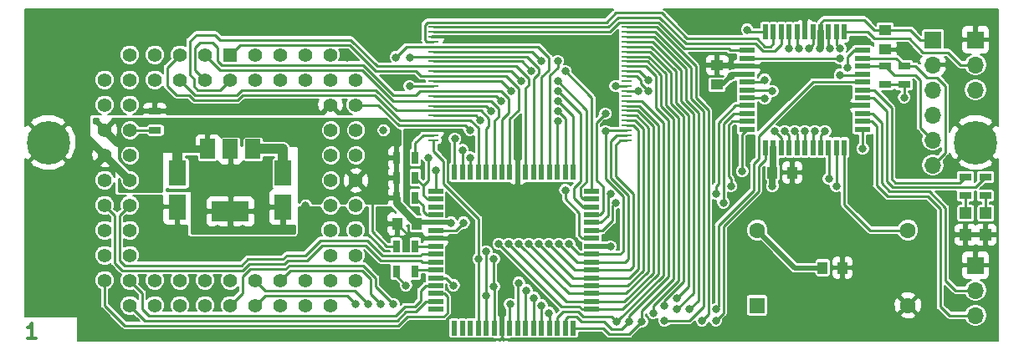
<source format=gbr>
G04 #@! TF.GenerationSoftware,KiCad,Pcbnew,(5.0.1)-rc2*
G04 #@! TF.CreationDate,2020-12-06T20:15:16+01:00*
G04 #@! TF.ProjectId,A600_ACCEL_RAM,413630305F414343454C5F52414D2E6B,rev?*
G04 #@! TF.SameCoordinates,Original*
G04 #@! TF.FileFunction,Copper,L1,Top,Signal*
G04 #@! TF.FilePolarity,Positive*
%FSLAX46Y46*%
G04 Gerber Fmt 4.6, Leading zero omitted, Abs format (unit mm)*
G04 Created by KiCad (PCBNEW (5.0.1)-rc2) date 06/12/2020 20:15:16*
%MOMM*%
%LPD*%
G01*
G04 APERTURE LIST*
G04 #@! TA.AperFunction,NonConductor*
%ADD10C,0.300000*%
G04 #@! TD*
G04 #@! TA.AperFunction,SMDPad,CuDef*
%ADD11R,1.100000X0.250000*%
G04 #@! TD*
G04 #@! TA.AperFunction,SMDPad,CuDef*
%ADD12R,0.600000X1.500000*%
G04 #@! TD*
G04 #@! TA.AperFunction,SMDPad,CuDef*
%ADD13R,1.500000X0.600000*%
G04 #@! TD*
G04 #@! TA.AperFunction,ComponentPad*
%ADD14C,1.600000*%
G04 #@! TD*
G04 #@! TA.AperFunction,ComponentPad*
%ADD15R,1.600000X1.600000*%
G04 #@! TD*
G04 #@! TA.AperFunction,SMDPad,CuDef*
%ADD16R,0.560000X1.600000*%
G04 #@! TD*
G04 #@! TA.AperFunction,SMDPad,CuDef*
%ADD17R,1.600000X0.560000*%
G04 #@! TD*
G04 #@! TA.AperFunction,ComponentPad*
%ADD18C,1.422400*%
G04 #@! TD*
G04 #@! TA.AperFunction,ComponentPad*
%ADD19R,1.422400X1.422400*%
G04 #@! TD*
G04 #@! TA.AperFunction,ComponentPad*
%ADD20O,1.700000X1.700000*%
G04 #@! TD*
G04 #@! TA.AperFunction,ComponentPad*
%ADD21R,1.700000X1.700000*%
G04 #@! TD*
G04 #@! TA.AperFunction,SMDPad,CuDef*
%ADD22R,1.800000X2.600000*%
G04 #@! TD*
G04 #@! TA.AperFunction,SMDPad,CuDef*
%ADD23R,1.500000X2.000000*%
G04 #@! TD*
G04 #@! TA.AperFunction,SMDPad,CuDef*
%ADD24R,3.800000X2.000000*%
G04 #@! TD*
G04 #@! TA.AperFunction,SMDPad,CuDef*
%ADD25R,1.000000X1.250000*%
G04 #@! TD*
G04 #@! TA.AperFunction,SMDPad,CuDef*
%ADD26R,1.250000X1.000000*%
G04 #@! TD*
G04 #@! TA.AperFunction,SMDPad,CuDef*
%ADD27R,0.700000X1.300000*%
G04 #@! TD*
G04 #@! TA.AperFunction,SMDPad,CuDef*
%ADD28R,1.300000X0.700000*%
G04 #@! TD*
G04 #@! TA.AperFunction,ComponentPad*
%ADD29C,4.400000*%
G04 #@! TD*
G04 #@! TA.AperFunction,ComponentPad*
%ADD30C,0.700000*%
G04 #@! TD*
G04 #@! TA.AperFunction,SMDPad,CuDef*
%ADD31R,1.200000X1.200000*%
G04 #@! TD*
G04 #@! TA.AperFunction,ViaPad*
%ADD32C,0.812800*%
G04 #@! TD*
G04 #@! TA.AperFunction,Conductor*
%ADD33C,0.254000*%
G04 #@! TD*
G04 #@! TA.AperFunction,Conductor*
%ADD34C,0.508000*%
G04 #@! TD*
G04 #@! TA.AperFunction,Conductor*
%ADD35C,0.762000*%
G04 #@! TD*
G04 #@! TA.AperFunction,Conductor*
%ADD36C,1.016000*%
G04 #@! TD*
G04 #@! TA.AperFunction,Conductor*
%ADD37C,0.635000*%
G04 #@! TD*
G04 #@! TA.AperFunction,Conductor*
%ADD38C,0.203200*%
G04 #@! TD*
G04 APERTURE END LIST*
D10*
X26082571Y-126535571D02*
X25225428Y-126535571D01*
X25654000Y-126535571D02*
X25654000Y-125035571D01*
X25511142Y-125249857D01*
X25368285Y-125392714D01*
X25225428Y-125464142D01*
D11*
G04 #@! TO.P,U3,48*
G04 #@! TO.N,/A1*
X66323000Y-106461000D03*
G04 #@! TO.P,U3,47*
G04 #@! TO.N,Net-(R3-Pad2)*
X66323000Y-105961000D03*
G04 #@! TO.P,U3,46*
G04 #@! TO.N,GND*
X66323000Y-105461000D03*
G04 #@! TO.P,U3,45*
G04 #@! TO.N,/D15*
X66323000Y-104961000D03*
G04 #@! TO.P,U3,44*
G04 #@! TO.N,/D0*
X66323000Y-104461000D03*
G04 #@! TO.P,U3,43*
G04 #@! TO.N,/D9*
X66323000Y-103961000D03*
G04 #@! TO.P,U3,42*
G04 #@! TO.N,/D1*
X66323000Y-103461000D03*
G04 #@! TO.P,U3,41*
G04 #@! TO.N,/D10*
X66323000Y-102961000D03*
G04 #@! TO.P,U3,40*
G04 #@! TO.N,/D2*
X66323000Y-102461000D03*
G04 #@! TO.P,U3,39*
G04 #@! TO.N,/D11*
X66323000Y-101961000D03*
G04 #@! TO.P,U3,38*
G04 #@! TO.N,/D3*
X66323000Y-101461000D03*
G04 #@! TO.P,U3,37*
G04 #@! TO.N,+5V*
X66323000Y-100961000D03*
G04 #@! TO.P,U3,36*
G04 #@! TO.N,/D14*
X66323000Y-100461000D03*
G04 #@! TO.P,U3,35*
G04 #@! TO.N,/D4*
X66323000Y-99961000D03*
G04 #@! TO.P,U3,34*
G04 #@! TO.N,/D13*
X66323000Y-99461000D03*
G04 #@! TO.P,U3,33*
G04 #@! TO.N,/D5*
X66323000Y-98961000D03*
G04 #@! TO.P,U3,32*
G04 #@! TO.N,/D12*
X66323000Y-98461000D03*
G04 #@! TO.P,U3,31*
G04 #@! TO.N,/D6*
X66323000Y-97961000D03*
G04 #@! TO.P,U3,30*
G04 #@! TO.N,/D8*
X66323000Y-97461000D03*
G04 #@! TO.P,U3,29*
G04 #@! TO.N,/D7*
X66323000Y-96961000D03*
G04 #@! TO.P,U3,28*
G04 #@! TO.N,/#RAM_OE*
X66323000Y-96461000D03*
G04 #@! TO.P,U3,27*
G04 #@! TO.N,GND*
X66323000Y-95961000D03*
G04 #@! TO.P,U3,26*
G04 #@! TO.N,/#RAM_CE*
X66323000Y-95461000D03*
G04 #@! TO.P,U3,24*
G04 #@! TO.N,/A3*
X85823000Y-94961000D03*
G04 #@! TO.P,U3,23*
G04 #@! TO.N,/A4*
X85823000Y-95461000D03*
G04 #@! TO.P,U3,22*
G04 #@! TO.N,/A5*
X85823000Y-95961000D03*
G04 #@! TO.P,U3,21*
G04 #@! TO.N,/A6*
X85823000Y-96461000D03*
G04 #@! TO.P,U3,20*
G04 #@! TO.N,/A7*
X85823000Y-96961000D03*
G04 #@! TO.P,U3,19*
G04 #@! TO.N,/A8*
X85823000Y-97461000D03*
G04 #@! TO.P,U3,18*
G04 #@! TO.N,/A9*
X85823000Y-97961000D03*
G04 #@! TO.P,U3,17*
G04 #@! TO.N,/A12*
X85823000Y-98461000D03*
G04 #@! TO.P,U3,16*
G04 #@! TO.N,/A11*
X85823000Y-98961000D03*
G04 #@! TO.P,U3,15*
G04 #@! TO.N,/#RAM_LB*
X85823000Y-99461000D03*
G04 #@! TO.P,U3,14*
G04 #@! TO.N,/#RAM_UB*
X85823000Y-99961000D03*
G04 #@! TO.P,U3,13*
G04 #@! TO.N,Net-(U3-Pad13)*
X85823000Y-100461000D03*
G04 #@! TO.P,U3,12*
G04 #@! TO.N,/#RAM_CE2*
X85823000Y-100961000D03*
G04 #@! TO.P,U3,11*
G04 #@! TO.N,/#RAM_WR*
X85823000Y-101461000D03*
G04 #@! TO.P,U3,10*
G04 #@! TO.N,Net-(U3-Pad10)*
X85823000Y-101961000D03*
G04 #@! TO.P,U3,9*
G04 #@! TO.N,/A10*
X85823000Y-102461000D03*
G04 #@! TO.P,U3,8*
G04 #@! TO.N,/A13*
X85823000Y-102961000D03*
G04 #@! TO.P,U3,7*
G04 #@! TO.N,/A14*
X85823000Y-103461000D03*
G04 #@! TO.P,U3,6*
G04 #@! TO.N,/A15*
X85823000Y-103961000D03*
G04 #@! TO.P,U3,5*
G04 #@! TO.N,/A16*
X85823000Y-104461000D03*
G04 #@! TO.P,U3,4*
G04 #@! TO.N,/A17*
X85823000Y-104961000D03*
G04 #@! TO.P,U3,3*
G04 #@! TO.N,/A20*
X85823000Y-105461000D03*
G04 #@! TO.P,U3,2*
G04 #@! TO.N,/A19*
X85823000Y-105961000D03*
G04 #@! TO.P,U3,25*
G04 #@! TO.N,/_A2*
X66323000Y-94961000D03*
G04 #@! TO.P,U3,1*
G04 #@! TO.N,/A18*
X85823000Y-106461000D03*
G04 #@! TD*
D12*
G04 #@! TO.P,U2,64*
G04 #@! TO.N,/#LDS*
X68422000Y-109702000D03*
G04 #@! TO.P,U2,63*
G04 #@! TO.N,/#UDS*
X69222000Y-109702000D03*
G04 #@! TO.P,U2,62*
G04 #@! TO.N,/#AS_ACCEL*
X70022000Y-109702000D03*
G04 #@! TO.P,U2,61*
G04 #@! TO.N,/D0*
X70822000Y-109702000D03*
G04 #@! TO.P,U2,60*
G04 #@! TO.N,/D1*
X71622000Y-109702000D03*
G04 #@! TO.P,U2,59*
G04 #@! TO.N,/D2*
X72422000Y-109702000D03*
G04 #@! TO.P,U2,58*
G04 #@! TO.N,/D3*
X73222000Y-109702000D03*
G04 #@! TO.P,U2,57*
G04 #@! TO.N,/D4*
X74022000Y-109702000D03*
G04 #@! TO.P,U2,56*
G04 #@! TO.N,GND*
X74822000Y-109702000D03*
G04 #@! TO.P,U2,55*
G04 #@! TO.N,/D5*
X75622000Y-109702000D03*
G04 #@! TO.P,U2,54*
G04 #@! TO.N,/D6*
X76422000Y-109702000D03*
G04 #@! TO.P,U2,53*
G04 #@! TO.N,/D7*
X77222000Y-109702000D03*
G04 #@! TO.P,U2,52*
G04 #@! TO.N,/D8*
X78022000Y-109702000D03*
G04 #@! TO.P,U2,51*
G04 #@! TO.N,/D9*
X78822000Y-109702000D03*
G04 #@! TO.P,U2,50*
G04 #@! TO.N,/D10*
X79622000Y-109702000D03*
G04 #@! TO.P,U2,49*
G04 #@! TO.N,/D11*
X80422000Y-109702000D03*
D13*
G04 #@! TO.P,U2,48*
G04 #@! TO.N,/D12*
X82322000Y-111602000D03*
G04 #@! TO.P,U2,47*
G04 #@! TO.N,/D13*
X82322000Y-112402000D03*
G04 #@! TO.P,U2,46*
G04 #@! TO.N,/D14*
X82322000Y-113202000D03*
G04 #@! TO.P,U2,45*
G04 #@! TO.N,/D15*
X82322000Y-114002000D03*
G04 #@! TO.P,U2,44*
G04 #@! TO.N,/A23*
X82322000Y-114802000D03*
G04 #@! TO.P,U2,43*
G04 #@! TO.N,/A22*
X82322000Y-115602000D03*
G04 #@! TO.P,U2,42*
G04 #@! TO.N,/A21*
X82322000Y-116402000D03*
G04 #@! TO.P,U2,41*
G04 #@! TO.N,+5V*
X82322000Y-117202000D03*
G04 #@! TO.P,U2,40*
G04 #@! TO.N,/A20*
X82322000Y-118002000D03*
G04 #@! TO.P,U2,39*
G04 #@! TO.N,/A19*
X82322000Y-118802000D03*
G04 #@! TO.P,U2,38*
G04 #@! TO.N,/A18*
X82322000Y-119602000D03*
G04 #@! TO.P,U2,37*
G04 #@! TO.N,/A17*
X82322000Y-120402000D03*
G04 #@! TO.P,U2,36*
G04 #@! TO.N,/A16*
X82322000Y-121202000D03*
G04 #@! TO.P,U2,35*
G04 #@! TO.N,/A15*
X82322000Y-122002000D03*
G04 #@! TO.P,U2,34*
G04 #@! TO.N,/A14*
X82322000Y-122802000D03*
G04 #@! TO.P,U2,33*
G04 #@! TO.N,/A13*
X82322000Y-123602000D03*
D12*
G04 #@! TO.P,U2,32*
G04 #@! TO.N,/A12*
X80422000Y-125502000D03*
G04 #@! TO.P,U2,31*
G04 #@! TO.N,/A11*
X79622000Y-125502000D03*
G04 #@! TO.P,U2,30*
G04 #@! TO.N,/A10*
X78822000Y-125502000D03*
G04 #@! TO.P,U2,29*
G04 #@! TO.N,/A9*
X78022000Y-125502000D03*
G04 #@! TO.P,U2,28*
G04 #@! TO.N,/A8*
X77222000Y-125502000D03*
G04 #@! TO.P,U2,27*
G04 #@! TO.N,/A7*
X76422000Y-125502000D03*
G04 #@! TO.P,U2,26*
G04 #@! TO.N,/A6*
X75622000Y-125502000D03*
G04 #@! TO.P,U2,25*
G04 #@! TO.N,/A5*
X74822000Y-125502000D03*
G04 #@! TO.P,U2,24*
G04 #@! TO.N,/A4*
X74022000Y-125502000D03*
G04 #@! TO.P,U2,23*
G04 #@! TO.N,GND*
X73222000Y-125502000D03*
G04 #@! TO.P,U2,22*
G04 #@! TO.N,/A3*
X72422000Y-125502000D03*
G04 #@! TO.P,U2,21*
G04 #@! TO.N,/A2*
X71622000Y-125502000D03*
G04 #@! TO.P,U2,20*
G04 #@! TO.N,/A1*
X70822000Y-125502000D03*
G04 #@! TO.P,U2,19*
G04 #@! TO.N,Net-(U2-Pad19)*
X70022000Y-125502000D03*
G04 #@! TO.P,U2,18*
G04 #@! TO.N,Net-(U2-Pad18)*
X69222000Y-125502000D03*
G04 #@! TO.P,U2,17*
G04 #@! TO.N,Net-(U2-Pad17)*
X68422000Y-125502000D03*
D13*
G04 #@! TO.P,U2,16*
G04 #@! TO.N,Net-(U2-Pad16)*
X66522000Y-123602000D03*
G04 #@! TO.P,U2,15*
G04 #@! TO.N,/#IPL0*
X66522000Y-122802000D03*
G04 #@! TO.P,U2,14*
G04 #@! TO.N,/#IPL1*
X66522000Y-122002000D03*
G04 #@! TO.P,U2,13*
G04 #@! TO.N,/#IPL2*
X66522000Y-121202000D03*
G04 #@! TO.P,U2,12*
G04 #@! TO.N,/#BERR*
X66522000Y-120402000D03*
G04 #@! TO.P,U2,11*
G04 #@! TO.N,/#AVEC*
X66522000Y-119602000D03*
G04 #@! TO.P,U2,10*
G04 #@! TO.N,/#RESET*
X66522000Y-118802000D03*
G04 #@! TO.P,U2,9*
G04 #@! TO.N,/#HALT*
X66522000Y-118002000D03*
G04 #@! TO.P,U2,8*
G04 #@! TO.N,/MODE*
X66522000Y-117202000D03*
G04 #@! TO.P,U2,7*
G04 #@! TO.N,GND*
X66522000Y-116402000D03*
G04 #@! TO.P,U2,6*
G04 #@! TO.N,/CLK_ACCEL*
X66522000Y-115602000D03*
G04 #@! TO.P,U2,5*
G04 #@! TO.N,+5V*
X66522000Y-114802000D03*
G04 #@! TO.P,U2,4*
G04 #@! TO.N,Net-(R1-Pad2)*
X66522000Y-114002000D03*
G04 #@! TO.P,U2,3*
G04 #@! TO.N,Net-(U2-Pad3)*
X66522000Y-113202000D03*
G04 #@! TO.P,U2,2*
G04 #@! TO.N,/#DTACK_ACCEL*
X66522000Y-112402000D03*
G04 #@! TO.P,U2,1*
G04 #@! TO.N,/R_#W*
X66522000Y-111602000D03*
G04 #@! TD*
D14*
G04 #@! TO.P,X1,7*
G04 #@! TO.N,GND*
X114300000Y-123190000D03*
G04 #@! TO.P,X1,8*
G04 #@! TO.N,/CLK_ACCEL*
X114300000Y-115570000D03*
G04 #@! TO.P,X1,14*
G04 #@! TO.N,+5V*
X99060000Y-115570000D03*
D15*
G04 #@! TO.P,X1,1*
G04 #@! TO.N,Net-(X1-Pad1)*
X99060000Y-123190000D03*
G04 #@! TD*
D16*
G04 #@! TO.P,U4,44*
G04 #@! TO.N,/CLK_ACCEL*
X107886000Y-107196000D03*
G04 #@! TO.P,U4,43*
G04 #@! TO.N,/CLK_E*
X107086000Y-107196000D03*
G04 #@! TO.P,U4,42*
G04 #@! TO.N,/#HALT*
X106286000Y-107196000D03*
G04 #@! TO.P,U4,41*
G04 #@! TO.N,/#AS_ACCEL*
X105486000Y-107196000D03*
G04 #@! TO.P,U4,40*
G04 #@! TO.N,/#UDS*
X104686000Y-107196000D03*
G04 #@! TO.P,U4,39*
G04 #@! TO.N,/#LDS*
X103886000Y-107196000D03*
G04 #@! TO.P,U4,38*
G04 #@! TO.N,/R_#W*
X103086000Y-107196000D03*
G04 #@! TO.P,U4,37*
G04 #@! TO.N,/#DTACK_ACCEL*
X102286000Y-107196000D03*
G04 #@! TO.P,U4,36*
G04 #@! TO.N,/A20*
X101486000Y-107196000D03*
G04 #@! TO.P,U4,35*
G04 #@! TO.N,+3V3*
X100686000Y-107196000D03*
G04 #@! TO.P,U4,34*
G04 #@! TO.N,/A2*
X99886000Y-107196000D03*
D17*
G04 #@! TO.P,U4,33*
G04 #@! TO.N,/#RESET*
X98036000Y-105346000D03*
G04 #@! TO.P,U4,32*
G04 #@! TO.N,/A21*
X98036000Y-104546000D03*
G04 #@! TO.P,U4,31*
G04 #@! TO.N,/A22*
X98036000Y-103746000D03*
G04 #@! TO.P,U4,30*
G04 #@! TO.N,/A23*
X98036000Y-102946000D03*
G04 #@! TO.P,U4,29*
G04 #@! TO.N,/#RAM_WR*
X98036000Y-102146000D03*
G04 #@! TO.P,U4,28*
G04 #@! TO.N,/#RAM_UB*
X98036000Y-101346000D03*
G04 #@! TO.P,U4,27*
G04 #@! TO.N,/#RAM_LB*
X98036000Y-100546000D03*
G04 #@! TO.P,U4,26*
G04 #@! TO.N,+3V3*
X98036000Y-99746000D03*
G04 #@! TO.P,U4,25*
G04 #@! TO.N,GND*
X98036000Y-98946000D03*
G04 #@! TO.P,U4,24*
G04 #@! TO.N,/TDO*
X98036000Y-98146000D03*
G04 #@! TO.P,U4,23*
G04 #@! TO.N,/#RAM_CE*
X98036000Y-97346000D03*
D16*
G04 #@! TO.P,U4,22*
G04 #@! TO.N,/#DTACK_7*
X99886000Y-95496000D03*
G04 #@! TO.P,U4,21*
G04 #@! TO.N,/#RAM_OE*
X100686000Y-95496000D03*
G04 #@! TO.P,U4,20*
G04 #@! TO.N,/_A2*
X101486000Y-95496000D03*
G04 #@! TO.P,U4,19*
G04 #@! TO.N,/#BGACK_7*
X102286000Y-95496000D03*
G04 #@! TO.P,U4,18*
G04 #@! TO.N,/#BR_7*
X103086000Y-95496000D03*
G04 #@! TO.P,U4,17*
G04 #@! TO.N,GND*
X103886000Y-95496000D03*
G04 #@! TO.P,U4,16*
G04 #@! TO.N,/#BG_7*
X104686000Y-95496000D03*
G04 #@! TO.P,U4,15*
G04 #@! TO.N,+3V3*
X105486000Y-95496000D03*
G04 #@! TO.P,U4,14*
G04 #@! TO.N,/#AS_7*
X106286000Y-95496000D03*
G04 #@! TO.P,U4,13*
G04 #@! TO.N,/_SP4*
X107086000Y-95496000D03*
G04 #@! TO.P,U4,12*
G04 #@! TO.N,/_SP3*
X107886000Y-95496000D03*
D17*
G04 #@! TO.P,U4,11*
G04 #@! TO.N,/TCK*
X109736000Y-97346000D03*
G04 #@! TO.P,U4,10*
G04 #@! TO.N,/TMS*
X109736000Y-98146000D03*
G04 #@! TO.P,U4,9*
G04 #@! TO.N,/TDI*
X109736000Y-98946000D03*
G04 #@! TO.P,U4,8*
G04 #@! TO.N,/#RAM_CE2*
X109736000Y-99746000D03*
G04 #@! TO.P,U4,7*
G04 #@! TO.N,/A19*
X109736000Y-100546000D03*
G04 #@! TO.P,U4,6*
G04 #@! TO.N,/MAPROM*
X109736000Y-101346000D03*
G04 #@! TO.P,U4,5*
G04 #@! TO.N,/ACTIVE*
X109736000Y-102146000D03*
G04 #@! TO.P,U4,4*
G04 #@! TO.N,GND*
X109736000Y-102946000D03*
G04 #@! TO.P,U4,3*
G04 #@! TO.N,/_SP1*
X109736000Y-103746000D03*
G04 #@! TO.P,U4,2*
G04 #@! TO.N,/_SP2*
X109736000Y-104546000D03*
G04 #@! TO.P,U4,1*
G04 #@! TO.N,/CLK_7*
X109736000Y-105346000D03*
G04 #@! TD*
D18*
G04 #@! TO.P,U1,60*
G04 #@! TO.N,/D13*
X58420000Y-100330000D03*
G04 #@! TO.P,U1,58*
G04 #@! TO.N,/D15*
X58420000Y-102870000D03*
G04 #@! TO.P,U1,56*
G04 #@! TO.N,GND*
X58420000Y-105410000D03*
G04 #@! TO.P,U1,54*
G04 #@! TO.N,/A22*
X58420000Y-107950000D03*
G04 #@! TO.P,U1,52*
G04 #@! TO.N,+5V*
X58420000Y-110490000D03*
G04 #@! TO.P,U1,50*
G04 #@! TO.N,/A19*
X58420000Y-113030000D03*
G04 #@! TO.P,U1,48*
G04 #@! TO.N,/A17*
X58420000Y-115570000D03*
G04 #@! TO.P,U1,46*
G04 #@! TO.N,/A15*
X58420000Y-118110000D03*
G04 #@! TO.P,U1,61*
G04 #@! TO.N,/D12*
X55880000Y-97790000D03*
G04 #@! TO.P,U1,59*
G04 #@! TO.N,/D14*
X55880000Y-100330000D03*
G04 #@! TO.P,U1,57*
G04 #@! TO.N,GND*
X55880000Y-102870000D03*
G04 #@! TO.P,U1,55*
G04 #@! TO.N,/A23*
X55880000Y-105410000D03*
G04 #@! TO.P,U1,53*
G04 #@! TO.N,/A21*
X55880000Y-107950000D03*
G04 #@! TO.P,U1,51*
G04 #@! TO.N,/A20*
X55880000Y-110490000D03*
G04 #@! TO.P,U1,49*
G04 #@! TO.N,/A18*
X55880000Y-113030000D03*
G04 #@! TO.P,U1,47*
G04 #@! TO.N,/A16*
X55880000Y-115570000D03*
G04 #@! TO.P,U1,45*
G04 #@! TO.N,/A14*
X55880000Y-118110000D03*
G04 #@! TO.P,U1,43*
G04 #@! TO.N,/A12*
X55880000Y-123190000D03*
G04 #@! TO.P,U1,41*
G04 #@! TO.N,/A10*
X53340000Y-123190000D03*
G04 #@! TO.P,U1,39*
G04 #@! TO.N,/A8*
X50800000Y-123190000D03*
G04 #@! TO.P,U1,37*
G04 #@! TO.N,/A6*
X48260000Y-123190000D03*
G04 #@! TO.P,U1,35*
G04 #@! TO.N,/A4*
X45720000Y-123190000D03*
G04 #@! TO.P,U1,33*
G04 #@! TO.N,/A2*
X43180000Y-123190000D03*
G04 #@! TO.P,U1,31*
G04 #@! TO.N,Net-(U1-Pad31)*
X40640000Y-123190000D03*
G04 #@! TO.P,U1,29*
G04 #@! TO.N,Net-(U1-Pad29)*
X38100000Y-123190000D03*
G04 #@! TO.P,U1,27*
G04 #@! TO.N,/#IPL0*
X35560000Y-123190000D03*
G04 #@! TO.P,U1,44*
G04 #@! TO.N,/A13*
X58420000Y-120650000D03*
G04 #@! TO.P,U1,42*
G04 #@! TO.N,/A11*
X55880000Y-120650000D03*
G04 #@! TO.P,U1,40*
G04 #@! TO.N,/A9*
X53340000Y-120650000D03*
G04 #@! TO.P,U1,38*
G04 #@! TO.N,/A7*
X50800000Y-120650000D03*
G04 #@! TO.P,U1,36*
G04 #@! TO.N,/A5*
X48260000Y-120650000D03*
G04 #@! TO.P,U1,34*
G04 #@! TO.N,/A3*
X45720000Y-120650000D03*
G04 #@! TO.P,U1,32*
G04 #@! TO.N,/A1*
X43180000Y-120650000D03*
G04 #@! TO.P,U1,30*
G04 #@! TO.N,Net-(U1-Pad30)*
X40640000Y-120650000D03*
G04 #@! TO.P,U1,28*
G04 #@! TO.N,Net-(U1-Pad28)*
X38100000Y-120650000D03*
G04 #@! TO.P,U1,26*
G04 #@! TO.N,/#IPL1*
X33020000Y-120650000D03*
G04 #@! TO.P,U1,24*
G04 #@! TO.N,/#BERR*
X33020000Y-118110000D03*
G04 #@! TO.P,U1,22*
G04 #@! TO.N,/CLK_E*
X33020000Y-115570000D03*
G04 #@! TO.P,U1,20*
G04 #@! TO.N,/#RESET*
X33020000Y-113030000D03*
G04 #@! TO.P,U1,18*
G04 #@! TO.N,Net-(U1-Pad18)*
X33020000Y-110490000D03*
G04 #@! TO.P,U1,16*
G04 #@! TO.N,GND*
X33020000Y-107950000D03*
G04 #@! TO.P,U1,14*
G04 #@! TO.N,+5V*
X33020000Y-105410000D03*
G04 #@! TO.P,U1,12*
G04 #@! TO.N,/#BGACK_7*
X33020000Y-102870000D03*
G04 #@! TO.P,U1,10*
G04 #@! TO.N,/#DTACK_7*
X33020000Y-100330000D03*
G04 #@! TO.P,U1,25*
G04 #@! TO.N,/#IPL2*
X35560000Y-120650000D03*
G04 #@! TO.P,U1,23*
G04 #@! TO.N,Net-(U1-Pad23)*
X35560000Y-118110000D03*
G04 #@! TO.P,U1,21*
G04 #@! TO.N,Net-(U1-Pad21)*
X35560000Y-115570000D03*
G04 #@! TO.P,U1,19*
G04 #@! TO.N,/#HALT*
X35560000Y-113030000D03*
G04 #@! TO.P,U1,17*
G04 #@! TO.N,GND*
X35560000Y-110490000D03*
G04 #@! TO.P,U1,15*
G04 #@! TO.N,/CLK_7*
X35560000Y-107950000D03*
G04 #@! TO.P,U1,13*
G04 #@! TO.N,/#BR_7*
X35560000Y-105410000D03*
G04 #@! TO.P,U1,11*
G04 #@! TO.N,/#BG_7*
X35560000Y-102870000D03*
G04 #@! TO.P,U1,63*
G04 #@! TO.N,/D10*
X53340000Y-97790000D03*
G04 #@! TO.P,U1,65*
G04 #@! TO.N,/D8*
X50800000Y-97790000D03*
G04 #@! TO.P,U1,67*
G04 #@! TO.N,/D6*
X48260000Y-97790000D03*
G04 #@! TO.P,U1,9*
G04 #@! TO.N,/R_#W*
X35560000Y-97790000D03*
G04 #@! TO.P,U1,7*
G04 #@! TO.N,/#UDS*
X38100000Y-97790000D03*
G04 #@! TO.P,U1,5*
G04 #@! TO.N,/D0*
X40640000Y-97790000D03*
G04 #@! TO.P,U1,3*
G04 #@! TO.N,/D2*
X43180000Y-97790000D03*
D19*
G04 #@! TO.P,U1,1*
G04 #@! TO.N,/D4*
X45720000Y-97790000D03*
D18*
G04 #@! TO.P,U1,62*
G04 #@! TO.N,/D11*
X53340000Y-100330000D03*
G04 #@! TO.P,U1,64*
G04 #@! TO.N,/D9*
X50800000Y-100330000D03*
G04 #@! TO.P,U1,66*
G04 #@! TO.N,/D7*
X48260000Y-100330000D03*
G04 #@! TO.P,U1,68*
G04 #@! TO.N,/D5*
X45720000Y-100330000D03*
G04 #@! TO.P,U1,8*
G04 #@! TO.N,/#LDS*
X35560000Y-100330000D03*
G04 #@! TO.P,U1,6*
G04 #@! TO.N,/#AS_7*
X38100000Y-100330000D03*
G04 #@! TO.P,U1,4*
G04 #@! TO.N,/D1*
X40640000Y-100330000D03*
G04 #@! TO.P,U1,2*
G04 #@! TO.N,/D3*
X43180000Y-100330000D03*
G04 #@! TD*
D20*
G04 #@! TO.P,J1,6*
G04 #@! TO.N,/TMS*
X116840000Y-108966000D03*
G04 #@! TO.P,J1,5*
G04 #@! TO.N,/TDI*
X116840000Y-106426000D03*
G04 #@! TO.P,J1,4*
G04 #@! TO.N,/TDO*
X116840000Y-103886000D03*
G04 #@! TO.P,J1,3*
G04 #@! TO.N,/TCK*
X116840000Y-101346000D03*
G04 #@! TO.P,J1,2*
G04 #@! TO.N,GND*
X116840000Y-98806000D03*
D21*
G04 #@! TO.P,J1,1*
G04 #@! TO.N,+3V3*
X116840000Y-96266000D03*
G04 #@! TD*
D22*
G04 #@! TO.P,C6,2*
G04 #@! TO.N,GND*
X40386000Y-113206000D03*
G04 #@! TO.P,C6,1*
G04 #@! TO.N,+5V*
X40386000Y-109806000D03*
G04 #@! TD*
D23*
G04 #@! TO.P,U5,1*
G04 #@! TO.N,GND*
X48020000Y-107340000D03*
G04 #@! TO.P,U5,3*
G04 #@! TO.N,+5V*
X43420000Y-107340000D03*
G04 #@! TO.P,U5,2*
G04 #@! TO.N,+3V3*
X45720000Y-107340000D03*
D24*
X45720000Y-113640000D03*
G04 #@! TD*
D22*
G04 #@! TO.P,C7,2*
G04 #@! TO.N,GND*
X51054000Y-109806000D03*
G04 #@! TO.P,C7,1*
G04 #@! TO.N,+3V3*
X51054000Y-113206000D03*
G04 #@! TD*
D25*
G04 #@! TO.P,C1,2*
G04 #@! TO.N,GND*
X107680000Y-119380000D03*
G04 #@! TO.P,C1,1*
G04 #@! TO.N,+5V*
X105680000Y-119380000D03*
G04 #@! TD*
G04 #@! TO.P,C2,1*
G04 #@! TO.N,+5V*
X64627000Y-114935000D03*
G04 #@! TO.P,C2,2*
G04 #@! TO.N,GND*
X62627000Y-114935000D03*
G04 #@! TD*
D26*
G04 #@! TO.P,C8,1*
G04 #@! TO.N,+3V3*
X112014000Y-95266000D03*
G04 #@! TO.P,C8,2*
G04 #@! TO.N,GND*
X112014000Y-97266000D03*
G04 #@! TD*
G04 #@! TO.P,C9,1*
G04 #@! TO.N,+3V3*
X94996000Y-100822000D03*
G04 #@! TO.P,C9,2*
G04 #@! TO.N,GND*
X94996000Y-98822000D03*
G04 #@! TD*
D27*
G04 #@! TO.P,R1,2*
G04 #@! TO.N,Net-(R1-Pad2)*
X64450000Y-112268000D03*
G04 #@! TO.P,R1,1*
G04 #@! TO.N,+5V*
X62550000Y-112268000D03*
G04 #@! TD*
G04 #@! TO.P,R3,2*
G04 #@! TO.N,Net-(R3-Pad2)*
X64450000Y-108204000D03*
G04 #@! TO.P,R3,1*
G04 #@! TO.N,+5V*
X62550000Y-108204000D03*
G04 #@! TD*
G04 #@! TO.P,R4,1*
G04 #@! TO.N,+5V*
X62550000Y-119761000D03*
G04 #@! TO.P,R4,2*
G04 #@! TO.N,/#AVEC*
X64450000Y-119761000D03*
G04 #@! TD*
G04 #@! TO.P,R5,2*
G04 #@! TO.N,/MODE*
X64450000Y-117195600D03*
G04 #@! TO.P,R5,1*
G04 #@! TO.N,+5V*
X62550000Y-117195600D03*
G04 #@! TD*
D28*
G04 #@! TO.P,R6,2*
G04 #@! TO.N,/TDI*
X112014000Y-98933000D03*
G04 #@! TO.P,R6,1*
G04 #@! TO.N,+3V3*
X112014000Y-100833000D03*
G04 #@! TD*
G04 #@! TO.P,R7,1*
G04 #@! TO.N,+3V3*
X113919000Y-100833000D03*
G04 #@! TO.P,R7,2*
G04 #@! TO.N,/TMS*
X113919000Y-98933000D03*
G04 #@! TD*
G04 #@! TO.P,R8,2*
G04 #@! TO.N,GND*
X38100000Y-103510000D03*
G04 #@! TO.P,R8,1*
G04 #@! TO.N,/#BR_7*
X38100000Y-105410000D03*
G04 #@! TD*
D27*
G04 #@! TO.P,R9,2*
G04 #@! TO.N,/#DTACK_ACCEL*
X64450000Y-110236000D03*
G04 #@! TO.P,R9,1*
G04 #@! TO.N,+5V*
X62550000Y-110236000D03*
G04 #@! TD*
D25*
G04 #@! TO.P,C10,2*
G04 #@! TO.N,GND*
X102600000Y-109728000D03*
G04 #@! TO.P,C10,1*
G04 #@! TO.N,+3V3*
X100600000Y-109728000D03*
G04 #@! TD*
D29*
G04 #@! TO.P,H1,1*
G04 #@! TO.N,GND*
X27305000Y-106680000D03*
D30*
X28955000Y-106680000D03*
X28471726Y-107846726D03*
X27305000Y-108330000D03*
X26138274Y-107846726D03*
X25655000Y-106680000D03*
X26138274Y-105513274D03*
X27305000Y-105030000D03*
X28471726Y-105513274D03*
G04 #@! TD*
G04 #@! TO.P,H2,1*
G04 #@! TO.N,GND*
X122324726Y-105513274D03*
X121158000Y-105030000D03*
X119991274Y-105513274D03*
X119508000Y-106680000D03*
X119991274Y-107846726D03*
X121158000Y-108330000D03*
X122324726Y-107846726D03*
X122808000Y-106680000D03*
D29*
X121158000Y-106680000D03*
G04 #@! TD*
D20*
G04 #@! TO.P,J3,3*
G04 #@! TO.N,/_SP4*
X121158000Y-101346000D03*
G04 #@! TO.P,J3,2*
G04 #@! TO.N,/_SP3*
X121158000Y-98806000D03*
D21*
G04 #@! TO.P,J3,1*
G04 #@! TO.N,GND*
X121158000Y-96266000D03*
G04 #@! TD*
D20*
G04 #@! TO.P,J2,3*
G04 #@! TO.N,/_SP2*
X121158000Y-124206000D03*
G04 #@! TO.P,J2,2*
G04 #@! TO.N,/_SP1*
X121158000Y-121666000D03*
D21*
G04 #@! TO.P,J2,1*
G04 #@! TO.N,GND*
X121158000Y-119126000D03*
G04 #@! TD*
D31*
G04 #@! TO.P,D1,2*
G04 #@! TO.N,Net-(D1-Pad2)*
X122174000Y-113835000D03*
G04 #@! TO.P,D1,1*
G04 #@! TO.N,GND*
X122174000Y-116035000D03*
G04 #@! TD*
G04 #@! TO.P,D2,1*
G04 #@! TO.N,GND*
X120142000Y-116035000D03*
G04 #@! TO.P,D2,2*
G04 #@! TO.N,Net-(D2-Pad2)*
X120142000Y-113835000D03*
G04 #@! TD*
D28*
G04 #@! TO.P,R10,1*
G04 #@! TO.N,/ACTIVE*
X122174000Y-110175000D03*
G04 #@! TO.P,R10,2*
G04 #@! TO.N,Net-(D1-Pad2)*
X122174000Y-112075000D03*
G04 #@! TD*
G04 #@! TO.P,R11,2*
G04 #@! TO.N,Net-(D2-Pad2)*
X120142000Y-112075000D03*
G04 #@! TO.P,R11,1*
G04 #@! TO.N,/MAPROM*
X120142000Y-110175000D03*
G04 #@! TD*
D32*
G04 #@! TO.N,GND*
X108966000Y-96266000D03*
X114173000Y-97028000D03*
X97536000Y-111125000D03*
X39243000Y-121920000D03*
X48260000Y-102870000D03*
X40640000Y-102870000D03*
X67564000Y-107442000D03*
X103886000Y-94107000D03*
X108331000Y-102920800D03*
X74803000Y-108204000D03*
X61214000Y-114935000D03*
X51029000Y-107340000D03*
X50038000Y-107340000D03*
X40386000Y-115443000D03*
X102616000Y-111125000D03*
X93599000Y-98806000D03*
X73279000Y-122174000D03*
X39116000Y-115443000D03*
X37846000Y-115443000D03*
X91440000Y-125730000D03*
X88519000Y-125730000D03*
X94107000Y-125730000D03*
X30988000Y-125095000D03*
X33020000Y-125095000D03*
X30988000Y-123190000D03*
X30988000Y-97790000D03*
X30988000Y-95885000D03*
X109728000Y-111125000D03*
X112903000Y-116840000D03*
X61341000Y-120904000D03*
X112903000Y-114300000D03*
X115570000Y-116840000D03*
X115570000Y-114300000D03*
X114300000Y-119380000D03*
X101600000Y-114300000D03*
X109728000Y-109220000D03*
X107950000Y-123190000D03*
X110490000Y-123190000D03*
X105410000Y-123190000D03*
X30988000Y-120650000D03*
X30988000Y-118110000D03*
X30988000Y-115570000D03*
X30988000Y-113030000D03*
X30988000Y-110490000D03*
X30988000Y-102870000D03*
X30988000Y-100330000D03*
X30988000Y-107950000D03*
X102870000Y-123190000D03*
X111125000Y-116840000D03*
X98933000Y-94107000D03*
X96520000Y-125730000D03*
X99060000Y-125730000D03*
X101600000Y-125730000D03*
X104140000Y-125730000D03*
X106680000Y-125730000D03*
X109220000Y-125730000D03*
X111760000Y-125730000D03*
X114300000Y-125730000D03*
X116840000Y-125730000D03*
X119380000Y-125730000D03*
X102108000Y-100330000D03*
X78867000Y-97409000D03*
X81280000Y-97409000D03*
X83820000Y-97409000D03*
X81280000Y-99060000D03*
X83820000Y-99060000D03*
X111125000Y-114300000D03*
X101600000Y-115570000D03*
X32258000Y-95885000D03*
X50800000Y-102870000D03*
X62484000Y-100965000D03*
X38100000Y-96139000D03*
X60960000Y-98044000D03*
X57531000Y-98044000D03*
X113919000Y-104140000D03*
X113919000Y-106680000D03*
X113919000Y-109220000D03*
X61214000Y-105410000D03*
X80010000Y-115570000D03*
X84709000Y-115570000D03*
X78486000Y-112395000D03*
X37846000Y-113030000D03*
X53340000Y-115443000D03*
X53340000Y-113030000D03*
X107950000Y-115570000D03*
G04 #@! TO.N,+5V*
X63881000Y-100965000D03*
X68072000Y-114808000D03*
X84201000Y-117221000D03*
X40386000Y-107315000D03*
X41402000Y-107315000D03*
X63500000Y-121158000D03*
G04 #@! TO.N,+3V3*
X105410000Y-97155000D03*
X45720000Y-115443000D03*
X51054000Y-115443000D03*
X100584000Y-111125000D03*
X45720000Y-110490000D03*
X44450000Y-110490000D03*
X46990000Y-110490000D03*
X44450000Y-115443000D03*
X46990000Y-115443000D03*
X48895000Y-115443000D03*
X113919000Y-102108000D03*
X96393000Y-99949000D03*
G04 #@! TO.N,/TDO*
X107442000Y-98171000D03*
G04 #@! TO.N,/TCK*
X108204000Y-99060000D03*
G04 #@! TO.N,/#AS_ACCEL*
X69977000Y-108204000D03*
X105918000Y-105537000D03*
G04 #@! TO.N,/D6*
X63881000Y-98044000D03*
G04 #@! TO.N,/D7*
X62484000Y-98044000D03*
G04 #@! TO.N,/D8*
X77216000Y-98425000D03*
X78867000Y-98425000D03*
G04 #@! TO.N,/D9*
X70993000Y-104394000D03*
X78867000Y-104521000D03*
G04 #@! TO.N,/D10*
X72136000Y-103505000D03*
X78867000Y-103505000D03*
G04 #@! TO.N,/D11*
X73152000Y-102489000D03*
X78867000Y-102489000D03*
G04 #@! TO.N,/D12*
X79629000Y-99441000D03*
X76200000Y-99441000D03*
G04 #@! TO.N,/D13*
X75184000Y-100457000D03*
X78867000Y-100457000D03*
G04 #@! TO.N,/D14*
X74168000Y-101473000D03*
X78867000Y-101473000D03*
G04 #@! TO.N,/D15*
X69977000Y-105410000D03*
X83693000Y-103759000D03*
G04 #@! TO.N,/A23*
X84201000Y-111887000D03*
X94869000Y-111887000D03*
G04 #@! TO.N,/A22*
X84709000Y-112776000D03*
X95631000Y-112776000D03*
G04 #@! TO.N,/A21*
X79629000Y-111506000D03*
X96393000Y-111125000D03*
G04 #@! TO.N,/A20*
X83693000Y-105537000D03*
X80010000Y-116967000D03*
X100838000Y-105537000D03*
G04 #@! TO.N,/A19*
X94869000Y-123571000D03*
X78994000Y-116967000D03*
G04 #@! TO.N,/A18*
X77978000Y-116967000D03*
G04 #@! TO.N,/A17*
X76962000Y-116967000D03*
G04 #@! TO.N,/A16*
X75946000Y-116967000D03*
G04 #@! TO.N,/A15*
X74930000Y-116967000D03*
G04 #@! TO.N,/A14*
X73914000Y-116967000D03*
G04 #@! TO.N,/A13*
X72898000Y-116967000D03*
G04 #@! TO.N,/A12*
X87376000Y-124841000D03*
G04 #@! TO.N,/A11*
X86106000Y-124841000D03*
G04 #@! TO.N,/A10*
X84836000Y-124841000D03*
G04 #@! TO.N,/A9*
X77978000Y-123952000D03*
X88519000Y-123952000D03*
G04 #@! TO.N,/A8*
X77216000Y-123190000D03*
X89662000Y-123190000D03*
G04 #@! TO.N,/A7*
X76454000Y-122428000D03*
X90932000Y-122428000D03*
X60960000Y-123063000D03*
G04 #@! TO.N,/A6*
X75692000Y-121666000D03*
X90932000Y-123571000D03*
X58420000Y-123063000D03*
G04 #@! TO.N,/A5*
X74930000Y-120904000D03*
X92202000Y-123571000D03*
X59690000Y-123063000D03*
G04 #@! TO.N,/A4*
X62230000Y-123063000D03*
X74041000Y-123063000D03*
X89662000Y-124714000D03*
G04 #@! TO.N,/A3*
X93472000Y-124714000D03*
X72390000Y-121285000D03*
X72390000Y-118491000D03*
G04 #@! TO.N,/A2*
X94869000Y-124714000D03*
X71622000Y-122174000D03*
X71628000Y-117729000D03*
G04 #@! TO.N,/A1*
X70866000Y-118491000D03*
G04 #@! TO.N,/#BERR*
X68326000Y-121158000D03*
G04 #@! TO.N,/#RESET*
X97536000Y-109601000D03*
G04 #@! TO.N,/#HALT*
X106299000Y-110363000D03*
G04 #@! TO.N,/CLK_ACCEL*
X69342000Y-114808000D03*
G04 #@! TO.N,/#DTACK_ACCEL*
X65786000Y-108204000D03*
X101854000Y-105537000D03*
G04 #@! TO.N,/CLK_7*
X109728000Y-107315000D03*
G04 #@! TO.N,/#BR_7*
X103251000Y-97155000D03*
G04 #@! TO.N,/#BGACK_7*
X102235000Y-97155000D03*
G04 #@! TO.N,/#BG_7*
X104267000Y-97155000D03*
G04 #@! TO.N,/#DTACK_7*
X98044000Y-95250000D03*
G04 #@! TO.N,/#AS_7*
X106426000Y-97155000D03*
G04 #@! TO.N,/R_#W*
X66548000Y-109474000D03*
X102870000Y-105537000D03*
G04 #@! TO.N,/#UDS*
X104902000Y-105537000D03*
X69215000Y-107442000D03*
G04 #@! TO.N,/#LDS*
X103886000Y-105537000D03*
X68453000Y-106299000D03*
G04 #@! TO.N,/#RAM_LB*
X88011000Y-100330000D03*
X99822000Y-100330000D03*
G04 #@! TO.N,/#RAM_UB*
X88011000Y-101473000D03*
X100584000Y-101473000D03*
G04 #@! TO.N,/#RAM_WR*
X86995000Y-101473000D03*
X99822000Y-102235000D03*
G04 #@! TO.N,/_SP4*
X107442000Y-97155000D03*
G04 #@! TO.N,/#RAM_CE2*
X84709000Y-100965000D03*
X107442000Y-99822000D03*
G04 #@! TO.N,/CLK_E*
X107061000Y-111125000D03*
G04 #@! TD*
D33*
G04 #@! TO.N,GND*
X114173000Y-96901000D02*
X114173000Y-96774000D01*
X61087000Y-120904000D02*
X61341000Y-120904000D01*
X66323000Y-105461000D02*
X67361000Y-105461000D01*
X67361000Y-105461000D02*
X67564000Y-105664000D01*
X67564000Y-105664000D02*
X67564000Y-107442000D01*
D34*
X103886000Y-95496000D02*
X103886000Y-94107000D01*
X109736000Y-102946000D02*
X108356200Y-102946000D01*
D33*
X108356200Y-102946000D02*
X108331000Y-102920800D01*
X95120000Y-98946000D02*
X94996000Y-98822000D01*
D34*
X98036000Y-98946000D02*
X95120000Y-98946000D01*
D33*
X66522000Y-116402000D02*
X65475000Y-116402000D01*
X65475000Y-116402000D02*
X65151000Y-116078000D01*
X63770000Y-116078000D02*
X62627000Y-114935000D01*
X65151000Y-116078000D02*
X63770000Y-116078000D01*
X73222000Y-125502000D02*
X73222000Y-126549000D01*
X73222000Y-126549000D02*
X73152000Y-126619000D01*
X34671000Y-126619000D02*
X30988000Y-122936000D01*
D35*
X30988000Y-109982000D02*
X33020000Y-107950000D01*
D33*
X30988000Y-122936000D02*
X30988000Y-109982000D01*
X73222000Y-125502000D02*
X73222000Y-126435000D01*
X73222000Y-126435000D02*
X73406000Y-126619000D01*
X73209000Y-126435000D02*
X73025000Y-126619000D01*
X73222000Y-126435000D02*
X73209000Y-126435000D01*
X73152000Y-126619000D02*
X73025000Y-126619000D01*
X73025000Y-126619000D02*
X34671000Y-126619000D01*
X73025000Y-126619000D02*
X73406000Y-126619000D01*
D35*
X33020000Y-107950000D02*
X35560000Y-110490000D01*
X33020000Y-107950000D02*
X30988000Y-105918000D01*
D33*
X51029000Y-107340000D02*
X51054000Y-107365000D01*
D36*
X48020000Y-107340000D02*
X51029000Y-107340000D01*
D33*
X51029000Y-109781000D02*
X51054000Y-109806000D01*
D36*
X51029000Y-107340000D02*
X51029000Y-109781000D01*
D34*
X40386000Y-113206000D02*
X40386000Y-115443000D01*
D33*
X38100000Y-103510000D02*
X38100000Y-102235000D01*
X37465000Y-101600000D02*
X30988000Y-101600000D01*
X38100000Y-102235000D02*
X37465000Y-101600000D01*
X30988000Y-105918000D02*
X30988000Y-101600000D01*
X30988000Y-101600000D02*
X30988000Y-98044000D01*
X102600000Y-111236000D02*
X102616000Y-111252000D01*
D34*
X94996000Y-98822000D02*
X93615000Y-98822000D01*
D33*
X93615000Y-98822000D02*
X93599000Y-98806000D01*
X73222000Y-125502000D02*
X73222000Y-122231000D01*
X73222000Y-122231000D02*
X73279000Y-122174000D01*
X40386000Y-115443000D02*
X39116000Y-115443000D01*
X39116000Y-115443000D02*
X37846000Y-115443000D01*
X90551000Y-126619000D02*
X91440000Y-125730000D01*
X90424000Y-126619000D02*
X90551000Y-126619000D01*
X90424000Y-126619000D02*
X110871000Y-126619000D01*
X73406000Y-126619000D02*
X90424000Y-126619000D01*
X91440000Y-125730000D02*
X88519000Y-125730000D01*
X91440000Y-125730000D02*
X94107000Y-125730000D01*
X30988000Y-125095000D02*
X33020000Y-125095000D01*
X30988000Y-123190000D02*
X30988000Y-125095000D01*
X30988000Y-122936000D02*
X30988000Y-123190000D01*
X30988000Y-98044000D02*
X30988000Y-97790000D01*
X113935000Y-97266000D02*
X114173000Y-97028000D01*
X112014000Y-97266000D02*
X113935000Y-97266000D01*
X120142000Y-116035000D02*
X122174000Y-116035000D01*
X110490000Y-119380000D02*
X114300000Y-123190000D01*
X107680000Y-119380000D02*
X110490000Y-119380000D01*
X103886000Y-94107000D02*
X98933000Y-94107000D01*
X94107000Y-125730000D02*
X96520000Y-125730000D01*
X99060000Y-125730000D02*
X101600000Y-125730000D01*
X104140000Y-125730000D02*
X106680000Y-125730000D01*
X109220000Y-125730000D02*
X111760000Y-125730000D01*
X110871000Y-126619000D02*
X111760000Y-125730000D01*
X111760000Y-125730000D02*
X114300000Y-123190000D01*
X111760000Y-125730000D02*
X114300000Y-125730000D01*
X116840000Y-125730000D02*
X119380000Y-125730000D01*
X98036000Y-98946000D02*
X100724000Y-98946000D01*
X100724000Y-98946000D02*
X102108000Y-100330000D01*
D34*
X74822000Y-108223000D02*
X74803000Y-108204000D01*
X74822000Y-109702000D02*
X74822000Y-108223000D01*
D33*
X30988000Y-97790000D02*
X30988000Y-95885000D01*
X102616000Y-109744000D02*
X102600000Y-109728000D01*
X102616000Y-110998000D02*
X102616000Y-109744000D01*
X66323000Y-95961000D02*
X77419000Y-95961000D01*
X77419000Y-95961000D02*
X78867000Y-97409000D01*
X81280000Y-97409000D02*
X83820000Y-97409000D01*
X81280000Y-97409000D02*
X81280000Y-99060000D01*
X78867000Y-97409000D02*
X81280000Y-97409000D01*
X81280000Y-99060000D02*
X83820000Y-99060000D01*
X83820000Y-99060000D02*
X83820000Y-97409000D01*
X96520000Y-125730000D02*
X119380000Y-125730000D01*
X80010000Y-115570000D02*
X80010000Y-114046000D01*
X62627000Y-114935000D02*
X61214000Y-114935000D01*
X80010000Y-114046000D02*
X80010000Y-113919000D01*
X80010000Y-113919000D02*
X78486000Y-112395000D01*
G04 #@! TO.N,+5V*
X62550000Y-108204000D02*
X62550000Y-110236000D01*
X62550000Y-110236000D02*
X62550000Y-112268000D01*
X63885000Y-100961000D02*
X63881000Y-100965000D01*
D34*
X64760000Y-114802000D02*
X64627000Y-114935000D01*
X66522000Y-114802000D02*
X64760000Y-114802000D01*
X82322000Y-117202000D02*
X84182000Y-117202000D01*
D33*
X84182000Y-117202000D02*
X84201000Y-117221000D01*
X62550000Y-117195600D02*
X61569600Y-117195600D01*
X61569600Y-117195600D02*
X60071000Y-115697000D01*
X43395000Y-107315000D02*
X43420000Y-107340000D01*
X41275000Y-107315000D02*
X41402000Y-107315000D01*
D36*
X40386000Y-109806000D02*
X40386000Y-107315000D01*
D34*
X40386000Y-107315000D02*
X43395000Y-107315000D01*
D35*
X33020000Y-105410000D02*
X34290000Y-106680000D01*
X34290000Y-106680000D02*
X37719000Y-106680000D01*
X38379000Y-107340000D02*
X43420000Y-107340000D01*
X37719000Y-106680000D02*
X38379000Y-107340000D01*
D33*
X64627000Y-114935000D02*
X64627000Y-114919000D01*
D35*
X62550000Y-112842000D02*
X62550000Y-112268000D01*
X64627000Y-114919000D02*
X62550000Y-112842000D01*
D34*
X60071000Y-112141000D02*
X58420000Y-110490000D01*
D33*
X60071000Y-115697000D02*
X60071000Y-112141000D01*
D34*
X60198000Y-112268000D02*
X60071000Y-112141000D01*
X62550000Y-112268000D02*
X60198000Y-112268000D01*
D33*
X62550000Y-119761000D02*
X62550000Y-120208000D01*
X62550000Y-120208000D02*
X63500000Y-121158000D01*
X68066000Y-114802000D02*
X68072000Y-114808000D01*
D34*
X66522000Y-114802000D02*
X68066000Y-114802000D01*
X102870000Y-119380000D02*
X99060000Y-115570000D01*
X105680000Y-119380000D02*
X102870000Y-119380000D01*
D33*
X66323000Y-100961000D02*
X63885000Y-100961000D01*
D37*
G04 #@! TO.N,+3V3*
X105486000Y-95496000D02*
X105486000Y-97079000D01*
D33*
X105486000Y-97079000D02*
X105410000Y-97155000D01*
X100686000Y-109642000D02*
X100600000Y-109728000D01*
D37*
X100686000Y-107196000D02*
X100686000Y-109642000D01*
D34*
X98036000Y-99746000D02*
X96596000Y-99746000D01*
X96596000Y-99746000D02*
X96393000Y-99949000D01*
X95520000Y-100822000D02*
X96393000Y-99949000D01*
D33*
X94996000Y-100822000D02*
X95520000Y-100822000D01*
D34*
X45720000Y-113640000D02*
X45720000Y-115443000D01*
X51054000Y-113206000D02*
X51054000Y-115443000D01*
D33*
X100600000Y-111236000D02*
X100584000Y-111252000D01*
X45720000Y-107340000D02*
X45720000Y-113640000D01*
X44450000Y-110490000D02*
X46990000Y-110490000D01*
D34*
X44450000Y-115443000D02*
X46990000Y-115443000D01*
X46990000Y-115443000D02*
X48895000Y-115443000D01*
X48895000Y-115443000D02*
X51054000Y-115443000D01*
D33*
X115570000Y-96266000D02*
X114570000Y-95266000D01*
X116840000Y-96266000D02*
X115570000Y-96266000D01*
X112014000Y-100833000D02*
X113919000Y-100833000D01*
X113919000Y-100833000D02*
X113919000Y-102108000D01*
X105486000Y-95496000D02*
X105486000Y-94539000D01*
X110887000Y-95266000D02*
X112014000Y-95266000D01*
X114570000Y-95266000D02*
X112268000Y-95266000D01*
X100584000Y-109744000D02*
X100600000Y-109728000D01*
X100600000Y-111109000D02*
X100584000Y-111125000D01*
D37*
X100600000Y-109728000D02*
X100600000Y-111109000D01*
D33*
X105486000Y-94539000D02*
X105791000Y-94234000D01*
X105791000Y-94234000D02*
X109855000Y-94234000D01*
X109855000Y-94234000D02*
X110887000Y-95266000D01*
G04 #@! TO.N,/TMS*
X118110000Y-107696000D02*
X116840000Y-108966000D01*
X118110000Y-100965000D02*
X118110000Y-107696000D01*
X117221000Y-100076000D02*
X118110000Y-100965000D01*
X117221000Y-100076000D02*
X116205000Y-100076000D01*
X115062000Y-98933000D02*
X113919000Y-98933000D01*
X116205000Y-100076000D02*
X115062000Y-98933000D01*
X113132000Y-98146000D02*
X113919000Y-98933000D01*
X109736000Y-98146000D02*
X113132000Y-98146000D01*
G04 #@! TO.N,/TDI*
X109749000Y-98933000D02*
X109736000Y-98946000D01*
X112014000Y-98933000D02*
X109749000Y-98933000D01*
X115570000Y-105156000D02*
X116840000Y-106426000D01*
X115570000Y-100330000D02*
X115570000Y-105156000D01*
X115062000Y-99822000D02*
X115570000Y-100330000D01*
X112014000Y-98933000D02*
X112903000Y-99822000D01*
X112903000Y-99822000D02*
X115062000Y-99822000D01*
G04 #@! TO.N,/TDO*
X98061000Y-98171000D02*
X98036000Y-98146000D01*
X107442000Y-98171000D02*
X98061000Y-98171000D01*
G04 #@! TO.N,/TCK*
X108839000Y-97346000D02*
X109736000Y-97346000D01*
X108204000Y-97981000D02*
X108839000Y-97346000D01*
X108204000Y-99060000D02*
X108204000Y-97981000D01*
G04 #@! TO.N,Net-(R3-Pad2)*
X64450000Y-108204000D02*
X64450000Y-106746000D01*
X65235000Y-105961000D02*
X66323000Y-105961000D01*
X64450000Y-106746000D02*
X65235000Y-105961000D01*
G04 #@! TO.N,/#AS_ACCEL*
X70022000Y-109702000D02*
X70022000Y-108249000D01*
X70022000Y-108249000D02*
X69977000Y-108204000D01*
X105486000Y-107196000D02*
X105486000Y-105969000D01*
X105486000Y-105969000D02*
X105918000Y-105537000D01*
G04 #@! TO.N,/D0*
X70822000Y-109702000D02*
X70822000Y-105239000D01*
X70044000Y-104461000D02*
X66323000Y-104461000D01*
X70822000Y-105239000D02*
X70044000Y-104461000D01*
X62932000Y-104461000D02*
X66323000Y-104461000D01*
X60325000Y-101854000D02*
X62932000Y-104461000D01*
X46990000Y-101854000D02*
X60325000Y-101854000D01*
X46482000Y-102362000D02*
X46990000Y-101854000D01*
X39370000Y-99060000D02*
X39370000Y-100965000D01*
X40640000Y-97790000D02*
X39370000Y-99060000D01*
X39370000Y-100965000D02*
X40259000Y-101854000D01*
X40259000Y-101854000D02*
X41529000Y-101854000D01*
X41529000Y-101854000D02*
X42037000Y-102362000D01*
X42037000Y-102362000D02*
X46482000Y-102362000D01*
G04 #@! TO.N,/D1*
X71076000Y-103461000D02*
X66323000Y-103461000D01*
X71882000Y-104267000D02*
X71076000Y-103461000D01*
X71882000Y-105029000D02*
X71882000Y-104267000D01*
X71622000Y-109702000D02*
X71622000Y-105289000D01*
X71622000Y-105289000D02*
X71882000Y-105029000D01*
X62567000Y-103461000D02*
X66323000Y-103461000D01*
X60452000Y-101346000D02*
X62567000Y-103461000D01*
X46863000Y-101346000D02*
X60452000Y-101346000D01*
X46355000Y-101854000D02*
X46863000Y-101346000D01*
X40640000Y-100330000D02*
X42164000Y-101854000D01*
X42164000Y-101854000D02*
X46355000Y-101854000D01*
G04 #@! TO.N,/D2*
X72108000Y-102461000D02*
X66323000Y-102461000D01*
X72898000Y-103251000D02*
X72108000Y-102461000D01*
X72898000Y-104013000D02*
X72898000Y-103251000D01*
X72422000Y-109702000D02*
X72422000Y-104489000D01*
X72422000Y-104489000D02*
X72898000Y-104013000D01*
X44704000Y-99314000D02*
X43180000Y-97790000D01*
X59054999Y-99313999D02*
X44704000Y-99314000D01*
X66323000Y-102461000D02*
X62202000Y-102461000D01*
X62202000Y-102461000D02*
X59054999Y-99313999D01*
G04 #@! TO.N,/D3*
X73140000Y-101461000D02*
X66323000Y-101461000D01*
X73914000Y-102235000D02*
X73140000Y-101461000D01*
X73222000Y-109702000D02*
X73222000Y-104324000D01*
X73914000Y-103632000D02*
X73914000Y-102235000D01*
X73222000Y-104324000D02*
X73914000Y-103632000D01*
X43942000Y-96520000D02*
X42672000Y-96520000D01*
X44450000Y-97028000D02*
X43942000Y-96520000D01*
X42672000Y-96520000D02*
X42164000Y-97028000D01*
X44450000Y-98425000D02*
X44450000Y-97028000D01*
X64909000Y-101461000D02*
X64516000Y-101854000D01*
X66323000Y-101461000D02*
X64909000Y-101461000D01*
X42164000Y-97028000D02*
X42164000Y-99314000D01*
X59182000Y-98806000D02*
X44831000Y-98806000D01*
X42164000Y-99314000D02*
X43180000Y-100330000D01*
X44831000Y-98806000D02*
X44450000Y-98425000D01*
X64516000Y-101854000D02*
X62230000Y-101854000D01*
X62230000Y-101854000D02*
X59182000Y-98806000D01*
G04 #@! TO.N,/D4*
X73672000Y-99961000D02*
X66323000Y-99961000D01*
X74930000Y-101219000D02*
X73672000Y-99961000D01*
X74022000Y-109702000D02*
X74022000Y-104286000D01*
X74022000Y-104286000D02*
X74930000Y-103378000D01*
X74930000Y-103378000D02*
X74930000Y-101219000D01*
X46736000Y-96774000D02*
X45720000Y-97790000D01*
X57785000Y-96774000D02*
X46736000Y-96774000D01*
X60452000Y-99441000D02*
X57785000Y-96774000D01*
X64516000Y-99441000D02*
X60452000Y-99441000D01*
X66323000Y-99961000D02*
X65036000Y-99961000D01*
X65036000Y-99961000D02*
X64516000Y-99441000D01*
G04 #@! TO.N,/D5*
X74704000Y-98961000D02*
X66323000Y-98961000D01*
X75946000Y-100203000D02*
X74704000Y-98961000D01*
X75946000Y-100838000D02*
X75946000Y-100203000D01*
X75622000Y-109702000D02*
X75622000Y-101162000D01*
X75622000Y-101162000D02*
X75946000Y-100838000D01*
X44704000Y-101346000D02*
X45720000Y-100330000D01*
X42418000Y-101346000D02*
X44704000Y-101346000D01*
X42037000Y-100965000D02*
X42418000Y-101346000D01*
X42037000Y-100203000D02*
X42037000Y-100965000D01*
X41656000Y-99822000D02*
X42037000Y-100203000D01*
X60607000Y-98961000D02*
X57912000Y-96266000D01*
X66323000Y-98961000D02*
X60607000Y-98961000D01*
X57912000Y-96266000D02*
X44704000Y-96266000D01*
X41656000Y-96393000D02*
X41656000Y-99822000D01*
X44704000Y-96266000D02*
X44196000Y-95758000D01*
X44196000Y-95758000D02*
X42291000Y-95758000D01*
X42291000Y-95758000D02*
X41656000Y-96393000D01*
G04 #@! TO.N,/D6*
X75736000Y-97961000D02*
X66323000Y-97961000D01*
X76422000Y-109702000D02*
X76422000Y-100235000D01*
X76422000Y-100235000D02*
X76962000Y-99695000D01*
X76962000Y-99187000D02*
X75736000Y-97961000D01*
X76962000Y-99695000D02*
X76962000Y-99187000D01*
X66323000Y-97961000D02*
X63964000Y-97961000D01*
X63964000Y-97961000D02*
X63881000Y-98044000D01*
G04 #@! TO.N,/D7*
X76895000Y-96961000D02*
X66323000Y-96961000D01*
X77978000Y-98044000D02*
X76895000Y-96961000D01*
X77222000Y-109702000D02*
X77222000Y-100070000D01*
X77978000Y-99314000D02*
X77978000Y-98044000D01*
X77222000Y-100070000D02*
X77978000Y-99314000D01*
X66323000Y-96961000D02*
X63567000Y-96961000D01*
X63567000Y-96961000D02*
X62484000Y-98044000D01*
G04 #@! TO.N,/D8*
X66323000Y-97461000D02*
X76252000Y-97461000D01*
X76252000Y-97461000D02*
X77216000Y-98425000D01*
X78022000Y-109702000D02*
X78022000Y-99905000D01*
X78022000Y-99905000D02*
X78867000Y-99060000D01*
X78867000Y-99060000D02*
X78867000Y-98425000D01*
G04 #@! TO.N,/D9*
X70560000Y-103961000D02*
X71120000Y-104521000D01*
X66323000Y-103961000D02*
X70560000Y-103961000D01*
X78822000Y-104566000D02*
X78867000Y-104521000D01*
X78822000Y-109702000D02*
X78822000Y-104566000D01*
G04 #@! TO.N,/D10*
X71592000Y-102961000D02*
X72263000Y-103632000D01*
X66323000Y-102961000D02*
X71592000Y-102961000D01*
X79622000Y-109702000D02*
X79622000Y-104260000D01*
X79622000Y-104260000D02*
X78867000Y-103505000D01*
G04 #@! TO.N,/D11*
X66323000Y-101961000D02*
X72624000Y-101961000D01*
X80422000Y-109702000D02*
X80422000Y-104044000D01*
X80422000Y-104044000D02*
X78867000Y-102489000D01*
X72624000Y-101961000D02*
X73152000Y-102489000D01*
G04 #@! TO.N,/D12*
X66323000Y-98461000D02*
X75220000Y-98461000D01*
X82322000Y-111602000D02*
X82322000Y-102896000D01*
X82322000Y-102896000D02*
X82322000Y-102134000D01*
X75220000Y-98461000D02*
X76327000Y-99568000D01*
X82322000Y-102134000D02*
X79629000Y-99441000D01*
G04 #@! TO.N,/D13*
X58420000Y-100076000D02*
X58420000Y-100330000D01*
X66323000Y-99461000D02*
X74188000Y-99461000D01*
X81414000Y-112402000D02*
X81153000Y-112141000D01*
X82322000Y-112402000D02*
X81414000Y-112402000D01*
X81153000Y-112141000D02*
X81153000Y-111252000D01*
X81153000Y-111252000D02*
X81788000Y-110617000D01*
X81788000Y-110617000D02*
X81788000Y-103378000D01*
X81788000Y-103378000D02*
X78867000Y-100457000D01*
X74188000Y-99461000D02*
X75184000Y-100457000D01*
G04 #@! TO.N,/D14*
X80518000Y-111252000D02*
X81153000Y-110617000D01*
X80518000Y-112268000D02*
X80518000Y-111252000D01*
X82322000Y-113202000D02*
X81452000Y-113202000D01*
X81452000Y-113202000D02*
X80518000Y-112268000D01*
X66323000Y-100461000D02*
X73156000Y-100461000D01*
X81153000Y-110617000D02*
X81153000Y-103759000D01*
X81153000Y-103759000D02*
X78867000Y-101473000D01*
X73156000Y-100461000D02*
X74168000Y-101473000D01*
G04 #@! TO.N,/D15*
X66323000Y-104961000D02*
X69528000Y-104961000D01*
X69528000Y-104961000D02*
X69977000Y-105410000D01*
X83439000Y-113665000D02*
X83439000Y-111125000D01*
X82322000Y-114002000D02*
X83102000Y-114002000D01*
X83102000Y-114002000D02*
X83439000Y-113665000D01*
X83439000Y-111125000D02*
X82804000Y-110490000D01*
X82804000Y-110490000D02*
X82804000Y-105283000D01*
X82804000Y-105283000D02*
X82804000Y-104648000D01*
X82804000Y-104648000D02*
X83693000Y-103759000D01*
X58420000Y-102870000D02*
X60706000Y-102870000D01*
X62797000Y-104961000D02*
X66323000Y-104961000D01*
X60706000Y-102870000D02*
X62797000Y-104961000D01*
G04 #@! TO.N,/A23*
X83947000Y-112141000D02*
X84201000Y-111887000D01*
X83947000Y-114046000D02*
X83947000Y-112141000D01*
X82322000Y-114802000D02*
X83191000Y-114802000D01*
X83191000Y-114802000D02*
X83947000Y-114046000D01*
X98036000Y-102946000D02*
X96825000Y-102946000D01*
X96825000Y-102946000D02*
X95123000Y-104648000D01*
X95123000Y-104648000D02*
X95123000Y-110871000D01*
X94869000Y-111125000D02*
X94869000Y-111887000D01*
X95123000Y-110871000D02*
X94869000Y-111125000D01*
G04 #@! TO.N,/A22*
X84378810Y-113106190D02*
X84709000Y-112776000D01*
X84378810Y-114630190D02*
X84378810Y-113106190D01*
X82322000Y-115602000D02*
X83407000Y-115602000D01*
X83407000Y-115602000D02*
X84378810Y-114630190D01*
X95631000Y-112776000D02*
X95631000Y-104775000D01*
X96660000Y-103746000D02*
X98036000Y-103746000D01*
X95631000Y-104775000D02*
X96660000Y-103746000D01*
G04 #@! TO.N,/A21*
X82322000Y-116402000D02*
X81350000Y-116402000D01*
X81350000Y-116402000D02*
X81026000Y-116078000D01*
X81026000Y-116078000D02*
X81026000Y-114300000D01*
X81026000Y-114300000D02*
X81026000Y-113792000D01*
X81026000Y-113792000D02*
X79629000Y-112395000D01*
X79629000Y-111506000D02*
X79629000Y-112395000D01*
X98036000Y-104546000D02*
X96495000Y-104546000D01*
X96495000Y-104546000D02*
X96139000Y-104902000D01*
X96139000Y-104902000D02*
X96139000Y-110109000D01*
X96393000Y-110363000D02*
X96393000Y-111125000D01*
X96139000Y-110109000D02*
X96393000Y-110363000D01*
G04 #@! TO.N,/A20*
X85198000Y-118002000D02*
X85471000Y-117729000D01*
X82322000Y-118002000D02*
X85198000Y-118002000D01*
X85471000Y-117729000D02*
X85471000Y-112141000D01*
X85471000Y-112141000D02*
X83693000Y-110363000D01*
X83693000Y-110363000D02*
X83693000Y-105918000D01*
X101473000Y-107183000D02*
X101486000Y-107196000D01*
X83693000Y-105918000D02*
X83693000Y-105537000D01*
X83769000Y-105461000D02*
X83693000Y-105537000D01*
X85823000Y-105461000D02*
X83769000Y-105461000D01*
X101486000Y-107196000D02*
X101486000Y-106185000D01*
X101486000Y-106185000D02*
X100838000Y-105537000D01*
X81045000Y-118002000D02*
X82322000Y-118002000D01*
X80010000Y-116967000D02*
X81045000Y-118002000D01*
G04 #@! TO.N,/A19*
X85668000Y-118802000D02*
X85979000Y-118491000D01*
X85979000Y-118491000D02*
X85979000Y-112014000D01*
X82322000Y-118802000D02*
X85668000Y-118802000D01*
X85979000Y-112014000D02*
X84201000Y-110236000D01*
X84201000Y-110236000D02*
X84201000Y-106553000D01*
X84793000Y-105961000D02*
X85823000Y-105961000D01*
X84201000Y-106553000D02*
X84793000Y-105961000D01*
X80829000Y-118802000D02*
X82322000Y-118802000D01*
X78994000Y-116967000D02*
X80829000Y-118802000D01*
X104813000Y-100546000D02*
X109736000Y-100546000D01*
X104686000Y-100546000D02*
X104813000Y-100546000D01*
X95123000Y-123317000D02*
X95123000Y-115062000D01*
X94869000Y-123571000D02*
X95123000Y-123317000D01*
X95123000Y-115062000D02*
X98679000Y-111506000D01*
X98679000Y-111506000D02*
X98679000Y-108839000D01*
X98679000Y-108839000D02*
X99187000Y-108331000D01*
X99187000Y-108331000D02*
X99187000Y-106045000D01*
X99187000Y-106045000D02*
X104686000Y-100546000D01*
G04 #@! TO.N,/A18*
X86138000Y-119602000D02*
X86487000Y-119253000D01*
X85182000Y-106461000D02*
X85823000Y-106461000D01*
X82322000Y-119602000D02*
X86138000Y-119602000D01*
X86487000Y-119253000D02*
X86487000Y-111887000D01*
X86487000Y-111887000D02*
X84709000Y-110109000D01*
X84709000Y-110109000D02*
X84709000Y-106934000D01*
X84709000Y-106934000D02*
X85182000Y-106461000D01*
X80613000Y-119602000D02*
X82322000Y-119602000D01*
X77978000Y-116967000D02*
X80613000Y-119602000D01*
G04 #@! TO.N,/A17*
X82322000Y-120402000D02*
X86100000Y-120402000D01*
X86100000Y-120402000D02*
X86995000Y-119507000D01*
X86995000Y-119507000D02*
X86995000Y-105410000D01*
X86546000Y-104961000D02*
X85823000Y-104961000D01*
X86995000Y-105410000D02*
X86546000Y-104961000D01*
X80397000Y-120402000D02*
X82322000Y-120402000D01*
X76962000Y-116967000D02*
X80397000Y-120402000D01*
G04 #@! TO.N,/A16*
X85935000Y-121202000D02*
X82322000Y-121202000D01*
X87503000Y-119634000D02*
X85935000Y-121202000D01*
X87503000Y-105283000D02*
X87503000Y-119634000D01*
X85823000Y-104461000D02*
X86681000Y-104461000D01*
X86681000Y-104461000D02*
X87503000Y-105283000D01*
X80181000Y-121202000D02*
X82322000Y-121202000D01*
X75946000Y-116967000D02*
X80181000Y-121202000D01*
G04 #@! TO.N,/A15*
X86816000Y-103961000D02*
X85823000Y-103961000D01*
X88011000Y-105156000D02*
X86816000Y-103961000D01*
X88011000Y-105156000D02*
X88011000Y-119761000D01*
X85770000Y-122002000D02*
X82322000Y-122002000D01*
X88011000Y-119761000D02*
X85770000Y-122002000D01*
X79965000Y-122002000D02*
X82322000Y-122002000D01*
X74930000Y-116967000D02*
X79965000Y-122002000D01*
G04 #@! TO.N,/A14*
X86951000Y-103461000D02*
X85823000Y-103461000D01*
X88519000Y-105029000D02*
X86951000Y-103461000D01*
X88519000Y-105029000D02*
X88519000Y-119888000D01*
X85605000Y-122802000D02*
X82322000Y-122802000D01*
X88519000Y-119888000D02*
X85605000Y-122802000D01*
X79749000Y-122802000D02*
X82322000Y-122802000D01*
X73914000Y-116967000D02*
X79749000Y-122802000D01*
G04 #@! TO.N,/A13*
X87086000Y-102961000D02*
X85823000Y-102961000D01*
X89027000Y-104902000D02*
X87086000Y-102961000D01*
X89027000Y-104902000D02*
X89027000Y-120015000D01*
X85440000Y-123602000D02*
X82322000Y-123602000D01*
X89027000Y-120015000D02*
X85440000Y-123602000D01*
X82322000Y-123602000D02*
X81311000Y-123602000D01*
X81311000Y-123602000D02*
X81026000Y-123317000D01*
X79248000Y-123317000D02*
X81026000Y-123317000D01*
X72898000Y-116967000D02*
X79248000Y-123317000D01*
G04 #@! TO.N,/A12*
X86106000Y-126111000D02*
X87376000Y-124841000D01*
X84074000Y-126111000D02*
X86106000Y-126111000D01*
X80422000Y-125502000D02*
X83465000Y-125502000D01*
X83465000Y-125502000D02*
X84074000Y-126111000D01*
X87376000Y-124841000D02*
X87376000Y-123698000D01*
X90551000Y-120523000D02*
X90551000Y-104267000D01*
X87920000Y-98461000D02*
X85823000Y-98461000D01*
X90551000Y-104267000D02*
X89281000Y-102997000D01*
X87376000Y-123698000D02*
X90551000Y-120523000D01*
X89281000Y-102997000D02*
X89281000Y-99822000D01*
X89281000Y-99822000D02*
X87920000Y-98461000D01*
G04 #@! TO.N,/A11*
X84328000Y-125603000D02*
X85344000Y-125603000D01*
X79622000Y-124594000D02*
X79883000Y-124333000D01*
X79622000Y-125502000D02*
X79622000Y-124594000D01*
X79883000Y-124333000D02*
X80772000Y-124333000D01*
X85344000Y-125603000D02*
X86106000Y-124841000D01*
X81280000Y-124841000D02*
X83566000Y-124841000D01*
X80772000Y-124333000D02*
X81280000Y-124841000D01*
X83566000Y-124841000D02*
X84328000Y-125603000D01*
X86106000Y-124206000D02*
X90043000Y-120269000D01*
X86106000Y-124841000D02*
X86106000Y-124206000D01*
X90043000Y-120269000D02*
X90043000Y-104394000D01*
X90043000Y-104394000D02*
X88773000Y-103124000D01*
X88773000Y-103124000D02*
X88773000Y-99949000D01*
X87785000Y-98961000D02*
X85823000Y-98961000D01*
X88773000Y-99949000D02*
X87785000Y-98961000D01*
G04 #@! TO.N,/A10*
X78822000Y-125502000D02*
X78822000Y-124378000D01*
X80899000Y-123825000D02*
X81407000Y-124333000D01*
X81407000Y-124333000D02*
X84328000Y-124333000D01*
X84328000Y-124333000D02*
X84836000Y-124841000D01*
X87348000Y-102461000D02*
X85823000Y-102461000D01*
X89535000Y-104648000D02*
X87348000Y-102461000D01*
X84836000Y-124841000D02*
X89535000Y-120142000D01*
X89535000Y-120142000D02*
X89535000Y-104648000D01*
X79375000Y-123825000D02*
X80899000Y-123825000D01*
X78822000Y-124378000D02*
X79375000Y-123825000D01*
G04 #@! TO.N,/A9*
X78022000Y-125502000D02*
X78022000Y-123996000D01*
X78022000Y-123996000D02*
X77978000Y-123952000D01*
X88055000Y-97961000D02*
X85823000Y-97961000D01*
X88519000Y-123190000D02*
X91059000Y-120650000D01*
X88519000Y-123952000D02*
X88519000Y-123190000D01*
X91059000Y-120650000D02*
X91059000Y-104140000D01*
X89789000Y-102870000D02*
X89789000Y-99695000D01*
X91059000Y-104140000D02*
X89789000Y-102870000D01*
X89789000Y-99695000D02*
X88055000Y-97961000D01*
G04 #@! TO.N,/A8*
X77222000Y-123196000D02*
X77216000Y-123190000D01*
X77222000Y-125502000D02*
X77222000Y-123196000D01*
X89662000Y-122682000D02*
X91567000Y-120777000D01*
X89662000Y-123190000D02*
X89662000Y-122682000D01*
X91567000Y-120777000D02*
X91567000Y-104013000D01*
X91567000Y-104013000D02*
X90297000Y-102743000D01*
X88190000Y-97461000D02*
X85823000Y-97461000D01*
X90297000Y-102743000D02*
X90297000Y-99568000D01*
X90297000Y-99568000D02*
X88190000Y-97461000D01*
G04 #@! TO.N,/A7*
X76422000Y-125502000D02*
X76422000Y-122460000D01*
X76422000Y-122460000D02*
X76454000Y-122428000D01*
X88325000Y-96961000D02*
X85823000Y-96961000D01*
X90805000Y-99441000D02*
X88325000Y-96961000D01*
X90805000Y-102616000D02*
X90805000Y-99441000D01*
X92075000Y-103886000D02*
X90805000Y-102616000D01*
X90932000Y-122428000D02*
X92075000Y-121285000D01*
X92075000Y-121285000D02*
X92075000Y-103886000D01*
X59944000Y-122047000D02*
X60960000Y-123063000D01*
X59944000Y-120523000D02*
X59944000Y-122047000D01*
X59055000Y-119634000D02*
X59944000Y-120523000D01*
X50800000Y-120650000D02*
X51816000Y-119634000D01*
X51816000Y-119634000D02*
X59055000Y-119634000D01*
G04 #@! TO.N,/A6*
X75622000Y-125502000D02*
X75622000Y-121736000D01*
X75622000Y-121736000D02*
X75692000Y-121666000D01*
X48260000Y-123190000D02*
X49276000Y-122174000D01*
X49276000Y-122174000D02*
X57531000Y-122174000D01*
X57531000Y-122174000D02*
X58420000Y-123063000D01*
X88460000Y-96461000D02*
X85823000Y-96461000D01*
X91313000Y-99314000D02*
X88460000Y-96461000D01*
X91313000Y-102489000D02*
X91313000Y-99314000D01*
X92583000Y-103759000D02*
X91313000Y-102489000D01*
X90932000Y-123571000D02*
X92583000Y-121920000D01*
X92583000Y-121920000D02*
X92583000Y-103759000D01*
G04 #@! TO.N,/A5*
X74822000Y-125502000D02*
X74822000Y-121012000D01*
X74822000Y-121012000D02*
X74930000Y-120904000D01*
X48260000Y-120650000D02*
X49276000Y-121666000D01*
X49276000Y-121666000D02*
X58293000Y-121666000D01*
X58293000Y-121666000D02*
X59690000Y-123063000D01*
X88595000Y-95961000D02*
X85823000Y-95961000D01*
X91821000Y-99187000D02*
X88595000Y-95961000D01*
X91821000Y-102362000D02*
X91821000Y-99187000D01*
X93091000Y-103632000D02*
X91821000Y-102362000D01*
X92202000Y-123571000D02*
X93091000Y-122682000D01*
X93091000Y-122682000D02*
X93091000Y-103632000D01*
G04 #@! TO.N,/A4*
X51689000Y-119126000D02*
X51308000Y-119507000D01*
X51308000Y-119507000D02*
X47752000Y-119507000D01*
X47752000Y-119507000D02*
X46990000Y-120269000D01*
X46990000Y-121920000D02*
X45720000Y-123190000D01*
X46990000Y-120269000D02*
X46990000Y-121920000D01*
X93599000Y-123317000D02*
X93599000Y-103505000D01*
X92329000Y-99060000D02*
X88730000Y-95461000D01*
X92329000Y-102235000D02*
X92329000Y-99060000D01*
X88730000Y-95461000D02*
X85823000Y-95461000D01*
X92202000Y-124714000D02*
X93599000Y-123317000D01*
X93599000Y-103505000D02*
X92329000Y-102235000D01*
X74022000Y-123082000D02*
X74041000Y-123063000D01*
X74022000Y-125502000D02*
X74022000Y-123082000D01*
X92202000Y-124714000D02*
X89662000Y-124714000D01*
X51689000Y-119126000D02*
X59182000Y-119126000D01*
X59182000Y-119126000D02*
X60452000Y-120396000D01*
X60452000Y-121285000D02*
X62230000Y-123063000D01*
X60452000Y-120396000D02*
X60452000Y-121285000D01*
G04 #@! TO.N,/A3*
X72422000Y-125502000D02*
X72422000Y-121126000D01*
X88865000Y-94961000D02*
X85823000Y-94961000D01*
X92837000Y-98933000D02*
X88865000Y-94961000D01*
X92837000Y-102108000D02*
X92837000Y-98933000D01*
X94107000Y-103378000D02*
X92837000Y-102108000D01*
X93472000Y-124714000D02*
X94107000Y-124079000D01*
X72390000Y-121285000D02*
X72390000Y-118491000D01*
X94107000Y-124079000D02*
X94107000Y-103378000D01*
G04 #@! TO.N,/A2*
X71622000Y-125502000D02*
X71622000Y-122174000D01*
X71622000Y-122174000D02*
X71622000Y-117735000D01*
X71622000Y-117735000D02*
X71628000Y-117729000D01*
X99886000Y-108394000D02*
X99886000Y-107196000D01*
X99187000Y-109093000D02*
X99886000Y-108394000D01*
X99187000Y-111633000D02*
X99187000Y-109093000D01*
X95631000Y-115189000D02*
X99187000Y-111633000D01*
X94869000Y-124714000D02*
X95631000Y-123952000D01*
X95631000Y-123952000D02*
X95631000Y-115189000D01*
G04 #@! TO.N,/A1*
X66323000Y-107598000D02*
X66323000Y-106461000D01*
X70822000Y-118535000D02*
X70866000Y-118491000D01*
X70822000Y-125502000D02*
X70822000Y-118535000D01*
X70866000Y-118491000D02*
X70866000Y-114427000D01*
X70866000Y-114427000D02*
X67310000Y-110871000D01*
X67310000Y-108585000D02*
X66323000Y-107598000D01*
X67310000Y-110871000D02*
X67310000Y-108585000D01*
G04 #@! TO.N,/#IPL0*
X37084000Y-124714000D02*
X35560000Y-123190000D01*
X62635330Y-124714000D02*
X37084000Y-124714000D01*
X63524330Y-123825000D02*
X62635330Y-124714000D01*
X64516000Y-123825000D02*
X63524330Y-123825000D01*
X66522000Y-122802000D02*
X65539000Y-122802000D01*
X65539000Y-122802000D02*
X64516000Y-123825000D01*
G04 #@! TO.N,/#IPL1*
X33020000Y-123190000D02*
X35052000Y-125222000D01*
X33020000Y-120650000D02*
X33020000Y-123190000D01*
X67392000Y-122002000D02*
X66522000Y-122002000D01*
X67691000Y-122301000D02*
X67392000Y-122002000D01*
X67691000Y-122301000D02*
X67691000Y-123952000D01*
X67691000Y-123952000D02*
X67310000Y-124333000D01*
X63627000Y-124333000D02*
X62738000Y-125222000D01*
X67310000Y-124333000D02*
X63627000Y-124333000D01*
X35052000Y-125222000D02*
X62738000Y-125222000D01*
G04 #@! TO.N,/#IPL2*
X65488000Y-121202000D02*
X66522000Y-121202000D01*
X65024000Y-121666000D02*
X65488000Y-121202000D01*
X65024000Y-122682000D02*
X65024000Y-121666000D01*
X64389000Y-123317000D02*
X65024000Y-122682000D01*
X36830000Y-121920000D02*
X36830000Y-123571000D01*
X35560000Y-120650000D02*
X36830000Y-121920000D01*
X36830000Y-123571000D02*
X37465000Y-124206000D01*
X37465000Y-124206000D02*
X62484000Y-124206000D01*
X62484000Y-124206000D02*
X63373000Y-123317000D01*
X63373000Y-123317000D02*
X64389000Y-123317000D01*
G04 #@! TO.N,/#BERR*
X66522000Y-120402000D02*
X67570000Y-120402000D01*
X67570000Y-120402000D02*
X68326000Y-121158000D01*
G04 #@! TO.N,/#RESET*
X65208000Y-118802000D02*
X66522000Y-118802000D01*
X65024000Y-118618000D02*
X65208000Y-118802000D01*
X59436000Y-117094000D02*
X60960000Y-118618000D01*
X51562000Y-118618000D02*
X53467000Y-118618000D01*
X33020000Y-113030000D02*
X34036000Y-114046000D01*
X53467000Y-118618000D02*
X54991000Y-117094000D01*
X34036000Y-118872000D02*
X34798000Y-119634000D01*
X34798000Y-119634000D02*
X46990000Y-119634000D01*
X54991000Y-117094000D02*
X59436000Y-117094000D01*
X46990000Y-119634000D02*
X47625000Y-118999000D01*
X51181000Y-118999000D02*
X51562000Y-118618000D01*
X34036000Y-114046000D02*
X34036000Y-118872000D01*
X47625000Y-118999000D02*
X51181000Y-118999000D01*
X60960000Y-118618000D02*
X65024000Y-118618000D01*
X97536000Y-105846000D02*
X98036000Y-105346000D01*
X97536000Y-109601000D02*
X97536000Y-105846000D01*
G04 #@! TO.N,/#HALT*
X65132000Y-118002000D02*
X66522000Y-118002000D01*
X64983599Y-118150401D02*
X65132000Y-118002000D01*
X54864000Y-116586000D02*
X59563000Y-116586000D01*
X53340000Y-118110000D02*
X54864000Y-116586000D01*
X51435000Y-118110000D02*
X53340000Y-118110000D01*
X51054000Y-118491000D02*
X51435000Y-118110000D01*
X34544000Y-114046000D02*
X34544000Y-118618000D01*
X59563000Y-116586000D02*
X61127401Y-118150401D01*
X35560000Y-113030000D02*
X34544000Y-114046000D01*
X34544000Y-118618000D02*
X35052000Y-119126000D01*
X35052000Y-119126000D02*
X46863000Y-119126000D01*
X46863000Y-119126000D02*
X47498000Y-118491000D01*
X47498000Y-118491000D02*
X51054000Y-118491000D01*
X106299000Y-107209000D02*
X106286000Y-107196000D01*
X106299000Y-110363000D02*
X106299000Y-107209000D01*
X61127401Y-118150401D02*
X64983599Y-118150401D01*
G04 #@! TO.N,/CLK_ACCEL*
X107886000Y-107196000D02*
X107886000Y-112966000D01*
X110490000Y-115570000D02*
X114300000Y-115570000D01*
X107886000Y-112966000D02*
X110490000Y-115570000D01*
X66522000Y-115602000D02*
X68548000Y-115602000D01*
X68548000Y-115602000D02*
X69342000Y-114808000D01*
G04 #@! TO.N,/#DTACK_ACCEL*
X66522000Y-112402000D02*
X65666000Y-112402000D01*
X65666000Y-112402000D02*
X65278000Y-112014000D01*
X65278000Y-111064000D02*
X64450000Y-110236000D01*
X65278000Y-112014000D02*
X65278000Y-111064000D01*
X65786000Y-108900000D02*
X65786000Y-108204000D01*
X65786000Y-110556000D02*
X65786000Y-108204000D01*
X65278000Y-111064000D02*
X65786000Y-110556000D01*
X102286000Y-107196000D02*
X102286000Y-105969000D01*
X102286000Y-105969000D02*
X101854000Y-105537000D01*
G04 #@! TO.N,/CLK_7*
X109736000Y-107307000D02*
X109736000Y-105346000D01*
X109728000Y-107315000D02*
X109736000Y-107307000D01*
G04 #@! TO.N,/#BR_7*
X35560000Y-105410000D02*
X38100000Y-105410000D01*
X103086000Y-96990000D02*
X103251000Y-97155000D01*
X103086000Y-95496000D02*
X103086000Y-96990000D01*
G04 #@! TO.N,/#BGACK_7*
X102286000Y-97104000D02*
X102235000Y-97155000D01*
X102286000Y-95496000D02*
X102286000Y-97104000D01*
G04 #@! TO.N,/#BG_7*
X104686000Y-95496000D02*
X104686000Y-96736000D01*
X104686000Y-96736000D02*
X104267000Y-97155000D01*
G04 #@! TO.N,/#DTACK_7*
X99878000Y-95504000D02*
X99886000Y-95496000D01*
X98290000Y-95496000D02*
X99886000Y-95496000D01*
X98044000Y-95250000D02*
X98290000Y-95496000D01*
G04 #@! TO.N,/#AS_7*
X106286000Y-95496000D02*
X106286000Y-97015000D01*
X106286000Y-97015000D02*
X106426000Y-97155000D01*
G04 #@! TO.N,Net-(R1-Pad2)*
X64450000Y-112268000D02*
X65278000Y-113096000D01*
X65278000Y-113096000D02*
X65278000Y-113665000D01*
X65615000Y-114002000D02*
X66522000Y-114002000D01*
X65278000Y-113665000D02*
X65615000Y-114002000D01*
G04 #@! TO.N,/R_#W*
X66548000Y-111576000D02*
X66522000Y-111602000D01*
X66522000Y-111602000D02*
X66522000Y-109500000D01*
X66522000Y-109500000D02*
X66548000Y-109474000D01*
X103086000Y-107196000D02*
X103086000Y-105753000D01*
X103086000Y-105753000D02*
X102870000Y-105537000D01*
G04 #@! TO.N,/#UDS*
X69222000Y-109702000D02*
X69222000Y-107449000D01*
X69222000Y-107449000D02*
X69215000Y-107442000D01*
X104686000Y-107196000D02*
X104686000Y-105753000D01*
X104686000Y-105753000D02*
X104902000Y-105537000D01*
G04 #@! TO.N,/#LDS*
X103886000Y-107196000D02*
X103886000Y-105537000D01*
X68422000Y-106330000D02*
X68453000Y-106299000D01*
X68422000Y-109702000D02*
X68422000Y-106330000D01*
G04 #@! TO.N,/#RAM_OE*
X99009200Y-96139000D02*
X99847400Y-96977200D01*
X99847400Y-96977200D02*
X100380800Y-96977200D01*
X100686000Y-96672000D02*
X100686000Y-95496000D01*
X100380800Y-96977200D02*
X100686000Y-96672000D01*
X99009200Y-96139000D02*
X91948000Y-96139000D01*
X91948000Y-96139000D02*
X89357190Y-93548190D01*
X89357190Y-93548190D02*
X84759810Y-93548190D01*
X84759810Y-93548190D02*
X83820000Y-94488000D01*
X83820000Y-94488000D02*
X65659000Y-94488000D01*
X65659000Y-94488000D02*
X65405000Y-94742000D01*
X65405000Y-94742000D02*
X65405000Y-96266000D01*
X65600000Y-96461000D02*
X66323000Y-96461000D01*
X65405000Y-96266000D02*
X65600000Y-96461000D01*
G04 #@! TO.N,/#RAM_CE*
X96330000Y-97346000D02*
X98036000Y-97346000D01*
X84117000Y-95461000D02*
X85090000Y-94488000D01*
X66323000Y-95461000D02*
X84117000Y-95461000D01*
X85090000Y-94488000D02*
X89027000Y-94488000D01*
X89027000Y-94488000D02*
X91694000Y-97155000D01*
X91694000Y-97155000D02*
X96139000Y-97155000D01*
X96139000Y-97155000D02*
X96330000Y-97346000D01*
G04 #@! TO.N,/#RAM_LB*
X98023200Y-100533200D02*
X98036000Y-100546000D01*
X85823000Y-99461000D02*
X87142000Y-99461000D01*
X87142000Y-99461000D02*
X88011000Y-100330000D01*
X99606000Y-100546000D02*
X99822000Y-100330000D01*
X98036000Y-100546000D02*
X99606000Y-100546000D01*
G04 #@! TO.N,/#RAM_UB*
X85823000Y-99961000D02*
X86880000Y-99961000D01*
X86880000Y-99961000D02*
X87249000Y-100330000D01*
X87249000Y-100330000D02*
X87249000Y-100711000D01*
X87249000Y-100711000D02*
X88011000Y-101473000D01*
X100457000Y-101346000D02*
X98036000Y-101346000D01*
X100584000Y-101473000D02*
X100457000Y-101346000D01*
G04 #@! TO.N,/#RAM_WR*
X85823000Y-101461000D02*
X86983000Y-101461000D01*
X86983000Y-101461000D02*
X86995000Y-101473000D01*
X99733000Y-102146000D02*
X98036000Y-102146000D01*
X99822000Y-102235000D02*
X99733000Y-102146000D01*
G04 #@! TO.N,/#AVEC*
X66490000Y-119634000D02*
X66522000Y-119602000D01*
X64609000Y-119602000D02*
X64450000Y-119761000D01*
X66522000Y-119602000D02*
X64609000Y-119602000D01*
G04 #@! TO.N,/MODE*
X66515600Y-117195600D02*
X66522000Y-117202000D01*
X64450000Y-117195600D02*
X66515600Y-117195600D01*
G04 #@! TO.N,/_A2*
X101473000Y-95509000D02*
X101486000Y-95496000D01*
X101486000Y-96761000D02*
X101486000Y-95496000D01*
X100838000Y-97409000D02*
X101486000Y-96761000D01*
X99648801Y-97409000D02*
X100838000Y-97409000D01*
X98886801Y-96647000D02*
X99648801Y-97409000D01*
X66323000Y-94961000D02*
X83347000Y-94961000D01*
X83347000Y-94961000D02*
X83982000Y-94961000D01*
X83982000Y-94961000D02*
X84963000Y-93980000D01*
X84963000Y-93980000D02*
X89154000Y-93980000D01*
X98886801Y-96647000D02*
X91821000Y-96647000D01*
X91821000Y-96647000D02*
X89154000Y-93980000D01*
G04 #@! TO.N,/_SP4*
X107086000Y-96799000D02*
X107086000Y-95496000D01*
X107442000Y-97155000D02*
X107086000Y-96799000D01*
G04 #@! TO.N,/_SP3*
X110228000Y-95496000D02*
X107886000Y-95496000D01*
X119634000Y-98806000D02*
X118364000Y-97536000D01*
X121158000Y-98806000D02*
X119634000Y-98806000D01*
X118364000Y-97536000D02*
X115824000Y-97536000D01*
X115824000Y-97536000D02*
X114427000Y-96139000D01*
X110871000Y-96139000D02*
X110228000Y-95496000D01*
X114427000Y-96139000D02*
X110871000Y-96139000D01*
G04 #@! TO.N,/_SP2*
X111125000Y-110998000D02*
X112268000Y-112141000D01*
X121158000Y-124206000D02*
X118491000Y-124206000D01*
X118491000Y-124206000D02*
X117602000Y-123317000D01*
X117602000Y-123317000D02*
X117602000Y-113411000D01*
X116332000Y-112141000D02*
X112268000Y-112141000D01*
X117602000Y-113411000D02*
X116332000Y-112141000D01*
X109736000Y-104546000D02*
X110642000Y-104546000D01*
X111125000Y-105029000D02*
X111125000Y-110998000D01*
X110642000Y-104546000D02*
X111125000Y-105029000D01*
G04 #@! TO.N,/_SP1*
X111633000Y-110820190D02*
X112445810Y-111633000D01*
X121158000Y-121666000D02*
X119126000Y-121666000D01*
X119126000Y-121666000D02*
X118110000Y-120650000D01*
X118110000Y-120650000D02*
X118110000Y-113284000D01*
X116459000Y-111633000D02*
X112445810Y-111633000D01*
X118110000Y-113284000D02*
X116459000Y-111633000D01*
X109736000Y-103746000D02*
X110731000Y-103746000D01*
X110731000Y-103746000D02*
X111633000Y-104648000D01*
X111633000Y-104648000D02*
X111633000Y-110820190D01*
G04 #@! TO.N,Net-(D1-Pad2)*
X122174000Y-113835000D02*
X122174000Y-112075000D01*
G04 #@! TO.N,Net-(D2-Pad2)*
X120142000Y-113835000D02*
X120142000Y-112075000D01*
G04 #@! TO.N,/ACTIVE*
X110782000Y-102146000D02*
X109736000Y-102146000D01*
X112141000Y-103505000D02*
X110782000Y-102146000D01*
X112141000Y-110617000D02*
X112141000Y-103505000D01*
X112725190Y-111201190D02*
X112141000Y-110617000D01*
X122174000Y-110175000D02*
X121147810Y-111201190D01*
X121147810Y-111201190D02*
X112725190Y-111201190D01*
G04 #@! TO.N,/MAPROM*
X110871000Y-101346000D02*
X109736000Y-101346000D01*
X112649000Y-103124000D02*
X110871000Y-101346000D01*
X112649000Y-110363000D02*
X112649000Y-103124000D01*
X113030000Y-110744000D02*
X112649000Y-110363000D01*
X120142000Y-110175000D02*
X119573000Y-110744000D01*
X119573000Y-110744000D02*
X113030000Y-110744000D01*
G04 #@! TO.N,/#RAM_CE2*
X85823000Y-100961000D02*
X84713000Y-100961000D01*
X84713000Y-100961000D02*
X84709000Y-100965000D01*
X109660000Y-99822000D02*
X109736000Y-99746000D01*
X107442000Y-99822000D02*
X109660000Y-99822000D01*
G04 #@! TO.N,/CLK_E*
X107086000Y-111100000D02*
X107061000Y-111125000D01*
X107086000Y-107196000D02*
X107086000Y-111100000D01*
G04 #@! TD*
G04 #@! TO.N,+3V3*
G36*
X45867000Y-107467000D02*
X45847000Y-107467000D01*
X45847000Y-108816250D01*
X46005750Y-108975000D01*
X46596310Y-108975000D01*
X46829699Y-108878327D01*
X47008327Y-108699698D01*
X47052907Y-108592072D01*
X47141162Y-108651042D01*
X47270000Y-108676669D01*
X48770000Y-108676669D01*
X48898838Y-108651042D01*
X49008061Y-108578061D01*
X49081042Y-108468838D01*
X49106669Y-108340000D01*
X49106669Y-108178200D01*
X50109412Y-108178200D01*
X50025162Y-108194958D01*
X49915939Y-108267939D01*
X49842958Y-108377162D01*
X49817331Y-108506000D01*
X49817331Y-111106000D01*
X49842958Y-111234838D01*
X49901928Y-111323092D01*
X49794301Y-111367673D01*
X49615673Y-111546302D01*
X49519000Y-111779691D01*
X49519000Y-112920250D01*
X49677750Y-113079000D01*
X50927000Y-113079000D01*
X50927000Y-113059000D01*
X51181000Y-113059000D01*
X51181000Y-113079000D01*
X51201000Y-113079000D01*
X51201000Y-113333000D01*
X51181000Y-113333000D01*
X51181000Y-114982250D01*
X51339750Y-115141000D01*
X52080310Y-115141000D01*
X52197000Y-115092665D01*
X52197000Y-115824000D01*
X41783000Y-115824000D01*
X41783000Y-113925750D01*
X43185000Y-113925750D01*
X43185000Y-114766309D01*
X43281673Y-114999698D01*
X43460301Y-115178327D01*
X43693690Y-115275000D01*
X45434250Y-115275000D01*
X45593000Y-115116250D01*
X45593000Y-113767000D01*
X45847000Y-113767000D01*
X45847000Y-115116250D01*
X46005750Y-115275000D01*
X47746310Y-115275000D01*
X47979699Y-115178327D01*
X48158327Y-114999698D01*
X48255000Y-114766309D01*
X48255000Y-113925750D01*
X48096250Y-113767000D01*
X45847000Y-113767000D01*
X45593000Y-113767000D01*
X43343750Y-113767000D01*
X43185000Y-113925750D01*
X41783000Y-113925750D01*
X41783000Y-112513691D01*
X43185000Y-112513691D01*
X43185000Y-113354250D01*
X43343750Y-113513000D01*
X45593000Y-113513000D01*
X45593000Y-112163750D01*
X45847000Y-112163750D01*
X45847000Y-113513000D01*
X48096250Y-113513000D01*
X48117500Y-113491750D01*
X49519000Y-113491750D01*
X49519000Y-114632309D01*
X49615673Y-114865698D01*
X49794301Y-115044327D01*
X50027690Y-115141000D01*
X50768250Y-115141000D01*
X50927000Y-114982250D01*
X50927000Y-113333000D01*
X49677750Y-113333000D01*
X49519000Y-113491750D01*
X48117500Y-113491750D01*
X48255000Y-113354250D01*
X48255000Y-112513691D01*
X48158327Y-112280302D01*
X47979699Y-112101673D01*
X47746310Y-112005000D01*
X46005750Y-112005000D01*
X45847000Y-112163750D01*
X45593000Y-112163750D01*
X45434250Y-112005000D01*
X43693690Y-112005000D01*
X43460301Y-112101673D01*
X43281673Y-112280302D01*
X43185000Y-112513691D01*
X41783000Y-112513691D01*
X41783000Y-111633000D01*
X41773333Y-111584399D01*
X41745803Y-111543197D01*
X41704601Y-111515667D01*
X41656000Y-111506000D01*
X39243000Y-111506000D01*
X39243000Y-111336669D01*
X39247939Y-111344061D01*
X39357162Y-111417042D01*
X39486000Y-111442669D01*
X41286000Y-111442669D01*
X41414838Y-111417042D01*
X41524061Y-111344061D01*
X41597042Y-111234838D01*
X41622669Y-111106000D01*
X41622669Y-108506000D01*
X41597042Y-108377162D01*
X41524061Y-108267939D01*
X41414838Y-108194958D01*
X41286000Y-108169331D01*
X41224200Y-108169331D01*
X41224200Y-108051200D01*
X41254515Y-108051200D01*
X41255481Y-108051600D01*
X41548519Y-108051600D01*
X41549485Y-108051200D01*
X42333331Y-108051200D01*
X42333331Y-108340000D01*
X42358958Y-108468838D01*
X42431939Y-108578061D01*
X42541162Y-108651042D01*
X42670000Y-108676669D01*
X44170000Y-108676669D01*
X44298838Y-108651042D01*
X44387093Y-108592072D01*
X44431673Y-108699698D01*
X44610301Y-108878327D01*
X44843690Y-108975000D01*
X45434250Y-108975000D01*
X45593000Y-108816250D01*
X45593000Y-107467000D01*
X45573000Y-107467000D01*
X45573000Y-107442000D01*
X45867000Y-107442000D01*
X45867000Y-107467000D01*
X45867000Y-107467000D01*
G37*
X45867000Y-107467000D02*
X45847000Y-107467000D01*
X45847000Y-108816250D01*
X46005750Y-108975000D01*
X46596310Y-108975000D01*
X46829699Y-108878327D01*
X47008327Y-108699698D01*
X47052907Y-108592072D01*
X47141162Y-108651042D01*
X47270000Y-108676669D01*
X48770000Y-108676669D01*
X48898838Y-108651042D01*
X49008061Y-108578061D01*
X49081042Y-108468838D01*
X49106669Y-108340000D01*
X49106669Y-108178200D01*
X50109412Y-108178200D01*
X50025162Y-108194958D01*
X49915939Y-108267939D01*
X49842958Y-108377162D01*
X49817331Y-108506000D01*
X49817331Y-111106000D01*
X49842958Y-111234838D01*
X49901928Y-111323092D01*
X49794301Y-111367673D01*
X49615673Y-111546302D01*
X49519000Y-111779691D01*
X49519000Y-112920250D01*
X49677750Y-113079000D01*
X50927000Y-113079000D01*
X50927000Y-113059000D01*
X51181000Y-113059000D01*
X51181000Y-113079000D01*
X51201000Y-113079000D01*
X51201000Y-113333000D01*
X51181000Y-113333000D01*
X51181000Y-114982250D01*
X51339750Y-115141000D01*
X52080310Y-115141000D01*
X52197000Y-115092665D01*
X52197000Y-115824000D01*
X41783000Y-115824000D01*
X41783000Y-113925750D01*
X43185000Y-113925750D01*
X43185000Y-114766309D01*
X43281673Y-114999698D01*
X43460301Y-115178327D01*
X43693690Y-115275000D01*
X45434250Y-115275000D01*
X45593000Y-115116250D01*
X45593000Y-113767000D01*
X45847000Y-113767000D01*
X45847000Y-115116250D01*
X46005750Y-115275000D01*
X47746310Y-115275000D01*
X47979699Y-115178327D01*
X48158327Y-114999698D01*
X48255000Y-114766309D01*
X48255000Y-113925750D01*
X48096250Y-113767000D01*
X45847000Y-113767000D01*
X45593000Y-113767000D01*
X43343750Y-113767000D01*
X43185000Y-113925750D01*
X41783000Y-113925750D01*
X41783000Y-112513691D01*
X43185000Y-112513691D01*
X43185000Y-113354250D01*
X43343750Y-113513000D01*
X45593000Y-113513000D01*
X45593000Y-112163750D01*
X45847000Y-112163750D01*
X45847000Y-113513000D01*
X48096250Y-113513000D01*
X48117500Y-113491750D01*
X49519000Y-113491750D01*
X49519000Y-114632309D01*
X49615673Y-114865698D01*
X49794301Y-115044327D01*
X50027690Y-115141000D01*
X50768250Y-115141000D01*
X50927000Y-114982250D01*
X50927000Y-113333000D01*
X49677750Y-113333000D01*
X49519000Y-113491750D01*
X48117500Y-113491750D01*
X48255000Y-113354250D01*
X48255000Y-112513691D01*
X48158327Y-112280302D01*
X47979699Y-112101673D01*
X47746310Y-112005000D01*
X46005750Y-112005000D01*
X45847000Y-112163750D01*
X45593000Y-112163750D01*
X45434250Y-112005000D01*
X43693690Y-112005000D01*
X43460301Y-112101673D01*
X43281673Y-112280302D01*
X43185000Y-112513691D01*
X41783000Y-112513691D01*
X41783000Y-111633000D01*
X41773333Y-111584399D01*
X41745803Y-111543197D01*
X41704601Y-111515667D01*
X41656000Y-111506000D01*
X39243000Y-111506000D01*
X39243000Y-111336669D01*
X39247939Y-111344061D01*
X39357162Y-111417042D01*
X39486000Y-111442669D01*
X41286000Y-111442669D01*
X41414838Y-111417042D01*
X41524061Y-111344061D01*
X41597042Y-111234838D01*
X41622669Y-111106000D01*
X41622669Y-108506000D01*
X41597042Y-108377162D01*
X41524061Y-108267939D01*
X41414838Y-108194958D01*
X41286000Y-108169331D01*
X41224200Y-108169331D01*
X41224200Y-108051200D01*
X41254515Y-108051200D01*
X41255481Y-108051600D01*
X41548519Y-108051600D01*
X41549485Y-108051200D01*
X42333331Y-108051200D01*
X42333331Y-108340000D01*
X42358958Y-108468838D01*
X42431939Y-108578061D01*
X42541162Y-108651042D01*
X42670000Y-108676669D01*
X44170000Y-108676669D01*
X44298838Y-108651042D01*
X44387093Y-108592072D01*
X44431673Y-108699698D01*
X44610301Y-108878327D01*
X44843690Y-108975000D01*
X45434250Y-108975000D01*
X45593000Y-108816250D01*
X45593000Y-107467000D01*
X45573000Y-107467000D01*
X45573000Y-107442000D01*
X45867000Y-107442000D01*
X45867000Y-107467000D01*
G04 #@! TO.N,+5V*
G36*
X32256210Y-104466605D02*
X33020000Y-105230395D01*
X33783790Y-104466605D01*
X33730531Y-104267000D01*
X61456422Y-104267000D01*
X62441868Y-105252446D01*
X62467377Y-105290623D01*
X62579552Y-105365576D01*
X62618609Y-105391673D01*
X62797000Y-105427157D01*
X62842030Y-105418200D01*
X62865000Y-105418200D01*
X62865000Y-106919000D01*
X62835750Y-106919000D01*
X62677000Y-107077750D01*
X62677000Y-108077000D01*
X62697000Y-108077000D01*
X62697000Y-108331000D01*
X62677000Y-108331000D01*
X62677000Y-110109000D01*
X62697000Y-110109000D01*
X62697000Y-110363000D01*
X62677000Y-110363000D01*
X62677000Y-112141000D01*
X62697000Y-112141000D01*
X62697000Y-112395000D01*
X62677000Y-112395000D01*
X62677000Y-112415000D01*
X62423000Y-112415000D01*
X62423000Y-112395000D01*
X61723750Y-112395000D01*
X61565000Y-112553750D01*
X61565000Y-112776000D01*
X59441993Y-112776000D01*
X59302856Y-112440094D01*
X59009906Y-112147144D01*
X58627147Y-111988600D01*
X58212853Y-111988600D01*
X57830094Y-112147144D01*
X57537144Y-112440094D01*
X57398007Y-112776000D01*
X56901993Y-112776000D01*
X56762856Y-112440094D01*
X56469906Y-112147144D01*
X56087147Y-111988600D01*
X55672853Y-111988600D01*
X55290094Y-112147144D01*
X54997144Y-112440094D01*
X54858007Y-112776000D01*
X54032080Y-112776000D01*
X53964459Y-112612750D01*
X53757250Y-112405541D01*
X53486519Y-112293400D01*
X53193481Y-112293400D01*
X52922750Y-112405541D01*
X52715541Y-112612750D01*
X52654200Y-112760840D01*
X52654200Y-110282853D01*
X54838600Y-110282853D01*
X54838600Y-110697147D01*
X54997144Y-111079906D01*
X55290094Y-111372856D01*
X55672853Y-111531400D01*
X56087147Y-111531400D01*
X56323751Y-111433395D01*
X57656210Y-111433395D01*
X57719427Y-111670321D01*
X58224445Y-111848572D01*
X58759233Y-111819993D01*
X59120573Y-111670321D01*
X59183790Y-111433395D01*
X58420000Y-110669605D01*
X57656210Y-111433395D01*
X56323751Y-111433395D01*
X56469906Y-111372856D01*
X56762856Y-111079906D01*
X56921400Y-110697147D01*
X56921400Y-110294445D01*
X57061428Y-110294445D01*
X57090007Y-110829233D01*
X57239679Y-111190573D01*
X57476605Y-111253790D01*
X58240395Y-110490000D01*
X58599605Y-110490000D01*
X59363395Y-111253790D01*
X59600321Y-111190573D01*
X59778572Y-110685555D01*
X59769819Y-110521750D01*
X61565000Y-110521750D01*
X61565000Y-111012310D01*
X61661673Y-111245699D01*
X61667974Y-111252000D01*
X61661673Y-111258301D01*
X61565000Y-111491690D01*
X61565000Y-111982250D01*
X61723750Y-112141000D01*
X62423000Y-112141000D01*
X62423000Y-110363000D01*
X61723750Y-110363000D01*
X61565000Y-110521750D01*
X59769819Y-110521750D01*
X59749993Y-110150767D01*
X59600321Y-109789427D01*
X59363395Y-109726210D01*
X58599605Y-110490000D01*
X58240395Y-110490000D01*
X57476605Y-109726210D01*
X57239679Y-109789427D01*
X57061428Y-110294445D01*
X56921400Y-110294445D01*
X56921400Y-110282853D01*
X56762856Y-109900094D01*
X56469906Y-109607144D01*
X56323752Y-109546605D01*
X57656210Y-109546605D01*
X58420000Y-110310395D01*
X59183790Y-109546605D01*
X59120573Y-109309679D01*
X58615555Y-109131428D01*
X58080767Y-109160007D01*
X57719427Y-109309679D01*
X57656210Y-109546605D01*
X56323752Y-109546605D01*
X56087147Y-109448600D01*
X55672853Y-109448600D01*
X55290094Y-109607144D01*
X54997144Y-109900094D01*
X54838600Y-110282853D01*
X52654200Y-110282853D01*
X52654200Y-107742853D01*
X54838600Y-107742853D01*
X54838600Y-108157147D01*
X54997144Y-108539906D01*
X55290094Y-108832856D01*
X55672853Y-108991400D01*
X56087147Y-108991400D01*
X56469906Y-108832856D01*
X56762856Y-108539906D01*
X56921400Y-108157147D01*
X56921400Y-107742853D01*
X57378600Y-107742853D01*
X57378600Y-108157147D01*
X57537144Y-108539906D01*
X57830094Y-108832856D01*
X58212853Y-108991400D01*
X58627147Y-108991400D01*
X59009906Y-108832856D01*
X59302856Y-108539906D01*
X59323631Y-108489750D01*
X61565000Y-108489750D01*
X61565000Y-108980310D01*
X61661673Y-109213699D01*
X61667974Y-109220000D01*
X61661673Y-109226301D01*
X61565000Y-109459690D01*
X61565000Y-109950250D01*
X61723750Y-110109000D01*
X62423000Y-110109000D01*
X62423000Y-108331000D01*
X61723750Y-108331000D01*
X61565000Y-108489750D01*
X59323631Y-108489750D01*
X59461400Y-108157147D01*
X59461400Y-107742853D01*
X59330856Y-107427690D01*
X61565000Y-107427690D01*
X61565000Y-107918250D01*
X61723750Y-108077000D01*
X62423000Y-108077000D01*
X62423000Y-107077750D01*
X62264250Y-106919000D01*
X62073691Y-106919000D01*
X61840302Y-107015673D01*
X61661673Y-107194301D01*
X61565000Y-107427690D01*
X59330856Y-107427690D01*
X59302856Y-107360094D01*
X59009906Y-107067144D01*
X58627147Y-106908600D01*
X58212853Y-106908600D01*
X57830094Y-107067144D01*
X57537144Y-107360094D01*
X57378600Y-107742853D01*
X56921400Y-107742853D01*
X56762856Y-107360094D01*
X56469906Y-107067144D01*
X56087147Y-106908600D01*
X55672853Y-106908600D01*
X55290094Y-107067144D01*
X54997144Y-107360094D01*
X54838600Y-107742853D01*
X52654200Y-107742853D01*
X52654200Y-107315000D01*
X52629065Y-107188638D01*
X52557487Y-107081513D01*
X52450362Y-107009935D01*
X52324000Y-106984800D01*
X51799757Y-106984800D01*
X51633308Y-106735692D01*
X51356049Y-106550433D01*
X51111554Y-106501800D01*
X51029000Y-106485379D01*
X50946446Y-106501800D01*
X49106669Y-106501800D01*
X49106669Y-106340000D01*
X49081042Y-106211162D01*
X49008061Y-106101939D01*
X48898838Y-106028958D01*
X48770000Y-106003331D01*
X47270000Y-106003331D01*
X47141162Y-106028958D01*
X47031939Y-106101939D01*
X46958958Y-106211162D01*
X46933331Y-106340000D01*
X46933331Y-106984800D01*
X46806669Y-106984800D01*
X46806669Y-106340000D01*
X46781042Y-106211162D01*
X46708061Y-106101939D01*
X46598838Y-106028958D01*
X46470000Y-106003331D01*
X44970000Y-106003331D01*
X44841162Y-106028958D01*
X44752907Y-106087928D01*
X44708327Y-105980302D01*
X44529699Y-105801673D01*
X44296310Y-105705000D01*
X43705750Y-105705000D01*
X43547000Y-105863750D01*
X43547000Y-106984800D01*
X43293000Y-106984800D01*
X43293000Y-105863750D01*
X43134250Y-105705000D01*
X42543690Y-105705000D01*
X42310301Y-105801673D01*
X42131673Y-105980302D01*
X42035000Y-106213691D01*
X42035000Y-106984800D01*
X39116000Y-106984800D01*
X38989638Y-107009935D01*
X38882513Y-107081513D01*
X38810935Y-107188638D01*
X38785800Y-107315000D01*
X38785800Y-111633000D01*
X34417000Y-111633000D01*
X34417000Y-110352789D01*
X34518600Y-110454389D01*
X34518600Y-110697147D01*
X34677144Y-111079906D01*
X34970094Y-111372856D01*
X35352853Y-111531400D01*
X35767147Y-111531400D01*
X36149906Y-111372856D01*
X36442856Y-111079906D01*
X36601400Y-110697147D01*
X36601400Y-110282853D01*
X36442856Y-109900094D01*
X36149906Y-109607144D01*
X35767147Y-109448600D01*
X35524389Y-109448600D01*
X34417000Y-108341212D01*
X34417000Y-107742853D01*
X34518600Y-107742853D01*
X34518600Y-108157147D01*
X34677144Y-108539906D01*
X34970094Y-108832856D01*
X35352853Y-108991400D01*
X35767147Y-108991400D01*
X36149906Y-108832856D01*
X36442856Y-108539906D01*
X36601400Y-108157147D01*
X36601400Y-107742853D01*
X36442856Y-107360094D01*
X36149906Y-107067144D01*
X35767147Y-106908600D01*
X35352853Y-106908600D01*
X34970094Y-107067144D01*
X34677144Y-107360094D01*
X34518600Y-107742853D01*
X34417000Y-107742853D01*
X34417000Y-106680000D01*
X34407333Y-106631399D01*
X34379803Y-106590197D01*
X34338601Y-106562667D01*
X34290000Y-106553000D01*
X33730531Y-106553000D01*
X33783790Y-106353395D01*
X33020000Y-105589605D01*
X33005858Y-105603748D01*
X32826253Y-105424143D01*
X32840395Y-105410000D01*
X33199605Y-105410000D01*
X33963395Y-106173790D01*
X34200321Y-106110573D01*
X34378572Y-105605555D01*
X34357052Y-105202853D01*
X34518600Y-105202853D01*
X34518600Y-105617147D01*
X34677144Y-105999906D01*
X34970094Y-106292856D01*
X35352853Y-106451400D01*
X35767147Y-106451400D01*
X36149906Y-106292856D01*
X36442856Y-105999906D01*
X36497825Y-105867200D01*
X37134654Y-105867200D01*
X37138958Y-105888838D01*
X37211939Y-105998061D01*
X37321162Y-106071042D01*
X37450000Y-106096669D01*
X38750000Y-106096669D01*
X38878838Y-106071042D01*
X38988061Y-105998061D01*
X39061042Y-105888838D01*
X39086669Y-105760000D01*
X39086669Y-105202853D01*
X54838600Y-105202853D01*
X54838600Y-105617147D01*
X54997144Y-105999906D01*
X55290094Y-106292856D01*
X55672853Y-106451400D01*
X56087147Y-106451400D01*
X56469906Y-106292856D01*
X56762856Y-105999906D01*
X56921400Y-105617147D01*
X56921400Y-105202853D01*
X57378600Y-105202853D01*
X57378600Y-105617147D01*
X57537144Y-105999906D01*
X57830094Y-106292856D01*
X58212853Y-106451400D01*
X58627147Y-106451400D01*
X59009906Y-106292856D01*
X59302856Y-105999906D01*
X59461400Y-105617147D01*
X59461400Y-105263481D01*
X60477400Y-105263481D01*
X60477400Y-105556519D01*
X60589541Y-105827250D01*
X60796750Y-106034459D01*
X61067481Y-106146600D01*
X61360519Y-106146600D01*
X61631250Y-106034459D01*
X61838459Y-105827250D01*
X61950600Y-105556519D01*
X61950600Y-105263481D01*
X61838459Y-104992750D01*
X61631250Y-104785541D01*
X61360519Y-104673400D01*
X61067481Y-104673400D01*
X60796750Y-104785541D01*
X60589541Y-104992750D01*
X60477400Y-105263481D01*
X59461400Y-105263481D01*
X59461400Y-105202853D01*
X59302856Y-104820094D01*
X59009906Y-104527144D01*
X58627147Y-104368600D01*
X58212853Y-104368600D01*
X57830094Y-104527144D01*
X57537144Y-104820094D01*
X57378600Y-105202853D01*
X56921400Y-105202853D01*
X56762856Y-104820094D01*
X56469906Y-104527144D01*
X56087147Y-104368600D01*
X55672853Y-104368600D01*
X55290094Y-104527144D01*
X54997144Y-104820094D01*
X54838600Y-105202853D01*
X39086669Y-105202853D01*
X39086669Y-105060000D01*
X39061042Y-104931162D01*
X38988061Y-104821939D01*
X38878838Y-104748958D01*
X38750000Y-104723331D01*
X37450000Y-104723331D01*
X37321162Y-104748958D01*
X37211939Y-104821939D01*
X37138958Y-104931162D01*
X37134654Y-104952800D01*
X36497825Y-104952800D01*
X36442856Y-104820094D01*
X36149906Y-104527144D01*
X35767147Y-104368600D01*
X35352853Y-104368600D01*
X34970094Y-104527144D01*
X34677144Y-104820094D01*
X34518600Y-105202853D01*
X34357052Y-105202853D01*
X34349993Y-105070767D01*
X34200321Y-104709427D01*
X33963395Y-104646210D01*
X33199605Y-105410000D01*
X32840395Y-105410000D01*
X32076605Y-104646210D01*
X31877000Y-104699469D01*
X31877000Y-104267000D01*
X32309469Y-104267000D01*
X32256210Y-104466605D01*
X32256210Y-104466605D01*
G37*
X32256210Y-104466605D02*
X33020000Y-105230395D01*
X33783790Y-104466605D01*
X33730531Y-104267000D01*
X61456422Y-104267000D01*
X62441868Y-105252446D01*
X62467377Y-105290623D01*
X62579552Y-105365576D01*
X62618609Y-105391673D01*
X62797000Y-105427157D01*
X62842030Y-105418200D01*
X62865000Y-105418200D01*
X62865000Y-106919000D01*
X62835750Y-106919000D01*
X62677000Y-107077750D01*
X62677000Y-108077000D01*
X62697000Y-108077000D01*
X62697000Y-108331000D01*
X62677000Y-108331000D01*
X62677000Y-110109000D01*
X62697000Y-110109000D01*
X62697000Y-110363000D01*
X62677000Y-110363000D01*
X62677000Y-112141000D01*
X62697000Y-112141000D01*
X62697000Y-112395000D01*
X62677000Y-112395000D01*
X62677000Y-112415000D01*
X62423000Y-112415000D01*
X62423000Y-112395000D01*
X61723750Y-112395000D01*
X61565000Y-112553750D01*
X61565000Y-112776000D01*
X59441993Y-112776000D01*
X59302856Y-112440094D01*
X59009906Y-112147144D01*
X58627147Y-111988600D01*
X58212853Y-111988600D01*
X57830094Y-112147144D01*
X57537144Y-112440094D01*
X57398007Y-112776000D01*
X56901993Y-112776000D01*
X56762856Y-112440094D01*
X56469906Y-112147144D01*
X56087147Y-111988600D01*
X55672853Y-111988600D01*
X55290094Y-112147144D01*
X54997144Y-112440094D01*
X54858007Y-112776000D01*
X54032080Y-112776000D01*
X53964459Y-112612750D01*
X53757250Y-112405541D01*
X53486519Y-112293400D01*
X53193481Y-112293400D01*
X52922750Y-112405541D01*
X52715541Y-112612750D01*
X52654200Y-112760840D01*
X52654200Y-110282853D01*
X54838600Y-110282853D01*
X54838600Y-110697147D01*
X54997144Y-111079906D01*
X55290094Y-111372856D01*
X55672853Y-111531400D01*
X56087147Y-111531400D01*
X56323751Y-111433395D01*
X57656210Y-111433395D01*
X57719427Y-111670321D01*
X58224445Y-111848572D01*
X58759233Y-111819993D01*
X59120573Y-111670321D01*
X59183790Y-111433395D01*
X58420000Y-110669605D01*
X57656210Y-111433395D01*
X56323751Y-111433395D01*
X56469906Y-111372856D01*
X56762856Y-111079906D01*
X56921400Y-110697147D01*
X56921400Y-110294445D01*
X57061428Y-110294445D01*
X57090007Y-110829233D01*
X57239679Y-111190573D01*
X57476605Y-111253790D01*
X58240395Y-110490000D01*
X58599605Y-110490000D01*
X59363395Y-111253790D01*
X59600321Y-111190573D01*
X59778572Y-110685555D01*
X59769819Y-110521750D01*
X61565000Y-110521750D01*
X61565000Y-111012310D01*
X61661673Y-111245699D01*
X61667974Y-111252000D01*
X61661673Y-111258301D01*
X61565000Y-111491690D01*
X61565000Y-111982250D01*
X61723750Y-112141000D01*
X62423000Y-112141000D01*
X62423000Y-110363000D01*
X61723750Y-110363000D01*
X61565000Y-110521750D01*
X59769819Y-110521750D01*
X59749993Y-110150767D01*
X59600321Y-109789427D01*
X59363395Y-109726210D01*
X58599605Y-110490000D01*
X58240395Y-110490000D01*
X57476605Y-109726210D01*
X57239679Y-109789427D01*
X57061428Y-110294445D01*
X56921400Y-110294445D01*
X56921400Y-110282853D01*
X56762856Y-109900094D01*
X56469906Y-109607144D01*
X56323752Y-109546605D01*
X57656210Y-109546605D01*
X58420000Y-110310395D01*
X59183790Y-109546605D01*
X59120573Y-109309679D01*
X58615555Y-109131428D01*
X58080767Y-109160007D01*
X57719427Y-109309679D01*
X57656210Y-109546605D01*
X56323752Y-109546605D01*
X56087147Y-109448600D01*
X55672853Y-109448600D01*
X55290094Y-109607144D01*
X54997144Y-109900094D01*
X54838600Y-110282853D01*
X52654200Y-110282853D01*
X52654200Y-107742853D01*
X54838600Y-107742853D01*
X54838600Y-108157147D01*
X54997144Y-108539906D01*
X55290094Y-108832856D01*
X55672853Y-108991400D01*
X56087147Y-108991400D01*
X56469906Y-108832856D01*
X56762856Y-108539906D01*
X56921400Y-108157147D01*
X56921400Y-107742853D01*
X57378600Y-107742853D01*
X57378600Y-108157147D01*
X57537144Y-108539906D01*
X57830094Y-108832856D01*
X58212853Y-108991400D01*
X58627147Y-108991400D01*
X59009906Y-108832856D01*
X59302856Y-108539906D01*
X59323631Y-108489750D01*
X61565000Y-108489750D01*
X61565000Y-108980310D01*
X61661673Y-109213699D01*
X61667974Y-109220000D01*
X61661673Y-109226301D01*
X61565000Y-109459690D01*
X61565000Y-109950250D01*
X61723750Y-110109000D01*
X62423000Y-110109000D01*
X62423000Y-108331000D01*
X61723750Y-108331000D01*
X61565000Y-108489750D01*
X59323631Y-108489750D01*
X59461400Y-108157147D01*
X59461400Y-107742853D01*
X59330856Y-107427690D01*
X61565000Y-107427690D01*
X61565000Y-107918250D01*
X61723750Y-108077000D01*
X62423000Y-108077000D01*
X62423000Y-107077750D01*
X62264250Y-106919000D01*
X62073691Y-106919000D01*
X61840302Y-107015673D01*
X61661673Y-107194301D01*
X61565000Y-107427690D01*
X59330856Y-107427690D01*
X59302856Y-107360094D01*
X59009906Y-107067144D01*
X58627147Y-106908600D01*
X58212853Y-106908600D01*
X57830094Y-107067144D01*
X57537144Y-107360094D01*
X57378600Y-107742853D01*
X56921400Y-107742853D01*
X56762856Y-107360094D01*
X56469906Y-107067144D01*
X56087147Y-106908600D01*
X55672853Y-106908600D01*
X55290094Y-107067144D01*
X54997144Y-107360094D01*
X54838600Y-107742853D01*
X52654200Y-107742853D01*
X52654200Y-107315000D01*
X52629065Y-107188638D01*
X52557487Y-107081513D01*
X52450362Y-107009935D01*
X52324000Y-106984800D01*
X51799757Y-106984800D01*
X51633308Y-106735692D01*
X51356049Y-106550433D01*
X51111554Y-106501800D01*
X51029000Y-106485379D01*
X50946446Y-106501800D01*
X49106669Y-106501800D01*
X49106669Y-106340000D01*
X49081042Y-106211162D01*
X49008061Y-106101939D01*
X48898838Y-106028958D01*
X48770000Y-106003331D01*
X47270000Y-106003331D01*
X47141162Y-106028958D01*
X47031939Y-106101939D01*
X46958958Y-106211162D01*
X46933331Y-106340000D01*
X46933331Y-106984800D01*
X46806669Y-106984800D01*
X46806669Y-106340000D01*
X46781042Y-106211162D01*
X46708061Y-106101939D01*
X46598838Y-106028958D01*
X46470000Y-106003331D01*
X44970000Y-106003331D01*
X44841162Y-106028958D01*
X44752907Y-106087928D01*
X44708327Y-105980302D01*
X44529699Y-105801673D01*
X44296310Y-105705000D01*
X43705750Y-105705000D01*
X43547000Y-105863750D01*
X43547000Y-106984800D01*
X43293000Y-106984800D01*
X43293000Y-105863750D01*
X43134250Y-105705000D01*
X42543690Y-105705000D01*
X42310301Y-105801673D01*
X42131673Y-105980302D01*
X42035000Y-106213691D01*
X42035000Y-106984800D01*
X39116000Y-106984800D01*
X38989638Y-107009935D01*
X38882513Y-107081513D01*
X38810935Y-107188638D01*
X38785800Y-107315000D01*
X38785800Y-111633000D01*
X34417000Y-111633000D01*
X34417000Y-110352789D01*
X34518600Y-110454389D01*
X34518600Y-110697147D01*
X34677144Y-111079906D01*
X34970094Y-111372856D01*
X35352853Y-111531400D01*
X35767147Y-111531400D01*
X36149906Y-111372856D01*
X36442856Y-111079906D01*
X36601400Y-110697147D01*
X36601400Y-110282853D01*
X36442856Y-109900094D01*
X36149906Y-109607144D01*
X35767147Y-109448600D01*
X35524389Y-109448600D01*
X34417000Y-108341212D01*
X34417000Y-107742853D01*
X34518600Y-107742853D01*
X34518600Y-108157147D01*
X34677144Y-108539906D01*
X34970094Y-108832856D01*
X35352853Y-108991400D01*
X35767147Y-108991400D01*
X36149906Y-108832856D01*
X36442856Y-108539906D01*
X36601400Y-108157147D01*
X36601400Y-107742853D01*
X36442856Y-107360094D01*
X36149906Y-107067144D01*
X35767147Y-106908600D01*
X35352853Y-106908600D01*
X34970094Y-107067144D01*
X34677144Y-107360094D01*
X34518600Y-107742853D01*
X34417000Y-107742853D01*
X34417000Y-106680000D01*
X34407333Y-106631399D01*
X34379803Y-106590197D01*
X34338601Y-106562667D01*
X34290000Y-106553000D01*
X33730531Y-106553000D01*
X33783790Y-106353395D01*
X33020000Y-105589605D01*
X33005858Y-105603748D01*
X32826253Y-105424143D01*
X32840395Y-105410000D01*
X33199605Y-105410000D01*
X33963395Y-106173790D01*
X34200321Y-106110573D01*
X34378572Y-105605555D01*
X34357052Y-105202853D01*
X34518600Y-105202853D01*
X34518600Y-105617147D01*
X34677144Y-105999906D01*
X34970094Y-106292856D01*
X35352853Y-106451400D01*
X35767147Y-106451400D01*
X36149906Y-106292856D01*
X36442856Y-105999906D01*
X36497825Y-105867200D01*
X37134654Y-105867200D01*
X37138958Y-105888838D01*
X37211939Y-105998061D01*
X37321162Y-106071042D01*
X37450000Y-106096669D01*
X38750000Y-106096669D01*
X38878838Y-106071042D01*
X38988061Y-105998061D01*
X39061042Y-105888838D01*
X39086669Y-105760000D01*
X39086669Y-105202853D01*
X54838600Y-105202853D01*
X54838600Y-105617147D01*
X54997144Y-105999906D01*
X55290094Y-106292856D01*
X55672853Y-106451400D01*
X56087147Y-106451400D01*
X56469906Y-106292856D01*
X56762856Y-105999906D01*
X56921400Y-105617147D01*
X56921400Y-105202853D01*
X57378600Y-105202853D01*
X57378600Y-105617147D01*
X57537144Y-105999906D01*
X57830094Y-106292856D01*
X58212853Y-106451400D01*
X58627147Y-106451400D01*
X59009906Y-106292856D01*
X59302856Y-105999906D01*
X59461400Y-105617147D01*
X59461400Y-105263481D01*
X60477400Y-105263481D01*
X60477400Y-105556519D01*
X60589541Y-105827250D01*
X60796750Y-106034459D01*
X61067481Y-106146600D01*
X61360519Y-106146600D01*
X61631250Y-106034459D01*
X61838459Y-105827250D01*
X61950600Y-105556519D01*
X61950600Y-105263481D01*
X61838459Y-104992750D01*
X61631250Y-104785541D01*
X61360519Y-104673400D01*
X61067481Y-104673400D01*
X60796750Y-104785541D01*
X60589541Y-104992750D01*
X60477400Y-105263481D01*
X59461400Y-105263481D01*
X59461400Y-105202853D01*
X59302856Y-104820094D01*
X59009906Y-104527144D01*
X58627147Y-104368600D01*
X58212853Y-104368600D01*
X57830094Y-104527144D01*
X57537144Y-104820094D01*
X57378600Y-105202853D01*
X56921400Y-105202853D01*
X56762856Y-104820094D01*
X56469906Y-104527144D01*
X56087147Y-104368600D01*
X55672853Y-104368600D01*
X55290094Y-104527144D01*
X54997144Y-104820094D01*
X54838600Y-105202853D01*
X39086669Y-105202853D01*
X39086669Y-105060000D01*
X39061042Y-104931162D01*
X38988061Y-104821939D01*
X38878838Y-104748958D01*
X38750000Y-104723331D01*
X37450000Y-104723331D01*
X37321162Y-104748958D01*
X37211939Y-104821939D01*
X37138958Y-104931162D01*
X37134654Y-104952800D01*
X36497825Y-104952800D01*
X36442856Y-104820094D01*
X36149906Y-104527144D01*
X35767147Y-104368600D01*
X35352853Y-104368600D01*
X34970094Y-104527144D01*
X34677144Y-104820094D01*
X34518600Y-105202853D01*
X34357052Y-105202853D01*
X34349993Y-105070767D01*
X34200321Y-104709427D01*
X33963395Y-104646210D01*
X33199605Y-105410000D01*
X32840395Y-105410000D01*
X32076605Y-104646210D01*
X31877000Y-104699469D01*
X31877000Y-104267000D01*
X32309469Y-104267000D01*
X32256210Y-104466605D01*
D38*
G04 #@! TO.N,GND*
G36*
X84484551Y-93212791D02*
X84484550Y-93212792D01*
X84448500Y-93236880D01*
X84424412Y-93272930D01*
X83641143Y-94056200D01*
X65701521Y-94056200D01*
X65658999Y-94047742D01*
X65616477Y-94056200D01*
X65616474Y-94056200D01*
X65490520Y-94081254D01*
X65347690Y-94176690D01*
X65323599Y-94212745D01*
X65129743Y-94406600D01*
X65093690Y-94430690D01*
X64998254Y-94573521D01*
X64973200Y-94699475D01*
X64973200Y-94699478D01*
X64964742Y-94742000D01*
X64973200Y-94784522D01*
X64973201Y-96223473D01*
X64964742Y-96266000D01*
X64998254Y-96434479D01*
X65061544Y-96529200D01*
X63609521Y-96529200D01*
X63566999Y-96520742D01*
X63524477Y-96529200D01*
X63524474Y-96529200D01*
X63398520Y-96554254D01*
X63255690Y-96649690D01*
X63231600Y-96685743D01*
X62584543Y-97332800D01*
X62342534Y-97332800D01*
X62081138Y-97441074D01*
X61881074Y-97641138D01*
X61772800Y-97902534D01*
X61772800Y-98185466D01*
X61881074Y-98446862D01*
X61963412Y-98529200D01*
X60785857Y-98529200D01*
X58247399Y-95990742D01*
X58223310Y-95954690D01*
X58080480Y-95859254D01*
X57954526Y-95834200D01*
X57954522Y-95834200D01*
X57912000Y-95825742D01*
X57869478Y-95834200D01*
X44882857Y-95834200D01*
X44531400Y-95482743D01*
X44507310Y-95446690D01*
X44364480Y-95351254D01*
X44238526Y-95326200D01*
X44238522Y-95326200D01*
X44196000Y-95317742D01*
X44153478Y-95326200D01*
X42333526Y-95326200D01*
X42291000Y-95317741D01*
X42122520Y-95351254D01*
X42015741Y-95422601D01*
X42015740Y-95422602D01*
X41979690Y-95446690D01*
X41955602Y-95482740D01*
X41380742Y-96057601D01*
X41344690Y-96081690D01*
X41249254Y-96224521D01*
X41224200Y-96350475D01*
X41224200Y-96350478D01*
X41215742Y-96393000D01*
X41224200Y-96435522D01*
X41224200Y-96937358D01*
X41215518Y-96928676D01*
X40842095Y-96774000D01*
X40437905Y-96774000D01*
X40064482Y-96928676D01*
X39778676Y-97214482D01*
X39624000Y-97587905D01*
X39624000Y-97992095D01*
X39683530Y-98135813D01*
X39094743Y-98724600D01*
X39058690Y-98748690D01*
X38963254Y-98891521D01*
X38938200Y-99017475D01*
X38938200Y-99017478D01*
X38929742Y-99060000D01*
X38938200Y-99102522D01*
X38938200Y-99731358D01*
X38675518Y-99468676D01*
X38302095Y-99314000D01*
X37897905Y-99314000D01*
X37524482Y-99468676D01*
X37238676Y-99754482D01*
X37084000Y-100127905D01*
X37084000Y-100532095D01*
X37238676Y-100905518D01*
X37524482Y-101191324D01*
X37897905Y-101346000D01*
X38302095Y-101346000D01*
X38675518Y-101191324D01*
X38936670Y-100930172D01*
X38929742Y-100965000D01*
X38963254Y-101133479D01*
X39034601Y-101240258D01*
X39034603Y-101240260D01*
X39058691Y-101276310D01*
X39094740Y-101300397D01*
X39923601Y-102129259D01*
X39947690Y-102165310D01*
X39983740Y-102189398D01*
X39983741Y-102189399D01*
X40051987Y-102234999D01*
X40090520Y-102260746D01*
X40216474Y-102285800D01*
X40216478Y-102285800D01*
X40259000Y-102294258D01*
X40301522Y-102285800D01*
X41350143Y-102285800D01*
X41701600Y-102637257D01*
X41725690Y-102673310D01*
X41868520Y-102768746D01*
X41994474Y-102793800D01*
X41994478Y-102793800D01*
X42036999Y-102802258D01*
X42079520Y-102793800D01*
X46439478Y-102793800D01*
X46482000Y-102802258D01*
X46524522Y-102793800D01*
X46524526Y-102793800D01*
X46650480Y-102768746D01*
X46793310Y-102673310D01*
X46817400Y-102637257D01*
X47168857Y-102285800D01*
X54681891Y-102285800D01*
X54543367Y-102705834D01*
X54582289Y-103229837D01*
X54707937Y-103533177D01*
X54934660Y-103599813D01*
X55664474Y-102870000D01*
X55650331Y-102855858D01*
X55865858Y-102640331D01*
X55880000Y-102654474D01*
X55894142Y-102640331D01*
X56109669Y-102855858D01*
X56095526Y-102870000D01*
X56825340Y-103599813D01*
X57052063Y-103533177D01*
X57216633Y-103034166D01*
X57177711Y-102510163D01*
X57084776Y-102285800D01*
X57567358Y-102285800D01*
X57558676Y-102294482D01*
X57404000Y-102667905D01*
X57404000Y-103072095D01*
X57558676Y-103445518D01*
X57844482Y-103731324D01*
X58095262Y-103835200D01*
X56603976Y-103835200D01*
X56609813Y-103815340D01*
X55880000Y-103085526D01*
X55150187Y-103815340D01*
X55156024Y-103835200D01*
X39359600Y-103835200D01*
X39359600Y-103814800D01*
X39207200Y-103662400D01*
X38252400Y-103662400D01*
X38252400Y-103682400D01*
X37947600Y-103682400D01*
X37947600Y-103662400D01*
X36992800Y-103662400D01*
X36840400Y-103814800D01*
X36840400Y-103835200D01*
X35884738Y-103835200D01*
X36135518Y-103731324D01*
X36421324Y-103445518D01*
X36576000Y-103072095D01*
X36576000Y-103038743D01*
X36840400Y-103038743D01*
X36840400Y-103205200D01*
X36992800Y-103357600D01*
X37947600Y-103357600D01*
X37947600Y-102702800D01*
X38252400Y-102702800D01*
X38252400Y-103357600D01*
X39207200Y-103357600D01*
X39359600Y-103205200D01*
X39359600Y-103038743D01*
X39266794Y-102814689D01*
X39095311Y-102643206D01*
X38871257Y-102550400D01*
X38404800Y-102550400D01*
X38252400Y-102702800D01*
X37947600Y-102702800D01*
X37795200Y-102550400D01*
X37328743Y-102550400D01*
X37104689Y-102643206D01*
X36933206Y-102814689D01*
X36840400Y-103038743D01*
X36576000Y-103038743D01*
X36576000Y-102667905D01*
X36421324Y-102294482D01*
X36135518Y-102008676D01*
X35762095Y-101854000D01*
X35357905Y-101854000D01*
X34984482Y-102008676D01*
X34698676Y-102294482D01*
X34544000Y-102667905D01*
X34544000Y-103072095D01*
X34698676Y-103445518D01*
X34984482Y-103731324D01*
X35235262Y-103835200D01*
X33344738Y-103835200D01*
X33595518Y-103731324D01*
X33881324Y-103445518D01*
X34036000Y-103072095D01*
X34036000Y-102667905D01*
X33881324Y-102294482D01*
X33595518Y-102008676D01*
X33222095Y-101854000D01*
X32817905Y-101854000D01*
X32444482Y-102008676D01*
X32158676Y-102294482D01*
X32004000Y-102667905D01*
X32004000Y-103072095D01*
X32158676Y-103445518D01*
X32444482Y-103731324D01*
X32695262Y-103835200D01*
X31750000Y-103835200D01*
X31633358Y-103858402D01*
X31534474Y-103924474D01*
X31468402Y-104023358D01*
X31445200Y-104140000D01*
X31445200Y-106680000D01*
X31468402Y-106796642D01*
X31534474Y-106895526D01*
X31633358Y-106961598D01*
X31750000Y-106984800D01*
X32296024Y-106984800D01*
X32290187Y-107004660D01*
X33020000Y-107734474D01*
X33034142Y-107720331D01*
X33249669Y-107935858D01*
X33235526Y-107950000D01*
X33965340Y-108679813D01*
X33985200Y-108673976D01*
X33985200Y-110165262D01*
X33881324Y-109914482D01*
X33595518Y-109628676D01*
X33222095Y-109474000D01*
X32817905Y-109474000D01*
X32444482Y-109628676D01*
X32158676Y-109914482D01*
X32004000Y-110287905D01*
X32004000Y-110692095D01*
X32158676Y-111065518D01*
X32444482Y-111351324D01*
X32817905Y-111506000D01*
X33222095Y-111506000D01*
X33595518Y-111351324D01*
X33881324Y-111065518D01*
X33985200Y-110814738D01*
X33985200Y-111760000D01*
X34008402Y-111876642D01*
X34074474Y-111975526D01*
X34173358Y-112041598D01*
X34290000Y-112064800D01*
X35235262Y-112064800D01*
X34984482Y-112168676D01*
X34698676Y-112454482D01*
X34544000Y-112827905D01*
X34544000Y-113232095D01*
X34603530Y-113375813D01*
X34290000Y-113689342D01*
X33976470Y-113375813D01*
X34036000Y-113232095D01*
X34036000Y-112827905D01*
X33881324Y-112454482D01*
X33595518Y-112168676D01*
X33222095Y-112014000D01*
X32817905Y-112014000D01*
X32444482Y-112168676D01*
X32158676Y-112454482D01*
X32004000Y-112827905D01*
X32004000Y-113232095D01*
X32158676Y-113605518D01*
X32444482Y-113891324D01*
X32817905Y-114046000D01*
X33222095Y-114046000D01*
X33365813Y-113986470D01*
X33604200Y-114224858D01*
X33604200Y-114717358D01*
X33595518Y-114708676D01*
X33222095Y-114554000D01*
X32817905Y-114554000D01*
X32444482Y-114708676D01*
X32158676Y-114994482D01*
X32004000Y-115367905D01*
X32004000Y-115772095D01*
X32158676Y-116145518D01*
X32444482Y-116431324D01*
X32817905Y-116586000D01*
X33222095Y-116586000D01*
X33595518Y-116431324D01*
X33604200Y-116422642D01*
X33604201Y-117257359D01*
X33595518Y-117248676D01*
X33222095Y-117094000D01*
X32817905Y-117094000D01*
X32444482Y-117248676D01*
X32158676Y-117534482D01*
X32004000Y-117907905D01*
X32004000Y-118312095D01*
X32158676Y-118685518D01*
X32444482Y-118971324D01*
X32817905Y-119126000D01*
X33222095Y-119126000D01*
X33595518Y-118971324D01*
X33612184Y-118954658D01*
X33629254Y-119040479D01*
X33700601Y-119147258D01*
X33700603Y-119147260D01*
X33724691Y-119183310D01*
X33760740Y-119207397D01*
X34462601Y-119909259D01*
X34486690Y-119945310D01*
X34522740Y-119969398D01*
X34522741Y-119969399D01*
X34629520Y-120040746D01*
X34715341Y-120057817D01*
X34698676Y-120074482D01*
X34544000Y-120447905D01*
X34544000Y-120852095D01*
X34698676Y-121225518D01*
X34984482Y-121511324D01*
X35357905Y-121666000D01*
X35762095Y-121666000D01*
X35905813Y-121606470D01*
X36398200Y-122098857D01*
X36398200Y-122591358D01*
X36135518Y-122328676D01*
X35762095Y-122174000D01*
X35357905Y-122174000D01*
X34984482Y-122328676D01*
X34698676Y-122614482D01*
X34544000Y-122987905D01*
X34544000Y-123392095D01*
X34698676Y-123765518D01*
X34984482Y-124051324D01*
X35357905Y-124206000D01*
X35762095Y-124206000D01*
X35905813Y-124146470D01*
X36549543Y-124790200D01*
X35230858Y-124790200D01*
X33451800Y-123011143D01*
X33451800Y-121570854D01*
X33595518Y-121511324D01*
X33881324Y-121225518D01*
X34036000Y-120852095D01*
X34036000Y-120447905D01*
X33881324Y-120074482D01*
X33595518Y-119788676D01*
X33222095Y-119634000D01*
X32817905Y-119634000D01*
X32444482Y-119788676D01*
X32158676Y-120074482D01*
X32004000Y-120447905D01*
X32004000Y-120852095D01*
X32158676Y-121225518D01*
X32444482Y-121511324D01*
X32588200Y-121570854D01*
X32588201Y-123147473D01*
X32579742Y-123190000D01*
X32613254Y-123358479D01*
X32684601Y-123465258D01*
X32684603Y-123465260D01*
X32708691Y-123501310D01*
X32744740Y-123525397D01*
X34716602Y-125497260D01*
X34740690Y-125533310D01*
X34776740Y-125557398D01*
X34776741Y-125557399D01*
X34844988Y-125603000D01*
X34883520Y-125628746D01*
X35009474Y-125653800D01*
X35009478Y-125653800D01*
X35052000Y-125662258D01*
X35094522Y-125653800D01*
X62695478Y-125653800D01*
X62738000Y-125662258D01*
X62780522Y-125653800D01*
X62780526Y-125653800D01*
X62906480Y-125628746D01*
X63049310Y-125533310D01*
X63073399Y-125497258D01*
X63805858Y-124764800D01*
X67267478Y-124764800D01*
X67310000Y-124773258D01*
X67352522Y-124764800D01*
X67352526Y-124764800D01*
X67478480Y-124739746D01*
X67621310Y-124644310D01*
X67645400Y-124608257D01*
X67966257Y-124287400D01*
X68002310Y-124263310D01*
X68097746Y-124120480D01*
X68122800Y-123994526D01*
X68122800Y-123994522D01*
X68131258Y-123952001D01*
X68122800Y-123909480D01*
X68122800Y-122343522D01*
X68131258Y-122301000D01*
X68122800Y-122258478D01*
X68122800Y-122258474D01*
X68097746Y-122132520D01*
X68071073Y-122092601D01*
X68026399Y-122025741D01*
X68026398Y-122025740D01*
X68002310Y-121989690D01*
X67966260Y-121965603D01*
X67727399Y-121726742D01*
X67703310Y-121690690D01*
X67563783Y-121597461D01*
X67582771Y-121502000D01*
X67582771Y-121025428D01*
X67614800Y-121057457D01*
X67614800Y-121299466D01*
X67723074Y-121560862D01*
X67923138Y-121760926D01*
X68184534Y-121869200D01*
X68467466Y-121869200D01*
X68728862Y-121760926D01*
X68928926Y-121560862D01*
X69037200Y-121299466D01*
X69037200Y-121016534D01*
X68928926Y-120755138D01*
X68728862Y-120555074D01*
X68467466Y-120446800D01*
X68225457Y-120446800D01*
X67905399Y-120126742D01*
X67881310Y-120090690D01*
X67738480Y-119995254D01*
X67612526Y-119970200D01*
X67612522Y-119970200D01*
X67570854Y-119961912D01*
X67582771Y-119902000D01*
X67582771Y-119302000D01*
X67562880Y-119202000D01*
X67582771Y-119102000D01*
X67582771Y-118502000D01*
X67562880Y-118402000D01*
X67582771Y-118302000D01*
X67582771Y-117702000D01*
X67562880Y-117602000D01*
X67582771Y-117502000D01*
X67582771Y-117233101D01*
X67617311Y-117218794D01*
X67788794Y-117047311D01*
X67881600Y-116823257D01*
X67881600Y-116704400D01*
X67729200Y-116552000D01*
X66674400Y-116552000D01*
X66674400Y-116574400D01*
X66369600Y-116574400D01*
X66369600Y-116552000D01*
X65314800Y-116552000D01*
X65162400Y-116704400D01*
X65162400Y-116763800D01*
X65110771Y-116763800D01*
X65110771Y-116545600D01*
X65087115Y-116426673D01*
X65019748Y-116325852D01*
X64918927Y-116258485D01*
X64800000Y-116234829D01*
X64100000Y-116234829D01*
X63981073Y-116258485D01*
X63880252Y-116325852D01*
X63812885Y-116426673D01*
X63789229Y-116545600D01*
X63789229Y-117718601D01*
X63210771Y-117718601D01*
X63210771Y-116545600D01*
X63187115Y-116426673D01*
X63119748Y-116325852D01*
X63018927Y-116258485D01*
X62900000Y-116234829D01*
X62200000Y-116234829D01*
X62081073Y-116258485D01*
X61980252Y-116325852D01*
X61912885Y-116426673D01*
X61889229Y-116545600D01*
X61889229Y-116763800D01*
X61748457Y-116763800D01*
X60502800Y-115518143D01*
X60502800Y-115239800D01*
X61517400Y-115239800D01*
X61517400Y-115681257D01*
X61610206Y-115905311D01*
X61781689Y-116076794D01*
X62005743Y-116169600D01*
X62322200Y-116169600D01*
X62474600Y-116017200D01*
X62474600Y-115087400D01*
X61669800Y-115087400D01*
X61517400Y-115239800D01*
X60502800Y-115239800D01*
X60502800Y-113207800D01*
X61969616Y-113207800D01*
X62055566Y-113336433D01*
X62112829Y-113374695D01*
X62474598Y-113736465D01*
X62474598Y-113852798D01*
X62322200Y-113700400D01*
X62005743Y-113700400D01*
X61781689Y-113793206D01*
X61610206Y-113964689D01*
X61517400Y-114188743D01*
X61517400Y-114630200D01*
X61669800Y-114782600D01*
X62474600Y-114782600D01*
X62474600Y-114762600D01*
X62779400Y-114762600D01*
X62779400Y-114782600D01*
X62799400Y-114782600D01*
X62799400Y-115087400D01*
X62779400Y-115087400D01*
X62779400Y-116017200D01*
X62931800Y-116169600D01*
X63248257Y-116169600D01*
X63472311Y-116076794D01*
X63643794Y-115905311D01*
X63736600Y-115681257D01*
X63736600Y-115239800D01*
X63584202Y-115087402D01*
X63736600Y-115087402D01*
X63736600Y-114998468D01*
X63816229Y-115078097D01*
X63816229Y-115560000D01*
X63839885Y-115678927D01*
X63907252Y-115779748D01*
X64008073Y-115847115D01*
X64127000Y-115870771D01*
X65127000Y-115870771D01*
X65215220Y-115853223D01*
X65162400Y-115980743D01*
X65162400Y-116099600D01*
X65314800Y-116252000D01*
X66369600Y-116252000D01*
X66369600Y-116229600D01*
X66674400Y-116229600D01*
X66674400Y-116252000D01*
X67729200Y-116252000D01*
X67881600Y-116099600D01*
X67881600Y-116033800D01*
X68505478Y-116033800D01*
X68548000Y-116042258D01*
X68590522Y-116033800D01*
X68590526Y-116033800D01*
X68716480Y-116008746D01*
X68859310Y-115913310D01*
X68883400Y-115877257D01*
X69241457Y-115519200D01*
X69483466Y-115519200D01*
X69744862Y-115410926D01*
X69944926Y-115210862D01*
X70053200Y-114949466D01*
X70053200Y-114666534D01*
X69944926Y-114405138D01*
X69744862Y-114205074D01*
X69483466Y-114096800D01*
X69200534Y-114096800D01*
X68939138Y-114205074D01*
X68739074Y-114405138D01*
X68707000Y-114482571D01*
X68674926Y-114405138D01*
X68474862Y-114205074D01*
X68213466Y-114096800D01*
X67930534Y-114096800D01*
X67669138Y-114205074D01*
X67631012Y-114243200D01*
X67582771Y-114243200D01*
X67582771Y-113702000D01*
X67562880Y-113602000D01*
X67582771Y-113502000D01*
X67582771Y-112902000D01*
X67562880Y-112802000D01*
X67582771Y-112702000D01*
X67582771Y-112102000D01*
X67562880Y-112002000D01*
X67582771Y-111902000D01*
X67582771Y-111754428D01*
X70434201Y-114605858D01*
X70434200Y-117917012D01*
X70263074Y-118088138D01*
X70154800Y-118349534D01*
X70154800Y-118632466D01*
X70263074Y-118893862D01*
X70390201Y-119020989D01*
X70390200Y-124454795D01*
X70322000Y-124441229D01*
X69722000Y-124441229D01*
X69622000Y-124461120D01*
X69522000Y-124441229D01*
X68922000Y-124441229D01*
X68822000Y-124461120D01*
X68722000Y-124441229D01*
X68122000Y-124441229D01*
X68003073Y-124464885D01*
X67902252Y-124532252D01*
X67834885Y-124633073D01*
X67811229Y-124752000D01*
X67811229Y-126252000D01*
X67834885Y-126370927D01*
X67902252Y-126471748D01*
X68003073Y-126539115D01*
X68122000Y-126562771D01*
X68722000Y-126562771D01*
X68822000Y-126542880D01*
X68922000Y-126562771D01*
X69522000Y-126562771D01*
X69622000Y-126542880D01*
X69722000Y-126562771D01*
X70322000Y-126562771D01*
X70422000Y-126542880D01*
X70522000Y-126562771D01*
X71122000Y-126562771D01*
X71222000Y-126542880D01*
X71322000Y-126562771D01*
X71922000Y-126562771D01*
X72022000Y-126542880D01*
X72122000Y-126562771D01*
X72390899Y-126562771D01*
X72405206Y-126597311D01*
X72576689Y-126768794D01*
X72582980Y-126771400D01*
X30327600Y-126771400D01*
X30327600Y-124460000D01*
X30319866Y-124421119D01*
X30297842Y-124388158D01*
X30264881Y-124366134D01*
X30226000Y-124358400D01*
X24993600Y-124358400D01*
X24993600Y-108702579D01*
X25497948Y-108702579D01*
X25746884Y-109083841D01*
X26785399Y-109497125D01*
X27903019Y-109481527D01*
X28863116Y-109083841D01*
X28986193Y-108895340D01*
X32290187Y-108895340D01*
X32356823Y-109122063D01*
X32855834Y-109286633D01*
X33379837Y-109247711D01*
X33683177Y-109122063D01*
X33749813Y-108895340D01*
X33020000Y-108165526D01*
X32290187Y-108895340D01*
X28986193Y-108895340D01*
X29112052Y-108702579D01*
X28938006Y-108528533D01*
X28938006Y-108528532D01*
X27305000Y-106895526D01*
X25671994Y-108528532D01*
X25671994Y-108528533D01*
X25497948Y-108702579D01*
X24993600Y-108702579D01*
X24993600Y-108298473D01*
X25282421Y-108487052D01*
X25456467Y-108313006D01*
X25456468Y-108313006D01*
X27089474Y-106680000D01*
X27520526Y-106680000D01*
X29153532Y-108313006D01*
X29153533Y-108313006D01*
X29327579Y-108487052D01*
X29708841Y-108238116D01*
X29888829Y-107785834D01*
X31683367Y-107785834D01*
X31722289Y-108309837D01*
X31847937Y-108613177D01*
X32074660Y-108679813D01*
X32804474Y-107950000D01*
X32074660Y-107220187D01*
X31847937Y-107286823D01*
X31683367Y-107785834D01*
X29888829Y-107785834D01*
X30122125Y-107199601D01*
X30106527Y-106081981D01*
X29708841Y-105121884D01*
X29327579Y-104872948D01*
X29153533Y-105046994D01*
X29153532Y-105046994D01*
X27520526Y-106680000D01*
X27089474Y-106680000D01*
X25456468Y-105046994D01*
X25456467Y-105046994D01*
X25282421Y-104872948D01*
X24993600Y-105061527D01*
X24993600Y-104657421D01*
X25497948Y-104657421D01*
X25671994Y-104831467D01*
X25671994Y-104831468D01*
X27305000Y-106464474D01*
X28938006Y-104831468D01*
X28938006Y-104831467D01*
X29112052Y-104657421D01*
X28863116Y-104276159D01*
X27824601Y-103862875D01*
X26706981Y-103878473D01*
X25746884Y-104276159D01*
X25497948Y-104657421D01*
X24993600Y-104657421D01*
X24993600Y-100127905D01*
X32004000Y-100127905D01*
X32004000Y-100532095D01*
X32158676Y-100905518D01*
X32444482Y-101191324D01*
X32817905Y-101346000D01*
X33222095Y-101346000D01*
X33595518Y-101191324D01*
X33881324Y-100905518D01*
X34036000Y-100532095D01*
X34036000Y-100127905D01*
X34544000Y-100127905D01*
X34544000Y-100532095D01*
X34698676Y-100905518D01*
X34984482Y-101191324D01*
X35357905Y-101346000D01*
X35762095Y-101346000D01*
X36135518Y-101191324D01*
X36421324Y-100905518D01*
X36576000Y-100532095D01*
X36576000Y-100127905D01*
X36421324Y-99754482D01*
X36135518Y-99468676D01*
X35762095Y-99314000D01*
X35357905Y-99314000D01*
X34984482Y-99468676D01*
X34698676Y-99754482D01*
X34544000Y-100127905D01*
X34036000Y-100127905D01*
X33881324Y-99754482D01*
X33595518Y-99468676D01*
X33222095Y-99314000D01*
X32817905Y-99314000D01*
X32444482Y-99468676D01*
X32158676Y-99754482D01*
X32004000Y-100127905D01*
X24993600Y-100127905D01*
X24993600Y-97587905D01*
X34544000Y-97587905D01*
X34544000Y-97992095D01*
X34698676Y-98365518D01*
X34984482Y-98651324D01*
X35357905Y-98806000D01*
X35762095Y-98806000D01*
X36135518Y-98651324D01*
X36421324Y-98365518D01*
X36576000Y-97992095D01*
X36576000Y-97587905D01*
X37084000Y-97587905D01*
X37084000Y-97992095D01*
X37238676Y-98365518D01*
X37524482Y-98651324D01*
X37897905Y-98806000D01*
X38302095Y-98806000D01*
X38675518Y-98651324D01*
X38961324Y-98365518D01*
X39116000Y-97992095D01*
X39116000Y-97587905D01*
X38961324Y-97214482D01*
X38675518Y-96928676D01*
X38302095Y-96774000D01*
X37897905Y-96774000D01*
X37524482Y-96928676D01*
X37238676Y-97214482D01*
X37084000Y-97587905D01*
X36576000Y-97587905D01*
X36421324Y-97214482D01*
X36135518Y-96928676D01*
X35762095Y-96774000D01*
X35357905Y-96774000D01*
X34984482Y-96928676D01*
X34698676Y-97214482D01*
X34544000Y-97587905D01*
X24993600Y-97587905D01*
X24993600Y-93192600D01*
X84514769Y-93192600D01*
X84484551Y-93212791D01*
X84484551Y-93212791D01*
G37*
X84484551Y-93212791D02*
X84484550Y-93212792D01*
X84448500Y-93236880D01*
X84424412Y-93272930D01*
X83641143Y-94056200D01*
X65701521Y-94056200D01*
X65658999Y-94047742D01*
X65616477Y-94056200D01*
X65616474Y-94056200D01*
X65490520Y-94081254D01*
X65347690Y-94176690D01*
X65323599Y-94212745D01*
X65129743Y-94406600D01*
X65093690Y-94430690D01*
X64998254Y-94573521D01*
X64973200Y-94699475D01*
X64973200Y-94699478D01*
X64964742Y-94742000D01*
X64973200Y-94784522D01*
X64973201Y-96223473D01*
X64964742Y-96266000D01*
X64998254Y-96434479D01*
X65061544Y-96529200D01*
X63609521Y-96529200D01*
X63566999Y-96520742D01*
X63524477Y-96529200D01*
X63524474Y-96529200D01*
X63398520Y-96554254D01*
X63255690Y-96649690D01*
X63231600Y-96685743D01*
X62584543Y-97332800D01*
X62342534Y-97332800D01*
X62081138Y-97441074D01*
X61881074Y-97641138D01*
X61772800Y-97902534D01*
X61772800Y-98185466D01*
X61881074Y-98446862D01*
X61963412Y-98529200D01*
X60785857Y-98529200D01*
X58247399Y-95990742D01*
X58223310Y-95954690D01*
X58080480Y-95859254D01*
X57954526Y-95834200D01*
X57954522Y-95834200D01*
X57912000Y-95825742D01*
X57869478Y-95834200D01*
X44882857Y-95834200D01*
X44531400Y-95482743D01*
X44507310Y-95446690D01*
X44364480Y-95351254D01*
X44238526Y-95326200D01*
X44238522Y-95326200D01*
X44196000Y-95317742D01*
X44153478Y-95326200D01*
X42333526Y-95326200D01*
X42291000Y-95317741D01*
X42122520Y-95351254D01*
X42015741Y-95422601D01*
X42015740Y-95422602D01*
X41979690Y-95446690D01*
X41955602Y-95482740D01*
X41380742Y-96057601D01*
X41344690Y-96081690D01*
X41249254Y-96224521D01*
X41224200Y-96350475D01*
X41224200Y-96350478D01*
X41215742Y-96393000D01*
X41224200Y-96435522D01*
X41224200Y-96937358D01*
X41215518Y-96928676D01*
X40842095Y-96774000D01*
X40437905Y-96774000D01*
X40064482Y-96928676D01*
X39778676Y-97214482D01*
X39624000Y-97587905D01*
X39624000Y-97992095D01*
X39683530Y-98135813D01*
X39094743Y-98724600D01*
X39058690Y-98748690D01*
X38963254Y-98891521D01*
X38938200Y-99017475D01*
X38938200Y-99017478D01*
X38929742Y-99060000D01*
X38938200Y-99102522D01*
X38938200Y-99731358D01*
X38675518Y-99468676D01*
X38302095Y-99314000D01*
X37897905Y-99314000D01*
X37524482Y-99468676D01*
X37238676Y-99754482D01*
X37084000Y-100127905D01*
X37084000Y-100532095D01*
X37238676Y-100905518D01*
X37524482Y-101191324D01*
X37897905Y-101346000D01*
X38302095Y-101346000D01*
X38675518Y-101191324D01*
X38936670Y-100930172D01*
X38929742Y-100965000D01*
X38963254Y-101133479D01*
X39034601Y-101240258D01*
X39034603Y-101240260D01*
X39058691Y-101276310D01*
X39094740Y-101300397D01*
X39923601Y-102129259D01*
X39947690Y-102165310D01*
X39983740Y-102189398D01*
X39983741Y-102189399D01*
X40051987Y-102234999D01*
X40090520Y-102260746D01*
X40216474Y-102285800D01*
X40216478Y-102285800D01*
X40259000Y-102294258D01*
X40301522Y-102285800D01*
X41350143Y-102285800D01*
X41701600Y-102637257D01*
X41725690Y-102673310D01*
X41868520Y-102768746D01*
X41994474Y-102793800D01*
X41994478Y-102793800D01*
X42036999Y-102802258D01*
X42079520Y-102793800D01*
X46439478Y-102793800D01*
X46482000Y-102802258D01*
X46524522Y-102793800D01*
X46524526Y-102793800D01*
X46650480Y-102768746D01*
X46793310Y-102673310D01*
X46817400Y-102637257D01*
X47168857Y-102285800D01*
X54681891Y-102285800D01*
X54543367Y-102705834D01*
X54582289Y-103229837D01*
X54707937Y-103533177D01*
X54934660Y-103599813D01*
X55664474Y-102870000D01*
X55650331Y-102855858D01*
X55865858Y-102640331D01*
X55880000Y-102654474D01*
X55894142Y-102640331D01*
X56109669Y-102855858D01*
X56095526Y-102870000D01*
X56825340Y-103599813D01*
X57052063Y-103533177D01*
X57216633Y-103034166D01*
X57177711Y-102510163D01*
X57084776Y-102285800D01*
X57567358Y-102285800D01*
X57558676Y-102294482D01*
X57404000Y-102667905D01*
X57404000Y-103072095D01*
X57558676Y-103445518D01*
X57844482Y-103731324D01*
X58095262Y-103835200D01*
X56603976Y-103835200D01*
X56609813Y-103815340D01*
X55880000Y-103085526D01*
X55150187Y-103815340D01*
X55156024Y-103835200D01*
X39359600Y-103835200D01*
X39359600Y-103814800D01*
X39207200Y-103662400D01*
X38252400Y-103662400D01*
X38252400Y-103682400D01*
X37947600Y-103682400D01*
X37947600Y-103662400D01*
X36992800Y-103662400D01*
X36840400Y-103814800D01*
X36840400Y-103835200D01*
X35884738Y-103835200D01*
X36135518Y-103731324D01*
X36421324Y-103445518D01*
X36576000Y-103072095D01*
X36576000Y-103038743D01*
X36840400Y-103038743D01*
X36840400Y-103205200D01*
X36992800Y-103357600D01*
X37947600Y-103357600D01*
X37947600Y-102702800D01*
X38252400Y-102702800D01*
X38252400Y-103357600D01*
X39207200Y-103357600D01*
X39359600Y-103205200D01*
X39359600Y-103038743D01*
X39266794Y-102814689D01*
X39095311Y-102643206D01*
X38871257Y-102550400D01*
X38404800Y-102550400D01*
X38252400Y-102702800D01*
X37947600Y-102702800D01*
X37795200Y-102550400D01*
X37328743Y-102550400D01*
X37104689Y-102643206D01*
X36933206Y-102814689D01*
X36840400Y-103038743D01*
X36576000Y-103038743D01*
X36576000Y-102667905D01*
X36421324Y-102294482D01*
X36135518Y-102008676D01*
X35762095Y-101854000D01*
X35357905Y-101854000D01*
X34984482Y-102008676D01*
X34698676Y-102294482D01*
X34544000Y-102667905D01*
X34544000Y-103072095D01*
X34698676Y-103445518D01*
X34984482Y-103731324D01*
X35235262Y-103835200D01*
X33344738Y-103835200D01*
X33595518Y-103731324D01*
X33881324Y-103445518D01*
X34036000Y-103072095D01*
X34036000Y-102667905D01*
X33881324Y-102294482D01*
X33595518Y-102008676D01*
X33222095Y-101854000D01*
X32817905Y-101854000D01*
X32444482Y-102008676D01*
X32158676Y-102294482D01*
X32004000Y-102667905D01*
X32004000Y-103072095D01*
X32158676Y-103445518D01*
X32444482Y-103731324D01*
X32695262Y-103835200D01*
X31750000Y-103835200D01*
X31633358Y-103858402D01*
X31534474Y-103924474D01*
X31468402Y-104023358D01*
X31445200Y-104140000D01*
X31445200Y-106680000D01*
X31468402Y-106796642D01*
X31534474Y-106895526D01*
X31633358Y-106961598D01*
X31750000Y-106984800D01*
X32296024Y-106984800D01*
X32290187Y-107004660D01*
X33020000Y-107734474D01*
X33034142Y-107720331D01*
X33249669Y-107935858D01*
X33235526Y-107950000D01*
X33965340Y-108679813D01*
X33985200Y-108673976D01*
X33985200Y-110165262D01*
X33881324Y-109914482D01*
X33595518Y-109628676D01*
X33222095Y-109474000D01*
X32817905Y-109474000D01*
X32444482Y-109628676D01*
X32158676Y-109914482D01*
X32004000Y-110287905D01*
X32004000Y-110692095D01*
X32158676Y-111065518D01*
X32444482Y-111351324D01*
X32817905Y-111506000D01*
X33222095Y-111506000D01*
X33595518Y-111351324D01*
X33881324Y-111065518D01*
X33985200Y-110814738D01*
X33985200Y-111760000D01*
X34008402Y-111876642D01*
X34074474Y-111975526D01*
X34173358Y-112041598D01*
X34290000Y-112064800D01*
X35235262Y-112064800D01*
X34984482Y-112168676D01*
X34698676Y-112454482D01*
X34544000Y-112827905D01*
X34544000Y-113232095D01*
X34603530Y-113375813D01*
X34290000Y-113689342D01*
X33976470Y-113375813D01*
X34036000Y-113232095D01*
X34036000Y-112827905D01*
X33881324Y-112454482D01*
X33595518Y-112168676D01*
X33222095Y-112014000D01*
X32817905Y-112014000D01*
X32444482Y-112168676D01*
X32158676Y-112454482D01*
X32004000Y-112827905D01*
X32004000Y-113232095D01*
X32158676Y-113605518D01*
X32444482Y-113891324D01*
X32817905Y-114046000D01*
X33222095Y-114046000D01*
X33365813Y-113986470D01*
X33604200Y-114224858D01*
X33604200Y-114717358D01*
X33595518Y-114708676D01*
X33222095Y-114554000D01*
X32817905Y-114554000D01*
X32444482Y-114708676D01*
X32158676Y-114994482D01*
X32004000Y-115367905D01*
X32004000Y-115772095D01*
X32158676Y-116145518D01*
X32444482Y-116431324D01*
X32817905Y-116586000D01*
X33222095Y-116586000D01*
X33595518Y-116431324D01*
X33604200Y-116422642D01*
X33604201Y-117257359D01*
X33595518Y-117248676D01*
X33222095Y-117094000D01*
X32817905Y-117094000D01*
X32444482Y-117248676D01*
X32158676Y-117534482D01*
X32004000Y-117907905D01*
X32004000Y-118312095D01*
X32158676Y-118685518D01*
X32444482Y-118971324D01*
X32817905Y-119126000D01*
X33222095Y-119126000D01*
X33595518Y-118971324D01*
X33612184Y-118954658D01*
X33629254Y-119040479D01*
X33700601Y-119147258D01*
X33700603Y-119147260D01*
X33724691Y-119183310D01*
X33760740Y-119207397D01*
X34462601Y-119909259D01*
X34486690Y-119945310D01*
X34522740Y-119969398D01*
X34522741Y-119969399D01*
X34629520Y-120040746D01*
X34715341Y-120057817D01*
X34698676Y-120074482D01*
X34544000Y-120447905D01*
X34544000Y-120852095D01*
X34698676Y-121225518D01*
X34984482Y-121511324D01*
X35357905Y-121666000D01*
X35762095Y-121666000D01*
X35905813Y-121606470D01*
X36398200Y-122098857D01*
X36398200Y-122591358D01*
X36135518Y-122328676D01*
X35762095Y-122174000D01*
X35357905Y-122174000D01*
X34984482Y-122328676D01*
X34698676Y-122614482D01*
X34544000Y-122987905D01*
X34544000Y-123392095D01*
X34698676Y-123765518D01*
X34984482Y-124051324D01*
X35357905Y-124206000D01*
X35762095Y-124206000D01*
X35905813Y-124146470D01*
X36549543Y-124790200D01*
X35230858Y-124790200D01*
X33451800Y-123011143D01*
X33451800Y-121570854D01*
X33595518Y-121511324D01*
X33881324Y-121225518D01*
X34036000Y-120852095D01*
X34036000Y-120447905D01*
X33881324Y-120074482D01*
X33595518Y-119788676D01*
X33222095Y-119634000D01*
X32817905Y-119634000D01*
X32444482Y-119788676D01*
X32158676Y-120074482D01*
X32004000Y-120447905D01*
X32004000Y-120852095D01*
X32158676Y-121225518D01*
X32444482Y-121511324D01*
X32588200Y-121570854D01*
X32588201Y-123147473D01*
X32579742Y-123190000D01*
X32613254Y-123358479D01*
X32684601Y-123465258D01*
X32684603Y-123465260D01*
X32708691Y-123501310D01*
X32744740Y-123525397D01*
X34716602Y-125497260D01*
X34740690Y-125533310D01*
X34776740Y-125557398D01*
X34776741Y-125557399D01*
X34844988Y-125603000D01*
X34883520Y-125628746D01*
X35009474Y-125653800D01*
X35009478Y-125653800D01*
X35052000Y-125662258D01*
X35094522Y-125653800D01*
X62695478Y-125653800D01*
X62738000Y-125662258D01*
X62780522Y-125653800D01*
X62780526Y-125653800D01*
X62906480Y-125628746D01*
X63049310Y-125533310D01*
X63073399Y-125497258D01*
X63805858Y-124764800D01*
X67267478Y-124764800D01*
X67310000Y-124773258D01*
X67352522Y-124764800D01*
X67352526Y-124764800D01*
X67478480Y-124739746D01*
X67621310Y-124644310D01*
X67645400Y-124608257D01*
X67966257Y-124287400D01*
X68002310Y-124263310D01*
X68097746Y-124120480D01*
X68122800Y-123994526D01*
X68122800Y-123994522D01*
X68131258Y-123952001D01*
X68122800Y-123909480D01*
X68122800Y-122343522D01*
X68131258Y-122301000D01*
X68122800Y-122258478D01*
X68122800Y-122258474D01*
X68097746Y-122132520D01*
X68071073Y-122092601D01*
X68026399Y-122025741D01*
X68026398Y-122025740D01*
X68002310Y-121989690D01*
X67966260Y-121965603D01*
X67727399Y-121726742D01*
X67703310Y-121690690D01*
X67563783Y-121597461D01*
X67582771Y-121502000D01*
X67582771Y-121025428D01*
X67614800Y-121057457D01*
X67614800Y-121299466D01*
X67723074Y-121560862D01*
X67923138Y-121760926D01*
X68184534Y-121869200D01*
X68467466Y-121869200D01*
X68728862Y-121760926D01*
X68928926Y-121560862D01*
X69037200Y-121299466D01*
X69037200Y-121016534D01*
X68928926Y-120755138D01*
X68728862Y-120555074D01*
X68467466Y-120446800D01*
X68225457Y-120446800D01*
X67905399Y-120126742D01*
X67881310Y-120090690D01*
X67738480Y-119995254D01*
X67612526Y-119970200D01*
X67612522Y-119970200D01*
X67570854Y-119961912D01*
X67582771Y-119902000D01*
X67582771Y-119302000D01*
X67562880Y-119202000D01*
X67582771Y-119102000D01*
X67582771Y-118502000D01*
X67562880Y-118402000D01*
X67582771Y-118302000D01*
X67582771Y-117702000D01*
X67562880Y-117602000D01*
X67582771Y-117502000D01*
X67582771Y-117233101D01*
X67617311Y-117218794D01*
X67788794Y-117047311D01*
X67881600Y-116823257D01*
X67881600Y-116704400D01*
X67729200Y-116552000D01*
X66674400Y-116552000D01*
X66674400Y-116574400D01*
X66369600Y-116574400D01*
X66369600Y-116552000D01*
X65314800Y-116552000D01*
X65162400Y-116704400D01*
X65162400Y-116763800D01*
X65110771Y-116763800D01*
X65110771Y-116545600D01*
X65087115Y-116426673D01*
X65019748Y-116325852D01*
X64918927Y-116258485D01*
X64800000Y-116234829D01*
X64100000Y-116234829D01*
X63981073Y-116258485D01*
X63880252Y-116325852D01*
X63812885Y-116426673D01*
X63789229Y-116545600D01*
X63789229Y-117718601D01*
X63210771Y-117718601D01*
X63210771Y-116545600D01*
X63187115Y-116426673D01*
X63119748Y-116325852D01*
X63018927Y-116258485D01*
X62900000Y-116234829D01*
X62200000Y-116234829D01*
X62081073Y-116258485D01*
X61980252Y-116325852D01*
X61912885Y-116426673D01*
X61889229Y-116545600D01*
X61889229Y-116763800D01*
X61748457Y-116763800D01*
X60502800Y-115518143D01*
X60502800Y-115239800D01*
X61517400Y-115239800D01*
X61517400Y-115681257D01*
X61610206Y-115905311D01*
X61781689Y-116076794D01*
X62005743Y-116169600D01*
X62322200Y-116169600D01*
X62474600Y-116017200D01*
X62474600Y-115087400D01*
X61669800Y-115087400D01*
X61517400Y-115239800D01*
X60502800Y-115239800D01*
X60502800Y-113207800D01*
X61969616Y-113207800D01*
X62055566Y-113336433D01*
X62112829Y-113374695D01*
X62474598Y-113736465D01*
X62474598Y-113852798D01*
X62322200Y-113700400D01*
X62005743Y-113700400D01*
X61781689Y-113793206D01*
X61610206Y-113964689D01*
X61517400Y-114188743D01*
X61517400Y-114630200D01*
X61669800Y-114782600D01*
X62474600Y-114782600D01*
X62474600Y-114762600D01*
X62779400Y-114762600D01*
X62779400Y-114782600D01*
X62799400Y-114782600D01*
X62799400Y-115087400D01*
X62779400Y-115087400D01*
X62779400Y-116017200D01*
X62931800Y-116169600D01*
X63248257Y-116169600D01*
X63472311Y-116076794D01*
X63643794Y-115905311D01*
X63736600Y-115681257D01*
X63736600Y-115239800D01*
X63584202Y-115087402D01*
X63736600Y-115087402D01*
X63736600Y-114998468D01*
X63816229Y-115078097D01*
X63816229Y-115560000D01*
X63839885Y-115678927D01*
X63907252Y-115779748D01*
X64008073Y-115847115D01*
X64127000Y-115870771D01*
X65127000Y-115870771D01*
X65215220Y-115853223D01*
X65162400Y-115980743D01*
X65162400Y-116099600D01*
X65314800Y-116252000D01*
X66369600Y-116252000D01*
X66369600Y-116229600D01*
X66674400Y-116229600D01*
X66674400Y-116252000D01*
X67729200Y-116252000D01*
X67881600Y-116099600D01*
X67881600Y-116033800D01*
X68505478Y-116033800D01*
X68548000Y-116042258D01*
X68590522Y-116033800D01*
X68590526Y-116033800D01*
X68716480Y-116008746D01*
X68859310Y-115913310D01*
X68883400Y-115877257D01*
X69241457Y-115519200D01*
X69483466Y-115519200D01*
X69744862Y-115410926D01*
X69944926Y-115210862D01*
X70053200Y-114949466D01*
X70053200Y-114666534D01*
X69944926Y-114405138D01*
X69744862Y-114205074D01*
X69483466Y-114096800D01*
X69200534Y-114096800D01*
X68939138Y-114205074D01*
X68739074Y-114405138D01*
X68707000Y-114482571D01*
X68674926Y-114405138D01*
X68474862Y-114205074D01*
X68213466Y-114096800D01*
X67930534Y-114096800D01*
X67669138Y-114205074D01*
X67631012Y-114243200D01*
X67582771Y-114243200D01*
X67582771Y-113702000D01*
X67562880Y-113602000D01*
X67582771Y-113502000D01*
X67582771Y-112902000D01*
X67562880Y-112802000D01*
X67582771Y-112702000D01*
X67582771Y-112102000D01*
X67562880Y-112002000D01*
X67582771Y-111902000D01*
X67582771Y-111754428D01*
X70434201Y-114605858D01*
X70434200Y-117917012D01*
X70263074Y-118088138D01*
X70154800Y-118349534D01*
X70154800Y-118632466D01*
X70263074Y-118893862D01*
X70390201Y-119020989D01*
X70390200Y-124454795D01*
X70322000Y-124441229D01*
X69722000Y-124441229D01*
X69622000Y-124461120D01*
X69522000Y-124441229D01*
X68922000Y-124441229D01*
X68822000Y-124461120D01*
X68722000Y-124441229D01*
X68122000Y-124441229D01*
X68003073Y-124464885D01*
X67902252Y-124532252D01*
X67834885Y-124633073D01*
X67811229Y-124752000D01*
X67811229Y-126252000D01*
X67834885Y-126370927D01*
X67902252Y-126471748D01*
X68003073Y-126539115D01*
X68122000Y-126562771D01*
X68722000Y-126562771D01*
X68822000Y-126542880D01*
X68922000Y-126562771D01*
X69522000Y-126562771D01*
X69622000Y-126542880D01*
X69722000Y-126562771D01*
X70322000Y-126562771D01*
X70422000Y-126542880D01*
X70522000Y-126562771D01*
X71122000Y-126562771D01*
X71222000Y-126542880D01*
X71322000Y-126562771D01*
X71922000Y-126562771D01*
X72022000Y-126542880D01*
X72122000Y-126562771D01*
X72390899Y-126562771D01*
X72405206Y-126597311D01*
X72576689Y-126768794D01*
X72582980Y-126771400D01*
X30327600Y-126771400D01*
X30327600Y-124460000D01*
X30319866Y-124421119D01*
X30297842Y-124388158D01*
X30264881Y-124366134D01*
X30226000Y-124358400D01*
X24993600Y-124358400D01*
X24993600Y-108702579D01*
X25497948Y-108702579D01*
X25746884Y-109083841D01*
X26785399Y-109497125D01*
X27903019Y-109481527D01*
X28863116Y-109083841D01*
X28986193Y-108895340D01*
X32290187Y-108895340D01*
X32356823Y-109122063D01*
X32855834Y-109286633D01*
X33379837Y-109247711D01*
X33683177Y-109122063D01*
X33749813Y-108895340D01*
X33020000Y-108165526D01*
X32290187Y-108895340D01*
X28986193Y-108895340D01*
X29112052Y-108702579D01*
X28938006Y-108528533D01*
X28938006Y-108528532D01*
X27305000Y-106895526D01*
X25671994Y-108528532D01*
X25671994Y-108528533D01*
X25497948Y-108702579D01*
X24993600Y-108702579D01*
X24993600Y-108298473D01*
X25282421Y-108487052D01*
X25456467Y-108313006D01*
X25456468Y-108313006D01*
X27089474Y-106680000D01*
X27520526Y-106680000D01*
X29153532Y-108313006D01*
X29153533Y-108313006D01*
X29327579Y-108487052D01*
X29708841Y-108238116D01*
X29888829Y-107785834D01*
X31683367Y-107785834D01*
X31722289Y-108309837D01*
X31847937Y-108613177D01*
X32074660Y-108679813D01*
X32804474Y-107950000D01*
X32074660Y-107220187D01*
X31847937Y-107286823D01*
X31683367Y-107785834D01*
X29888829Y-107785834D01*
X30122125Y-107199601D01*
X30106527Y-106081981D01*
X29708841Y-105121884D01*
X29327579Y-104872948D01*
X29153533Y-105046994D01*
X29153532Y-105046994D01*
X27520526Y-106680000D01*
X27089474Y-106680000D01*
X25456468Y-105046994D01*
X25456467Y-105046994D01*
X25282421Y-104872948D01*
X24993600Y-105061527D01*
X24993600Y-104657421D01*
X25497948Y-104657421D01*
X25671994Y-104831467D01*
X25671994Y-104831468D01*
X27305000Y-106464474D01*
X28938006Y-104831468D01*
X28938006Y-104831467D01*
X29112052Y-104657421D01*
X28863116Y-104276159D01*
X27824601Y-103862875D01*
X26706981Y-103878473D01*
X25746884Y-104276159D01*
X25497948Y-104657421D01*
X24993600Y-104657421D01*
X24993600Y-100127905D01*
X32004000Y-100127905D01*
X32004000Y-100532095D01*
X32158676Y-100905518D01*
X32444482Y-101191324D01*
X32817905Y-101346000D01*
X33222095Y-101346000D01*
X33595518Y-101191324D01*
X33881324Y-100905518D01*
X34036000Y-100532095D01*
X34036000Y-100127905D01*
X34544000Y-100127905D01*
X34544000Y-100532095D01*
X34698676Y-100905518D01*
X34984482Y-101191324D01*
X35357905Y-101346000D01*
X35762095Y-101346000D01*
X36135518Y-101191324D01*
X36421324Y-100905518D01*
X36576000Y-100532095D01*
X36576000Y-100127905D01*
X36421324Y-99754482D01*
X36135518Y-99468676D01*
X35762095Y-99314000D01*
X35357905Y-99314000D01*
X34984482Y-99468676D01*
X34698676Y-99754482D01*
X34544000Y-100127905D01*
X34036000Y-100127905D01*
X33881324Y-99754482D01*
X33595518Y-99468676D01*
X33222095Y-99314000D01*
X32817905Y-99314000D01*
X32444482Y-99468676D01*
X32158676Y-99754482D01*
X32004000Y-100127905D01*
X24993600Y-100127905D01*
X24993600Y-97587905D01*
X34544000Y-97587905D01*
X34544000Y-97992095D01*
X34698676Y-98365518D01*
X34984482Y-98651324D01*
X35357905Y-98806000D01*
X35762095Y-98806000D01*
X36135518Y-98651324D01*
X36421324Y-98365518D01*
X36576000Y-97992095D01*
X36576000Y-97587905D01*
X37084000Y-97587905D01*
X37084000Y-97992095D01*
X37238676Y-98365518D01*
X37524482Y-98651324D01*
X37897905Y-98806000D01*
X38302095Y-98806000D01*
X38675518Y-98651324D01*
X38961324Y-98365518D01*
X39116000Y-97992095D01*
X39116000Y-97587905D01*
X38961324Y-97214482D01*
X38675518Y-96928676D01*
X38302095Y-96774000D01*
X37897905Y-96774000D01*
X37524482Y-96928676D01*
X37238676Y-97214482D01*
X37084000Y-97587905D01*
X36576000Y-97587905D01*
X36421324Y-97214482D01*
X36135518Y-96928676D01*
X35762095Y-96774000D01*
X35357905Y-96774000D01*
X34984482Y-96928676D01*
X34698676Y-97214482D01*
X34544000Y-97587905D01*
X24993600Y-97587905D01*
X24993600Y-93192600D01*
X84514769Y-93192600D01*
X84484551Y-93212791D01*
G36*
X123469400Y-105061527D02*
X123180579Y-104872948D01*
X123006533Y-105046994D01*
X123006532Y-105046994D01*
X121373526Y-106680000D01*
X123006532Y-108313006D01*
X123006533Y-108313006D01*
X123180579Y-108487052D01*
X123469400Y-108298473D01*
X123469400Y-126771400D01*
X73861020Y-126771400D01*
X73867311Y-126768794D01*
X74038794Y-126597311D01*
X74053101Y-126562771D01*
X74322000Y-126562771D01*
X74422000Y-126542880D01*
X74522000Y-126562771D01*
X75122000Y-126562771D01*
X75222000Y-126542880D01*
X75322000Y-126562771D01*
X75922000Y-126562771D01*
X76022000Y-126542880D01*
X76122000Y-126562771D01*
X76722000Y-126562771D01*
X76822000Y-126542880D01*
X76922000Y-126562771D01*
X77522000Y-126562771D01*
X77622000Y-126542880D01*
X77722000Y-126562771D01*
X78322000Y-126562771D01*
X78422000Y-126542880D01*
X78522000Y-126562771D01*
X79122000Y-126562771D01*
X79222000Y-126542880D01*
X79322000Y-126562771D01*
X79922000Y-126562771D01*
X80022000Y-126542880D01*
X80122000Y-126562771D01*
X80722000Y-126562771D01*
X80840927Y-126539115D01*
X80941748Y-126471748D01*
X81009115Y-126370927D01*
X81032771Y-126252000D01*
X81032771Y-125933800D01*
X83286143Y-125933800D01*
X83738602Y-126386260D01*
X83762690Y-126422310D01*
X83798740Y-126446398D01*
X83798741Y-126446399D01*
X83836679Y-126471748D01*
X83905520Y-126517746D01*
X84031474Y-126542800D01*
X84031477Y-126542800D01*
X84073999Y-126551258D01*
X84116521Y-126542800D01*
X86063478Y-126542800D01*
X86106000Y-126551258D01*
X86148522Y-126542800D01*
X86148526Y-126542800D01*
X86274480Y-126517746D01*
X86417310Y-126422310D01*
X86441400Y-126386257D01*
X87275457Y-125552200D01*
X87517466Y-125552200D01*
X87778862Y-125443926D01*
X87978926Y-125243862D01*
X88087200Y-124982466D01*
X88087200Y-124699534D01*
X87978926Y-124438138D01*
X87807800Y-124267012D01*
X87807800Y-124093466D01*
X87916074Y-124354862D01*
X88116138Y-124554926D01*
X88377534Y-124663200D01*
X88660466Y-124663200D01*
X88921862Y-124554926D01*
X88983713Y-124493075D01*
X88950800Y-124572534D01*
X88950800Y-124855466D01*
X89059074Y-125116862D01*
X89259138Y-125316926D01*
X89520534Y-125425200D01*
X89803466Y-125425200D01*
X90064862Y-125316926D01*
X90235988Y-125145800D01*
X92159478Y-125145800D01*
X92202000Y-125154258D01*
X92244522Y-125145800D01*
X92244526Y-125145800D01*
X92370480Y-125120746D01*
X92513310Y-125025310D01*
X92537400Y-124989257D01*
X92760800Y-124765857D01*
X92760800Y-124855466D01*
X92869074Y-125116862D01*
X93069138Y-125316926D01*
X93330534Y-125425200D01*
X93613466Y-125425200D01*
X93874862Y-125316926D01*
X94074926Y-125116862D01*
X94170500Y-124886126D01*
X94266074Y-125116862D01*
X94466138Y-125316926D01*
X94727534Y-125425200D01*
X95010466Y-125425200D01*
X95271862Y-125316926D01*
X95471926Y-125116862D01*
X95580200Y-124855466D01*
X95580200Y-124613458D01*
X95906261Y-124287397D01*
X95942310Y-124263310D01*
X95966400Y-124227258D01*
X96037746Y-124120480D01*
X96071259Y-123952000D01*
X96062800Y-123909474D01*
X96062800Y-122390000D01*
X97949229Y-122390000D01*
X97949229Y-123990000D01*
X97972885Y-124108927D01*
X98040252Y-124209748D01*
X98141073Y-124277115D01*
X98260000Y-124300771D01*
X99860000Y-124300771D01*
X99978927Y-124277115D01*
X100079748Y-124209748D01*
X100086361Y-124199851D01*
X113505675Y-124199851D01*
X113583282Y-124435755D01*
X114114569Y-124615204D01*
X114674086Y-124577679D01*
X115016718Y-124435755D01*
X115094325Y-124199851D01*
X114300000Y-123405526D01*
X113505675Y-124199851D01*
X100086361Y-124199851D01*
X100147115Y-124108927D01*
X100170771Y-123990000D01*
X100170771Y-123004569D01*
X112874796Y-123004569D01*
X112912321Y-123564086D01*
X113054245Y-123906718D01*
X113290149Y-123984325D01*
X114084474Y-123190000D01*
X114515526Y-123190000D01*
X115309851Y-123984325D01*
X115545755Y-123906718D01*
X115725204Y-123375431D01*
X115687679Y-122815914D01*
X115545755Y-122473282D01*
X115309851Y-122395675D01*
X114515526Y-123190000D01*
X114084474Y-123190000D01*
X113290149Y-122395675D01*
X113054245Y-122473282D01*
X112874796Y-123004569D01*
X100170771Y-123004569D01*
X100170771Y-122390000D01*
X100147115Y-122271073D01*
X100086362Y-122180149D01*
X113505675Y-122180149D01*
X114300000Y-122974474D01*
X115094325Y-122180149D01*
X115016718Y-121944245D01*
X114485431Y-121764796D01*
X113925914Y-121802321D01*
X113583282Y-121944245D01*
X113505675Y-122180149D01*
X100086362Y-122180149D01*
X100079748Y-122170252D01*
X99978927Y-122102885D01*
X99860000Y-122079229D01*
X98260000Y-122079229D01*
X98141073Y-122102885D01*
X98040252Y-122170252D01*
X97972885Y-122271073D01*
X97949229Y-122390000D01*
X96062800Y-122390000D01*
X96062800Y-115367857D01*
X96080415Y-115350242D01*
X97955200Y-115350242D01*
X97955200Y-115789758D01*
X98123396Y-116195819D01*
X98434181Y-116506604D01*
X98840242Y-116674800D01*
X99279758Y-116674800D01*
X99346778Y-116647039D01*
X102435954Y-119736217D01*
X102467128Y-119782872D01*
X102513783Y-119814046D01*
X102513784Y-119814047D01*
X102651967Y-119906378D01*
X102870000Y-119949747D01*
X102925035Y-119938800D01*
X104869229Y-119938800D01*
X104869229Y-120005000D01*
X104892885Y-120123927D01*
X104960252Y-120224748D01*
X105061073Y-120292115D01*
X105180000Y-120315771D01*
X106180000Y-120315771D01*
X106298927Y-120292115D01*
X106399748Y-120224748D01*
X106467115Y-120123927D01*
X106490771Y-120005000D01*
X106490771Y-119684800D01*
X106570400Y-119684800D01*
X106570400Y-120126257D01*
X106663206Y-120350311D01*
X106834689Y-120521794D01*
X107058743Y-120614600D01*
X107375200Y-120614600D01*
X107527600Y-120462200D01*
X107527600Y-119532400D01*
X107832400Y-119532400D01*
X107832400Y-120462200D01*
X107984800Y-120614600D01*
X108301257Y-120614600D01*
X108525311Y-120521794D01*
X108696794Y-120350311D01*
X108789600Y-120126257D01*
X108789600Y-119684800D01*
X108637200Y-119532400D01*
X107832400Y-119532400D01*
X107527600Y-119532400D01*
X106722800Y-119532400D01*
X106570400Y-119684800D01*
X106490771Y-119684800D01*
X106490771Y-118755000D01*
X106467115Y-118636073D01*
X106465559Y-118633743D01*
X106570400Y-118633743D01*
X106570400Y-119075200D01*
X106722800Y-119227600D01*
X107527600Y-119227600D01*
X107527600Y-118297800D01*
X107832400Y-118297800D01*
X107832400Y-119227600D01*
X108637200Y-119227600D01*
X108789600Y-119075200D01*
X108789600Y-118633743D01*
X108696794Y-118409689D01*
X108525311Y-118238206D01*
X108301257Y-118145400D01*
X107984800Y-118145400D01*
X107832400Y-118297800D01*
X107527600Y-118297800D01*
X107375200Y-118145400D01*
X107058743Y-118145400D01*
X106834689Y-118238206D01*
X106663206Y-118409689D01*
X106570400Y-118633743D01*
X106465559Y-118633743D01*
X106399748Y-118535252D01*
X106298927Y-118467885D01*
X106180000Y-118444229D01*
X105180000Y-118444229D01*
X105061073Y-118467885D01*
X104960252Y-118535252D01*
X104892885Y-118636073D01*
X104869229Y-118755000D01*
X104869229Y-118821200D01*
X103101463Y-118821200D01*
X100137039Y-115856778D01*
X100164800Y-115789758D01*
X100164800Y-115350242D01*
X99996604Y-114944181D01*
X99685819Y-114633396D01*
X99279758Y-114465200D01*
X98840242Y-114465200D01*
X98434181Y-114633396D01*
X98123396Y-114944181D01*
X97955200Y-115350242D01*
X96080415Y-115350242D01*
X99462258Y-111968399D01*
X99498310Y-111944310D01*
X99593746Y-111801480D01*
X99618800Y-111675526D01*
X99618800Y-111675522D01*
X99627258Y-111633001D01*
X99618800Y-111590480D01*
X99618800Y-109271857D01*
X99789619Y-109101038D01*
X99789229Y-109103000D01*
X99789229Y-110353000D01*
X99812885Y-110471927D01*
X99880252Y-110572748D01*
X99977701Y-110637862D01*
X99977701Y-110730282D01*
X99872800Y-110983534D01*
X99872800Y-111266466D01*
X99981074Y-111527862D01*
X100181138Y-111727926D01*
X100442534Y-111836200D01*
X100725466Y-111836200D01*
X100986862Y-111727926D01*
X101186926Y-111527862D01*
X101295200Y-111266466D01*
X101295200Y-110983534D01*
X101222300Y-110807538D01*
X101222300Y-110637861D01*
X101319748Y-110572748D01*
X101387115Y-110471927D01*
X101410771Y-110353000D01*
X101410771Y-110032800D01*
X101490400Y-110032800D01*
X101490400Y-110474257D01*
X101583206Y-110698311D01*
X101754689Y-110869794D01*
X101978743Y-110962600D01*
X102295200Y-110962600D01*
X102447600Y-110810200D01*
X102447600Y-109880400D01*
X102752400Y-109880400D01*
X102752400Y-110810200D01*
X102904800Y-110962600D01*
X103221257Y-110962600D01*
X103445311Y-110869794D01*
X103616794Y-110698311D01*
X103709600Y-110474257D01*
X103709600Y-110032800D01*
X103557200Y-109880400D01*
X102752400Y-109880400D01*
X102447600Y-109880400D01*
X101642800Y-109880400D01*
X101490400Y-110032800D01*
X101410771Y-110032800D01*
X101410771Y-109103000D01*
X101387115Y-108984073D01*
X101385559Y-108981743D01*
X101490400Y-108981743D01*
X101490400Y-109423200D01*
X101642800Y-109575600D01*
X102447600Y-109575600D01*
X102447600Y-108645800D01*
X102752400Y-108645800D01*
X102752400Y-109575600D01*
X103557200Y-109575600D01*
X103709600Y-109423200D01*
X103709600Y-108981743D01*
X103616794Y-108757689D01*
X103445311Y-108586206D01*
X103221257Y-108493400D01*
X102904800Y-108493400D01*
X102752400Y-108645800D01*
X102447600Y-108645800D01*
X102295200Y-108493400D01*
X101978743Y-108493400D01*
X101754689Y-108586206D01*
X101583206Y-108757689D01*
X101490400Y-108981743D01*
X101385559Y-108981743D01*
X101319748Y-108883252D01*
X101308300Y-108875603D01*
X101308300Y-108306771D01*
X101766000Y-108306771D01*
X101884927Y-108283115D01*
X101886000Y-108282398D01*
X101887073Y-108283115D01*
X102006000Y-108306771D01*
X102566000Y-108306771D01*
X102684927Y-108283115D01*
X102686000Y-108282398D01*
X102687073Y-108283115D01*
X102806000Y-108306771D01*
X103366000Y-108306771D01*
X103484927Y-108283115D01*
X103486000Y-108282398D01*
X103487073Y-108283115D01*
X103606000Y-108306771D01*
X104166000Y-108306771D01*
X104284927Y-108283115D01*
X104286000Y-108282398D01*
X104287073Y-108283115D01*
X104406000Y-108306771D01*
X104966000Y-108306771D01*
X105084927Y-108283115D01*
X105086000Y-108282398D01*
X105087073Y-108283115D01*
X105206000Y-108306771D01*
X105766000Y-108306771D01*
X105867201Y-108286641D01*
X105867200Y-109789012D01*
X105696074Y-109960138D01*
X105587800Y-110221534D01*
X105587800Y-110504466D01*
X105696074Y-110765862D01*
X105896138Y-110965926D01*
X106157534Y-111074200D01*
X106349800Y-111074200D01*
X106349800Y-111266466D01*
X106458074Y-111527862D01*
X106658138Y-111727926D01*
X106919534Y-111836200D01*
X107202466Y-111836200D01*
X107454201Y-111731928D01*
X107454201Y-112923473D01*
X107445742Y-112966000D01*
X107479254Y-113134479D01*
X107550601Y-113241258D01*
X107550603Y-113241260D01*
X107574691Y-113277310D01*
X107610740Y-113301398D01*
X110154602Y-115845260D01*
X110178690Y-115881310D01*
X110214740Y-115905398D01*
X110214741Y-115905399D01*
X110226581Y-115913310D01*
X110321520Y-115976746D01*
X110447474Y-116001800D01*
X110447477Y-116001800D01*
X110489999Y-116010258D01*
X110532521Y-116001800D01*
X113283031Y-116001800D01*
X113363396Y-116195819D01*
X113674181Y-116506604D01*
X114080242Y-116674800D01*
X114519758Y-116674800D01*
X114925819Y-116506604D01*
X115236604Y-116195819D01*
X115404800Y-115789758D01*
X115404800Y-115350242D01*
X115236604Y-114944181D01*
X114925819Y-114633396D01*
X114519758Y-114465200D01*
X114080242Y-114465200D01*
X113674181Y-114633396D01*
X113363396Y-114944181D01*
X113283031Y-115138200D01*
X110668858Y-115138200D01*
X108317800Y-112787143D01*
X108317800Y-108261150D01*
X108385748Y-108215748D01*
X108453115Y-108114927D01*
X108476771Y-107996000D01*
X108476771Y-106396000D01*
X108453115Y-106277073D01*
X108385748Y-106176252D01*
X108284927Y-106108885D01*
X108166000Y-106085229D01*
X107606000Y-106085229D01*
X107487073Y-106108885D01*
X107486000Y-106109602D01*
X107484927Y-106108885D01*
X107366000Y-106085229D01*
X106806000Y-106085229D01*
X106687073Y-106108885D01*
X106686000Y-106109602D01*
X106684927Y-106108885D01*
X106566000Y-106085229D01*
X106375559Y-106085229D01*
X106520926Y-105939862D01*
X106629200Y-105678466D01*
X106629200Y-105395534D01*
X106520926Y-105134138D01*
X106320862Y-104934074D01*
X106059466Y-104825800D01*
X105776534Y-104825800D01*
X105515138Y-104934074D01*
X105410000Y-105039212D01*
X105304862Y-104934074D01*
X105043466Y-104825800D01*
X104760534Y-104825800D01*
X104499138Y-104934074D01*
X104394000Y-105039212D01*
X104288862Y-104934074D01*
X104027466Y-104825800D01*
X103744534Y-104825800D01*
X103483138Y-104934074D01*
X103378000Y-105039212D01*
X103272862Y-104934074D01*
X103011466Y-104825800D01*
X102728534Y-104825800D01*
X102467138Y-104934074D01*
X102362000Y-105039212D01*
X102256862Y-104934074D01*
X101995466Y-104825800D01*
X101712534Y-104825800D01*
X101451138Y-104934074D01*
X101346000Y-105039212D01*
X101240862Y-104934074D01*
X101005905Y-104836752D01*
X104864857Y-100977800D01*
X108642773Y-100977800D01*
X108625229Y-101066000D01*
X108625229Y-101626000D01*
X108648885Y-101744927D01*
X108649602Y-101746000D01*
X108648885Y-101747073D01*
X108625229Y-101866000D01*
X108625229Y-102134899D01*
X108590689Y-102149206D01*
X108419206Y-102320689D01*
X108326400Y-102544743D01*
X108326400Y-102653600D01*
X108478800Y-102806000D01*
X109583600Y-102806000D01*
X109583600Y-102773600D01*
X109888400Y-102773600D01*
X109888400Y-102806000D01*
X109908400Y-102806000D01*
X109908400Y-103086000D01*
X109888400Y-103086000D01*
X109888400Y-103118400D01*
X109583600Y-103118400D01*
X109583600Y-103086000D01*
X108478800Y-103086000D01*
X108326400Y-103238400D01*
X108326400Y-103347257D01*
X108419206Y-103571311D01*
X108590689Y-103742794D01*
X108625229Y-103757101D01*
X108625229Y-104026000D01*
X108648885Y-104144927D01*
X108649602Y-104146000D01*
X108648885Y-104147073D01*
X108625229Y-104266000D01*
X108625229Y-104826000D01*
X108648885Y-104944927D01*
X108649602Y-104946000D01*
X108648885Y-104947073D01*
X108625229Y-105066000D01*
X108625229Y-105626000D01*
X108648885Y-105744927D01*
X108716252Y-105845748D01*
X108817073Y-105913115D01*
X108936000Y-105936771D01*
X109304201Y-105936771D01*
X109304200Y-106733012D01*
X109125074Y-106912138D01*
X109016800Y-107173534D01*
X109016800Y-107456466D01*
X109125074Y-107717862D01*
X109325138Y-107917926D01*
X109586534Y-108026200D01*
X109869466Y-108026200D01*
X110130862Y-107917926D01*
X110330926Y-107717862D01*
X110439200Y-107456466D01*
X110439200Y-107173534D01*
X110330926Y-106912138D01*
X110167800Y-106749012D01*
X110167800Y-105936771D01*
X110536000Y-105936771D01*
X110654927Y-105913115D01*
X110693200Y-105887541D01*
X110693201Y-110955473D01*
X110684742Y-110998000D01*
X110718254Y-111166479D01*
X110789601Y-111273258D01*
X110789603Y-111273260D01*
X110813691Y-111309310D01*
X110849740Y-111333397D01*
X111932602Y-112416260D01*
X111956690Y-112452310D01*
X111992740Y-112476398D01*
X111992741Y-112476399D01*
X112092803Y-112543258D01*
X112099520Y-112547746D01*
X112225474Y-112572800D01*
X112225477Y-112572800D01*
X112267999Y-112581258D01*
X112310521Y-112572800D01*
X116153143Y-112572800D01*
X117170201Y-113589858D01*
X117170200Y-123274478D01*
X117161742Y-123317000D01*
X117170200Y-123359522D01*
X117170200Y-123359525D01*
X117195254Y-123485479D01*
X117290690Y-123628310D01*
X117326742Y-123652399D01*
X118155602Y-124481260D01*
X118179690Y-124517310D01*
X118215740Y-124541398D01*
X118215741Y-124541399D01*
X118315803Y-124608258D01*
X118322520Y-124612746D01*
X118448474Y-124637800D01*
X118448478Y-124637800D01*
X118491000Y-124646258D01*
X118533522Y-124637800D01*
X120066467Y-124637800D01*
X120070203Y-124656580D01*
X120325436Y-125038564D01*
X120707420Y-125293797D01*
X121044267Y-125360800D01*
X121271733Y-125360800D01*
X121608580Y-125293797D01*
X121990564Y-125038564D01*
X122245797Y-124656580D01*
X122335423Y-124206000D01*
X122245797Y-123755420D01*
X121990564Y-123373436D01*
X121608580Y-123118203D01*
X121271733Y-123051200D01*
X121044267Y-123051200D01*
X120707420Y-123118203D01*
X120325436Y-123373436D01*
X120070203Y-123755420D01*
X120066467Y-123774200D01*
X118669858Y-123774200D01*
X118033800Y-123138143D01*
X118033800Y-121184457D01*
X118790602Y-121941260D01*
X118814690Y-121977310D01*
X118850740Y-122001398D01*
X118850741Y-122001399D01*
X118918988Y-122047000D01*
X118957520Y-122072746D01*
X119083474Y-122097800D01*
X119083478Y-122097800D01*
X119126000Y-122106258D01*
X119168522Y-122097800D01*
X120066467Y-122097800D01*
X120070203Y-122116580D01*
X120325436Y-122498564D01*
X120707420Y-122753797D01*
X121044267Y-122820800D01*
X121271733Y-122820800D01*
X121608580Y-122753797D01*
X121990564Y-122498564D01*
X122245797Y-122116580D01*
X122335423Y-121666000D01*
X122245797Y-121215420D01*
X121990564Y-120833436D01*
X121619650Y-120585600D01*
X122129257Y-120585600D01*
X122353311Y-120492794D01*
X122524794Y-120321311D01*
X122617600Y-120097257D01*
X122617600Y-119430800D01*
X122465200Y-119278400D01*
X121310400Y-119278400D01*
X121310400Y-119298400D01*
X121005600Y-119298400D01*
X121005600Y-119278400D01*
X119850800Y-119278400D01*
X119698400Y-119430800D01*
X119698400Y-120097257D01*
X119791206Y-120321311D01*
X119962689Y-120492794D01*
X120186743Y-120585600D01*
X120696350Y-120585600D01*
X120325436Y-120833436D01*
X120070203Y-121215420D01*
X120066467Y-121234200D01*
X119304858Y-121234200D01*
X118541800Y-120471143D01*
X118541800Y-118154743D01*
X119698400Y-118154743D01*
X119698400Y-118821200D01*
X119850800Y-118973600D01*
X121005600Y-118973600D01*
X121005600Y-117818800D01*
X121310400Y-117818800D01*
X121310400Y-118973600D01*
X122465200Y-118973600D01*
X122617600Y-118821200D01*
X122617600Y-118154743D01*
X122524794Y-117930689D01*
X122353311Y-117759206D01*
X122129257Y-117666400D01*
X121462800Y-117666400D01*
X121310400Y-117818800D01*
X121005600Y-117818800D01*
X120853200Y-117666400D01*
X120186743Y-117666400D01*
X119962689Y-117759206D01*
X119791206Y-117930689D01*
X119698400Y-118154743D01*
X118541800Y-118154743D01*
X118541800Y-116339800D01*
X118932400Y-116339800D01*
X118932400Y-116756257D01*
X119025206Y-116980311D01*
X119196689Y-117151794D01*
X119420743Y-117244600D01*
X119837200Y-117244600D01*
X119989600Y-117092200D01*
X119989600Y-116187400D01*
X120294400Y-116187400D01*
X120294400Y-117092200D01*
X120446800Y-117244600D01*
X120863257Y-117244600D01*
X121087311Y-117151794D01*
X121158000Y-117081105D01*
X121228689Y-117151794D01*
X121452743Y-117244600D01*
X121869200Y-117244600D01*
X122021600Y-117092200D01*
X122021600Y-116187400D01*
X122326400Y-116187400D01*
X122326400Y-117092200D01*
X122478800Y-117244600D01*
X122895257Y-117244600D01*
X123119311Y-117151794D01*
X123290794Y-116980311D01*
X123383600Y-116756257D01*
X123383600Y-116339800D01*
X123231200Y-116187400D01*
X122326400Y-116187400D01*
X122021600Y-116187400D01*
X120294400Y-116187400D01*
X119989600Y-116187400D01*
X119084800Y-116187400D01*
X118932400Y-116339800D01*
X118541800Y-116339800D01*
X118541800Y-115313743D01*
X118932400Y-115313743D01*
X118932400Y-115730200D01*
X119084800Y-115882600D01*
X119989600Y-115882600D01*
X119989600Y-114977800D01*
X120294400Y-114977800D01*
X120294400Y-115882600D01*
X122021600Y-115882600D01*
X122021600Y-114977800D01*
X122326400Y-114977800D01*
X122326400Y-115882600D01*
X123231200Y-115882600D01*
X123383600Y-115730200D01*
X123383600Y-115313743D01*
X123290794Y-115089689D01*
X123119311Y-114918206D01*
X122895257Y-114825400D01*
X122478800Y-114825400D01*
X122326400Y-114977800D01*
X122021600Y-114977800D01*
X121869200Y-114825400D01*
X121452743Y-114825400D01*
X121228689Y-114918206D01*
X121158000Y-114988895D01*
X121087311Y-114918206D01*
X120863257Y-114825400D01*
X120446800Y-114825400D01*
X120294400Y-114977800D01*
X119989600Y-114977800D01*
X119837200Y-114825400D01*
X119420743Y-114825400D01*
X119196689Y-114918206D01*
X119025206Y-115089689D01*
X118932400Y-115313743D01*
X118541800Y-115313743D01*
X118541800Y-113326526D01*
X118550259Y-113284000D01*
X118516746Y-113115520D01*
X118497897Y-113087310D01*
X118421310Y-112972690D01*
X118385257Y-112948600D01*
X117069647Y-111632990D01*
X119199531Y-111632990D01*
X119181229Y-111725000D01*
X119181229Y-112425000D01*
X119204885Y-112543927D01*
X119272252Y-112644748D01*
X119373073Y-112712115D01*
X119492000Y-112735771D01*
X119710201Y-112735771D01*
X119710201Y-112924229D01*
X119542000Y-112924229D01*
X119423073Y-112947885D01*
X119322252Y-113015252D01*
X119254885Y-113116073D01*
X119231229Y-113235000D01*
X119231229Y-114435000D01*
X119254885Y-114553927D01*
X119322252Y-114654748D01*
X119423073Y-114722115D01*
X119542000Y-114745771D01*
X120742000Y-114745771D01*
X120860927Y-114722115D01*
X120961748Y-114654748D01*
X121029115Y-114553927D01*
X121052771Y-114435000D01*
X121052771Y-113235000D01*
X121029115Y-113116073D01*
X120961748Y-113015252D01*
X120860927Y-112947885D01*
X120742000Y-112924229D01*
X120573800Y-112924229D01*
X120573800Y-112735771D01*
X120792000Y-112735771D01*
X120910927Y-112712115D01*
X121011748Y-112644748D01*
X121079115Y-112543927D01*
X121102771Y-112425000D01*
X121102771Y-111725000D01*
X121084469Y-111632990D01*
X121105288Y-111632990D01*
X121147810Y-111641448D01*
X121190332Y-111632990D01*
X121190336Y-111632990D01*
X121233228Y-111624458D01*
X121213229Y-111725000D01*
X121213229Y-112425000D01*
X121236885Y-112543927D01*
X121304252Y-112644748D01*
X121405073Y-112712115D01*
X121524000Y-112735771D01*
X121742201Y-112735771D01*
X121742201Y-112924229D01*
X121574000Y-112924229D01*
X121455073Y-112947885D01*
X121354252Y-113015252D01*
X121286885Y-113116073D01*
X121263229Y-113235000D01*
X121263229Y-114435000D01*
X121286885Y-114553927D01*
X121354252Y-114654748D01*
X121455073Y-114722115D01*
X121574000Y-114745771D01*
X122774000Y-114745771D01*
X122892927Y-114722115D01*
X122993748Y-114654748D01*
X123061115Y-114553927D01*
X123084771Y-114435000D01*
X123084771Y-113235000D01*
X123061115Y-113116073D01*
X122993748Y-113015252D01*
X122892927Y-112947885D01*
X122774000Y-112924229D01*
X122605800Y-112924229D01*
X122605800Y-112735771D01*
X122824000Y-112735771D01*
X122942927Y-112712115D01*
X123043748Y-112644748D01*
X123111115Y-112543927D01*
X123134771Y-112425000D01*
X123134771Y-111725000D01*
X123111115Y-111606073D01*
X123043748Y-111505252D01*
X122942927Y-111437885D01*
X122824000Y-111414229D01*
X121545428Y-111414229D01*
X122123887Y-110835771D01*
X122824000Y-110835771D01*
X122942927Y-110812115D01*
X123043748Y-110744748D01*
X123111115Y-110643927D01*
X123134771Y-110525000D01*
X123134771Y-109825000D01*
X123111115Y-109706073D01*
X123043748Y-109605252D01*
X122942927Y-109537885D01*
X122824000Y-109514229D01*
X121524000Y-109514229D01*
X121405073Y-109537885D01*
X121304252Y-109605252D01*
X121236885Y-109706073D01*
X121213229Y-109825000D01*
X121213229Y-110525000D01*
X121213248Y-110525095D01*
X121048304Y-110690039D01*
X121079115Y-110643927D01*
X121102771Y-110525000D01*
X121102771Y-109825000D01*
X121079115Y-109706073D01*
X121011748Y-109605252D01*
X120910927Y-109537885D01*
X120792000Y-109514229D01*
X119492000Y-109514229D01*
X119373073Y-109537885D01*
X119272252Y-109605252D01*
X119204885Y-109706073D01*
X119181229Y-109825000D01*
X119181229Y-110312200D01*
X113208857Y-110312200D01*
X113080800Y-110184143D01*
X113080800Y-103166525D01*
X113089259Y-103124000D01*
X113055746Y-102955520D01*
X112984399Y-102848741D01*
X112984398Y-102848740D01*
X112960310Y-102812690D01*
X112924260Y-102788602D01*
X111629428Y-101493771D01*
X112664000Y-101493771D01*
X112782927Y-101470115D01*
X112883748Y-101402748D01*
X112951115Y-101301927D01*
X112958500Y-101264800D01*
X112974500Y-101264800D01*
X112981885Y-101301927D01*
X113049252Y-101402748D01*
X113150073Y-101470115D01*
X113269000Y-101493771D01*
X113487201Y-101493771D01*
X113487201Y-101534011D01*
X113316074Y-101705138D01*
X113207800Y-101966534D01*
X113207800Y-102249466D01*
X113316074Y-102510862D01*
X113516138Y-102710926D01*
X113777534Y-102819200D01*
X114060466Y-102819200D01*
X114321862Y-102710926D01*
X114521926Y-102510862D01*
X114630200Y-102249466D01*
X114630200Y-101966534D01*
X114521926Y-101705138D01*
X114350800Y-101534012D01*
X114350800Y-101493771D01*
X114569000Y-101493771D01*
X114687927Y-101470115D01*
X114788748Y-101402748D01*
X114856115Y-101301927D01*
X114879771Y-101183000D01*
X114879771Y-100483000D01*
X114856115Y-100364073D01*
X114788748Y-100263252D01*
X114774602Y-100253800D01*
X114883143Y-100253800D01*
X115138200Y-100508857D01*
X115138201Y-105113473D01*
X115129742Y-105156000D01*
X115163254Y-105324479D01*
X115234601Y-105431258D01*
X115234603Y-105431260D01*
X115258691Y-105467310D01*
X115294741Y-105491398D01*
X115762841Y-105959498D01*
X115752203Y-105975420D01*
X115662577Y-106426000D01*
X115752203Y-106876580D01*
X116007436Y-107258564D01*
X116389420Y-107513797D01*
X116726267Y-107580800D01*
X116953733Y-107580800D01*
X117290580Y-107513797D01*
X117672564Y-107258564D01*
X117678201Y-107250128D01*
X117678201Y-107517142D01*
X117306502Y-107888841D01*
X117290580Y-107878203D01*
X116953733Y-107811200D01*
X116726267Y-107811200D01*
X116389420Y-107878203D01*
X116007436Y-108133436D01*
X115752203Y-108515420D01*
X115662577Y-108966000D01*
X115752203Y-109416580D01*
X116007436Y-109798564D01*
X116389420Y-110053797D01*
X116726267Y-110120800D01*
X116953733Y-110120800D01*
X117290580Y-110053797D01*
X117672564Y-109798564D01*
X117927797Y-109416580D01*
X118017423Y-108966000D01*
X117965026Y-108702579D01*
X119350948Y-108702579D01*
X119599884Y-109083841D01*
X120638399Y-109497125D01*
X121756019Y-109481527D01*
X122716116Y-109083841D01*
X122965052Y-108702579D01*
X122791006Y-108528533D01*
X122791006Y-108528532D01*
X121158000Y-106895526D01*
X119524994Y-108528532D01*
X119524994Y-108528533D01*
X119350948Y-108702579D01*
X117965026Y-108702579D01*
X117927797Y-108515420D01*
X117917159Y-108499498D01*
X118385257Y-108031400D01*
X118421310Y-108007310D01*
X118516746Y-107864480D01*
X118541800Y-107738526D01*
X118541800Y-107738523D01*
X118543558Y-107729682D01*
X118754159Y-108238116D01*
X119135421Y-108487052D01*
X119309467Y-108313006D01*
X119309468Y-108313006D01*
X120942474Y-106680000D01*
X119309468Y-105046994D01*
X119309467Y-105046994D01*
X119135421Y-104872948D01*
X118754159Y-105121884D01*
X118541800Y-105655507D01*
X118541800Y-104657421D01*
X119350948Y-104657421D01*
X119524994Y-104831467D01*
X119524994Y-104831468D01*
X121158000Y-106464474D01*
X122791006Y-104831468D01*
X122791006Y-104831467D01*
X122965052Y-104657421D01*
X122716116Y-104276159D01*
X121677601Y-103862875D01*
X120559981Y-103878473D01*
X119599884Y-104276159D01*
X119350948Y-104657421D01*
X118541800Y-104657421D01*
X118541800Y-101346000D01*
X119980577Y-101346000D01*
X120070203Y-101796580D01*
X120325436Y-102178564D01*
X120707420Y-102433797D01*
X121044267Y-102500800D01*
X121271733Y-102500800D01*
X121608580Y-102433797D01*
X121990564Y-102178564D01*
X122245797Y-101796580D01*
X122335423Y-101346000D01*
X122245797Y-100895420D01*
X121990564Y-100513436D01*
X121608580Y-100258203D01*
X121271733Y-100191200D01*
X121044267Y-100191200D01*
X120707420Y-100258203D01*
X120325436Y-100513436D01*
X120070203Y-100895420D01*
X119980577Y-101346000D01*
X118541800Y-101346000D01*
X118541800Y-101007522D01*
X118550258Y-100965000D01*
X118541800Y-100922478D01*
X118541800Y-100922474D01*
X118516746Y-100796520D01*
X118504963Y-100778885D01*
X118445399Y-100689741D01*
X118445398Y-100689740D01*
X118421310Y-100653690D01*
X118385261Y-100629603D01*
X117722612Y-99966955D01*
X117728419Y-99964092D01*
X118103975Y-99535954D01*
X118249910Y-99183607D01*
X118138286Y-98958400D01*
X116992400Y-98958400D01*
X116992400Y-98978400D01*
X116687600Y-98978400D01*
X116687600Y-98958400D01*
X116667600Y-98958400D01*
X116667600Y-98653600D01*
X116687600Y-98653600D01*
X116687600Y-98633600D01*
X116992400Y-98633600D01*
X116992400Y-98653600D01*
X118138286Y-98653600D01*
X118249910Y-98428393D01*
X118103975Y-98076046D01*
X118009023Y-97967800D01*
X118185143Y-97967800D01*
X119298600Y-99081257D01*
X119322690Y-99117310D01*
X119465520Y-99212746D01*
X119591474Y-99237800D01*
X119591477Y-99237800D01*
X119633999Y-99246258D01*
X119676521Y-99237800D01*
X120066467Y-99237800D01*
X120070203Y-99256580D01*
X120325436Y-99638564D01*
X120707420Y-99893797D01*
X121044267Y-99960800D01*
X121271733Y-99960800D01*
X121608580Y-99893797D01*
X121990564Y-99638564D01*
X122245797Y-99256580D01*
X122335423Y-98806000D01*
X122245797Y-98355420D01*
X121990564Y-97973436D01*
X121619650Y-97725600D01*
X122129257Y-97725600D01*
X122353311Y-97632794D01*
X122524794Y-97461311D01*
X122617600Y-97237257D01*
X122617600Y-96570800D01*
X122465200Y-96418400D01*
X121310400Y-96418400D01*
X121310400Y-96438400D01*
X121005600Y-96438400D01*
X121005600Y-96418400D01*
X119850800Y-96418400D01*
X119698400Y-96570800D01*
X119698400Y-97237257D01*
X119791206Y-97461311D01*
X119962689Y-97632794D01*
X120186743Y-97725600D01*
X120696350Y-97725600D01*
X120325436Y-97973436D01*
X120070203Y-98355420D01*
X120066467Y-98374200D01*
X119812857Y-98374200D01*
X118699400Y-97260743D01*
X118675310Y-97224690D01*
X118532480Y-97129254D01*
X118406526Y-97104200D01*
X118406522Y-97104200D01*
X118364000Y-97095742D01*
X118321478Y-97104200D01*
X118000771Y-97104200D01*
X118000771Y-95416000D01*
X117977115Y-95297073D01*
X117975559Y-95294743D01*
X119698400Y-95294743D01*
X119698400Y-95961200D01*
X119850800Y-96113600D01*
X121005600Y-96113600D01*
X121005600Y-94958800D01*
X121310400Y-94958800D01*
X121310400Y-96113600D01*
X122465200Y-96113600D01*
X122617600Y-95961200D01*
X122617600Y-95294743D01*
X122524794Y-95070689D01*
X122353311Y-94899206D01*
X122129257Y-94806400D01*
X121462800Y-94806400D01*
X121310400Y-94958800D01*
X121005600Y-94958800D01*
X120853200Y-94806400D01*
X120186743Y-94806400D01*
X119962689Y-94899206D01*
X119791206Y-95070689D01*
X119698400Y-95294743D01*
X117975559Y-95294743D01*
X117909748Y-95196252D01*
X117808927Y-95128885D01*
X117690000Y-95105229D01*
X115990000Y-95105229D01*
X115871073Y-95128885D01*
X115770252Y-95196252D01*
X115702885Y-95297073D01*
X115679229Y-95416000D01*
X115679229Y-95764572D01*
X114905400Y-94990743D01*
X114881310Y-94954690D01*
X114738480Y-94859254D01*
X114612526Y-94834200D01*
X114612522Y-94834200D01*
X114570000Y-94825742D01*
X114527478Y-94834200D01*
X112949771Y-94834200D01*
X112949771Y-94766000D01*
X112926115Y-94647073D01*
X112858748Y-94546252D01*
X112757927Y-94478885D01*
X112639000Y-94455229D01*
X111389000Y-94455229D01*
X111270073Y-94478885D01*
X111169252Y-94546252D01*
X111101885Y-94647073D01*
X111078229Y-94766000D01*
X111078229Y-94834200D01*
X111065857Y-94834200D01*
X110190400Y-93958743D01*
X110166310Y-93922690D01*
X110023480Y-93827254D01*
X109897526Y-93802200D01*
X109897522Y-93802200D01*
X109855000Y-93793742D01*
X109812478Y-93802200D01*
X105833521Y-93802200D01*
X105790999Y-93793742D01*
X105748477Y-93802200D01*
X105748474Y-93802200D01*
X105641654Y-93823448D01*
X105622520Y-93827254D01*
X105515741Y-93898601D01*
X105515740Y-93898602D01*
X105479690Y-93922690D01*
X105455602Y-93958740D01*
X105210740Y-94203603D01*
X105174691Y-94227690D01*
X105150603Y-94263740D01*
X105150601Y-94263742D01*
X105079254Y-94370521D01*
X105072129Y-94406339D01*
X104966000Y-94385229D01*
X104697101Y-94385229D01*
X104682794Y-94350689D01*
X104511311Y-94179206D01*
X104287257Y-94086400D01*
X104178400Y-94086400D01*
X104026000Y-94238800D01*
X104026000Y-95343600D01*
X104058400Y-95343600D01*
X104058400Y-95648400D01*
X104026000Y-95648400D01*
X104026000Y-95668400D01*
X103746000Y-95668400D01*
X103746000Y-95648400D01*
X103713600Y-95648400D01*
X103713600Y-95343600D01*
X103746000Y-95343600D01*
X103746000Y-94238800D01*
X103593600Y-94086400D01*
X103484743Y-94086400D01*
X103260689Y-94179206D01*
X103089206Y-94350689D01*
X103074899Y-94385229D01*
X102806000Y-94385229D01*
X102687073Y-94408885D01*
X102686000Y-94409602D01*
X102684927Y-94408885D01*
X102566000Y-94385229D01*
X102006000Y-94385229D01*
X101887073Y-94408885D01*
X101886000Y-94409602D01*
X101884927Y-94408885D01*
X101766000Y-94385229D01*
X101206000Y-94385229D01*
X101087073Y-94408885D01*
X101086000Y-94409602D01*
X101084927Y-94408885D01*
X100966000Y-94385229D01*
X100406000Y-94385229D01*
X100287073Y-94408885D01*
X100286000Y-94409602D01*
X100284927Y-94408885D01*
X100166000Y-94385229D01*
X99606000Y-94385229D01*
X99487073Y-94408885D01*
X99386252Y-94476252D01*
X99318885Y-94577073D01*
X99295229Y-94696000D01*
X99295229Y-95064200D01*
X98736836Y-95064200D01*
X98646926Y-94847138D01*
X98446862Y-94647074D01*
X98185466Y-94538800D01*
X97902534Y-94538800D01*
X97641138Y-94647074D01*
X97441074Y-94847138D01*
X97332800Y-95108534D01*
X97332800Y-95391466D01*
X97441074Y-95652862D01*
X97495412Y-95707200D01*
X92126858Y-95707200D01*
X89692590Y-93272932D01*
X89668500Y-93236880D01*
X89602230Y-93192600D01*
X123469400Y-93192600D01*
X123469400Y-105061527D01*
X123469400Y-105061527D01*
G37*
X123469400Y-105061527D02*
X123180579Y-104872948D01*
X123006533Y-105046994D01*
X123006532Y-105046994D01*
X121373526Y-106680000D01*
X123006532Y-108313006D01*
X123006533Y-108313006D01*
X123180579Y-108487052D01*
X123469400Y-108298473D01*
X123469400Y-126771400D01*
X73861020Y-126771400D01*
X73867311Y-126768794D01*
X74038794Y-126597311D01*
X74053101Y-126562771D01*
X74322000Y-126562771D01*
X74422000Y-126542880D01*
X74522000Y-126562771D01*
X75122000Y-126562771D01*
X75222000Y-126542880D01*
X75322000Y-126562771D01*
X75922000Y-126562771D01*
X76022000Y-126542880D01*
X76122000Y-126562771D01*
X76722000Y-126562771D01*
X76822000Y-126542880D01*
X76922000Y-126562771D01*
X77522000Y-126562771D01*
X77622000Y-126542880D01*
X77722000Y-126562771D01*
X78322000Y-126562771D01*
X78422000Y-126542880D01*
X78522000Y-126562771D01*
X79122000Y-126562771D01*
X79222000Y-126542880D01*
X79322000Y-126562771D01*
X79922000Y-126562771D01*
X80022000Y-126542880D01*
X80122000Y-126562771D01*
X80722000Y-126562771D01*
X80840927Y-126539115D01*
X80941748Y-126471748D01*
X81009115Y-126370927D01*
X81032771Y-126252000D01*
X81032771Y-125933800D01*
X83286143Y-125933800D01*
X83738602Y-126386260D01*
X83762690Y-126422310D01*
X83798740Y-126446398D01*
X83798741Y-126446399D01*
X83836679Y-126471748D01*
X83905520Y-126517746D01*
X84031474Y-126542800D01*
X84031477Y-126542800D01*
X84073999Y-126551258D01*
X84116521Y-126542800D01*
X86063478Y-126542800D01*
X86106000Y-126551258D01*
X86148522Y-126542800D01*
X86148526Y-126542800D01*
X86274480Y-126517746D01*
X86417310Y-126422310D01*
X86441400Y-126386257D01*
X87275457Y-125552200D01*
X87517466Y-125552200D01*
X87778862Y-125443926D01*
X87978926Y-125243862D01*
X88087200Y-124982466D01*
X88087200Y-124699534D01*
X87978926Y-124438138D01*
X87807800Y-124267012D01*
X87807800Y-124093466D01*
X87916074Y-124354862D01*
X88116138Y-124554926D01*
X88377534Y-124663200D01*
X88660466Y-124663200D01*
X88921862Y-124554926D01*
X88983713Y-124493075D01*
X88950800Y-124572534D01*
X88950800Y-124855466D01*
X89059074Y-125116862D01*
X89259138Y-125316926D01*
X89520534Y-125425200D01*
X89803466Y-125425200D01*
X90064862Y-125316926D01*
X90235988Y-125145800D01*
X92159478Y-125145800D01*
X92202000Y-125154258D01*
X92244522Y-125145800D01*
X92244526Y-125145800D01*
X92370480Y-125120746D01*
X92513310Y-125025310D01*
X92537400Y-124989257D01*
X92760800Y-124765857D01*
X92760800Y-124855466D01*
X92869074Y-125116862D01*
X93069138Y-125316926D01*
X93330534Y-125425200D01*
X93613466Y-125425200D01*
X93874862Y-125316926D01*
X94074926Y-125116862D01*
X94170500Y-124886126D01*
X94266074Y-125116862D01*
X94466138Y-125316926D01*
X94727534Y-125425200D01*
X95010466Y-125425200D01*
X95271862Y-125316926D01*
X95471926Y-125116862D01*
X95580200Y-124855466D01*
X95580200Y-124613458D01*
X95906261Y-124287397D01*
X95942310Y-124263310D01*
X95966400Y-124227258D01*
X96037746Y-124120480D01*
X96071259Y-123952000D01*
X96062800Y-123909474D01*
X96062800Y-122390000D01*
X97949229Y-122390000D01*
X97949229Y-123990000D01*
X97972885Y-124108927D01*
X98040252Y-124209748D01*
X98141073Y-124277115D01*
X98260000Y-124300771D01*
X99860000Y-124300771D01*
X99978927Y-124277115D01*
X100079748Y-124209748D01*
X100086361Y-124199851D01*
X113505675Y-124199851D01*
X113583282Y-124435755D01*
X114114569Y-124615204D01*
X114674086Y-124577679D01*
X115016718Y-124435755D01*
X115094325Y-124199851D01*
X114300000Y-123405526D01*
X113505675Y-124199851D01*
X100086361Y-124199851D01*
X100147115Y-124108927D01*
X100170771Y-123990000D01*
X100170771Y-123004569D01*
X112874796Y-123004569D01*
X112912321Y-123564086D01*
X113054245Y-123906718D01*
X113290149Y-123984325D01*
X114084474Y-123190000D01*
X114515526Y-123190000D01*
X115309851Y-123984325D01*
X115545755Y-123906718D01*
X115725204Y-123375431D01*
X115687679Y-122815914D01*
X115545755Y-122473282D01*
X115309851Y-122395675D01*
X114515526Y-123190000D01*
X114084474Y-123190000D01*
X113290149Y-122395675D01*
X113054245Y-122473282D01*
X112874796Y-123004569D01*
X100170771Y-123004569D01*
X100170771Y-122390000D01*
X100147115Y-122271073D01*
X100086362Y-122180149D01*
X113505675Y-122180149D01*
X114300000Y-122974474D01*
X115094325Y-122180149D01*
X115016718Y-121944245D01*
X114485431Y-121764796D01*
X113925914Y-121802321D01*
X113583282Y-121944245D01*
X113505675Y-122180149D01*
X100086362Y-122180149D01*
X100079748Y-122170252D01*
X99978927Y-122102885D01*
X99860000Y-122079229D01*
X98260000Y-122079229D01*
X98141073Y-122102885D01*
X98040252Y-122170252D01*
X97972885Y-122271073D01*
X97949229Y-122390000D01*
X96062800Y-122390000D01*
X96062800Y-115367857D01*
X96080415Y-115350242D01*
X97955200Y-115350242D01*
X97955200Y-115789758D01*
X98123396Y-116195819D01*
X98434181Y-116506604D01*
X98840242Y-116674800D01*
X99279758Y-116674800D01*
X99346778Y-116647039D01*
X102435954Y-119736217D01*
X102467128Y-119782872D01*
X102513783Y-119814046D01*
X102513784Y-119814047D01*
X102651967Y-119906378D01*
X102870000Y-119949747D01*
X102925035Y-119938800D01*
X104869229Y-119938800D01*
X104869229Y-120005000D01*
X104892885Y-120123927D01*
X104960252Y-120224748D01*
X105061073Y-120292115D01*
X105180000Y-120315771D01*
X106180000Y-120315771D01*
X106298927Y-120292115D01*
X106399748Y-120224748D01*
X106467115Y-120123927D01*
X106490771Y-120005000D01*
X106490771Y-119684800D01*
X106570400Y-119684800D01*
X106570400Y-120126257D01*
X106663206Y-120350311D01*
X106834689Y-120521794D01*
X107058743Y-120614600D01*
X107375200Y-120614600D01*
X107527600Y-120462200D01*
X107527600Y-119532400D01*
X107832400Y-119532400D01*
X107832400Y-120462200D01*
X107984800Y-120614600D01*
X108301257Y-120614600D01*
X108525311Y-120521794D01*
X108696794Y-120350311D01*
X108789600Y-120126257D01*
X108789600Y-119684800D01*
X108637200Y-119532400D01*
X107832400Y-119532400D01*
X107527600Y-119532400D01*
X106722800Y-119532400D01*
X106570400Y-119684800D01*
X106490771Y-119684800D01*
X106490771Y-118755000D01*
X106467115Y-118636073D01*
X106465559Y-118633743D01*
X106570400Y-118633743D01*
X106570400Y-119075200D01*
X106722800Y-119227600D01*
X107527600Y-119227600D01*
X107527600Y-118297800D01*
X107832400Y-118297800D01*
X107832400Y-119227600D01*
X108637200Y-119227600D01*
X108789600Y-119075200D01*
X108789600Y-118633743D01*
X108696794Y-118409689D01*
X108525311Y-118238206D01*
X108301257Y-118145400D01*
X107984800Y-118145400D01*
X107832400Y-118297800D01*
X107527600Y-118297800D01*
X107375200Y-118145400D01*
X107058743Y-118145400D01*
X106834689Y-118238206D01*
X106663206Y-118409689D01*
X106570400Y-118633743D01*
X106465559Y-118633743D01*
X106399748Y-118535252D01*
X106298927Y-118467885D01*
X106180000Y-118444229D01*
X105180000Y-118444229D01*
X105061073Y-118467885D01*
X104960252Y-118535252D01*
X104892885Y-118636073D01*
X104869229Y-118755000D01*
X104869229Y-118821200D01*
X103101463Y-118821200D01*
X100137039Y-115856778D01*
X100164800Y-115789758D01*
X100164800Y-115350242D01*
X99996604Y-114944181D01*
X99685819Y-114633396D01*
X99279758Y-114465200D01*
X98840242Y-114465200D01*
X98434181Y-114633396D01*
X98123396Y-114944181D01*
X97955200Y-115350242D01*
X96080415Y-115350242D01*
X99462258Y-111968399D01*
X99498310Y-111944310D01*
X99593746Y-111801480D01*
X99618800Y-111675526D01*
X99618800Y-111675522D01*
X99627258Y-111633001D01*
X99618800Y-111590480D01*
X99618800Y-109271857D01*
X99789619Y-109101038D01*
X99789229Y-109103000D01*
X99789229Y-110353000D01*
X99812885Y-110471927D01*
X99880252Y-110572748D01*
X99977701Y-110637862D01*
X99977701Y-110730282D01*
X99872800Y-110983534D01*
X99872800Y-111266466D01*
X99981074Y-111527862D01*
X100181138Y-111727926D01*
X100442534Y-111836200D01*
X100725466Y-111836200D01*
X100986862Y-111727926D01*
X101186926Y-111527862D01*
X101295200Y-111266466D01*
X101295200Y-110983534D01*
X101222300Y-110807538D01*
X101222300Y-110637861D01*
X101319748Y-110572748D01*
X101387115Y-110471927D01*
X101410771Y-110353000D01*
X101410771Y-110032800D01*
X101490400Y-110032800D01*
X101490400Y-110474257D01*
X101583206Y-110698311D01*
X101754689Y-110869794D01*
X101978743Y-110962600D01*
X102295200Y-110962600D01*
X102447600Y-110810200D01*
X102447600Y-109880400D01*
X102752400Y-109880400D01*
X102752400Y-110810200D01*
X102904800Y-110962600D01*
X103221257Y-110962600D01*
X103445311Y-110869794D01*
X103616794Y-110698311D01*
X103709600Y-110474257D01*
X103709600Y-110032800D01*
X103557200Y-109880400D01*
X102752400Y-109880400D01*
X102447600Y-109880400D01*
X101642800Y-109880400D01*
X101490400Y-110032800D01*
X101410771Y-110032800D01*
X101410771Y-109103000D01*
X101387115Y-108984073D01*
X101385559Y-108981743D01*
X101490400Y-108981743D01*
X101490400Y-109423200D01*
X101642800Y-109575600D01*
X102447600Y-109575600D01*
X102447600Y-108645800D01*
X102752400Y-108645800D01*
X102752400Y-109575600D01*
X103557200Y-109575600D01*
X103709600Y-109423200D01*
X103709600Y-108981743D01*
X103616794Y-108757689D01*
X103445311Y-108586206D01*
X103221257Y-108493400D01*
X102904800Y-108493400D01*
X102752400Y-108645800D01*
X102447600Y-108645800D01*
X102295200Y-108493400D01*
X101978743Y-108493400D01*
X101754689Y-108586206D01*
X101583206Y-108757689D01*
X101490400Y-108981743D01*
X101385559Y-108981743D01*
X101319748Y-108883252D01*
X101308300Y-108875603D01*
X101308300Y-108306771D01*
X101766000Y-108306771D01*
X101884927Y-108283115D01*
X101886000Y-108282398D01*
X101887073Y-108283115D01*
X102006000Y-108306771D01*
X102566000Y-108306771D01*
X102684927Y-108283115D01*
X102686000Y-108282398D01*
X102687073Y-108283115D01*
X102806000Y-108306771D01*
X103366000Y-108306771D01*
X103484927Y-108283115D01*
X103486000Y-108282398D01*
X103487073Y-108283115D01*
X103606000Y-108306771D01*
X104166000Y-108306771D01*
X104284927Y-108283115D01*
X104286000Y-108282398D01*
X104287073Y-108283115D01*
X104406000Y-108306771D01*
X104966000Y-108306771D01*
X105084927Y-108283115D01*
X105086000Y-108282398D01*
X105087073Y-108283115D01*
X105206000Y-108306771D01*
X105766000Y-108306771D01*
X105867201Y-108286641D01*
X105867200Y-109789012D01*
X105696074Y-109960138D01*
X105587800Y-110221534D01*
X105587800Y-110504466D01*
X105696074Y-110765862D01*
X105896138Y-110965926D01*
X106157534Y-111074200D01*
X106349800Y-111074200D01*
X106349800Y-111266466D01*
X106458074Y-111527862D01*
X106658138Y-111727926D01*
X106919534Y-111836200D01*
X107202466Y-111836200D01*
X107454201Y-111731928D01*
X107454201Y-112923473D01*
X107445742Y-112966000D01*
X107479254Y-113134479D01*
X107550601Y-113241258D01*
X107550603Y-113241260D01*
X107574691Y-113277310D01*
X107610740Y-113301398D01*
X110154602Y-115845260D01*
X110178690Y-115881310D01*
X110214740Y-115905398D01*
X110214741Y-115905399D01*
X110226581Y-115913310D01*
X110321520Y-115976746D01*
X110447474Y-116001800D01*
X110447477Y-116001800D01*
X110489999Y-116010258D01*
X110532521Y-116001800D01*
X113283031Y-116001800D01*
X113363396Y-116195819D01*
X113674181Y-116506604D01*
X114080242Y-116674800D01*
X114519758Y-116674800D01*
X114925819Y-116506604D01*
X115236604Y-116195819D01*
X115404800Y-115789758D01*
X115404800Y-115350242D01*
X115236604Y-114944181D01*
X114925819Y-114633396D01*
X114519758Y-114465200D01*
X114080242Y-114465200D01*
X113674181Y-114633396D01*
X113363396Y-114944181D01*
X113283031Y-115138200D01*
X110668858Y-115138200D01*
X108317800Y-112787143D01*
X108317800Y-108261150D01*
X108385748Y-108215748D01*
X108453115Y-108114927D01*
X108476771Y-107996000D01*
X108476771Y-106396000D01*
X108453115Y-106277073D01*
X108385748Y-106176252D01*
X108284927Y-106108885D01*
X108166000Y-106085229D01*
X107606000Y-106085229D01*
X107487073Y-106108885D01*
X107486000Y-106109602D01*
X107484927Y-106108885D01*
X107366000Y-106085229D01*
X106806000Y-106085229D01*
X106687073Y-106108885D01*
X106686000Y-106109602D01*
X106684927Y-106108885D01*
X106566000Y-106085229D01*
X106375559Y-106085229D01*
X106520926Y-105939862D01*
X106629200Y-105678466D01*
X106629200Y-105395534D01*
X106520926Y-105134138D01*
X106320862Y-104934074D01*
X106059466Y-104825800D01*
X105776534Y-104825800D01*
X105515138Y-104934074D01*
X105410000Y-105039212D01*
X105304862Y-104934074D01*
X105043466Y-104825800D01*
X104760534Y-104825800D01*
X104499138Y-104934074D01*
X104394000Y-105039212D01*
X104288862Y-104934074D01*
X104027466Y-104825800D01*
X103744534Y-104825800D01*
X103483138Y-104934074D01*
X103378000Y-105039212D01*
X103272862Y-104934074D01*
X103011466Y-104825800D01*
X102728534Y-104825800D01*
X102467138Y-104934074D01*
X102362000Y-105039212D01*
X102256862Y-104934074D01*
X101995466Y-104825800D01*
X101712534Y-104825800D01*
X101451138Y-104934074D01*
X101346000Y-105039212D01*
X101240862Y-104934074D01*
X101005905Y-104836752D01*
X104864857Y-100977800D01*
X108642773Y-100977800D01*
X108625229Y-101066000D01*
X108625229Y-101626000D01*
X108648885Y-101744927D01*
X108649602Y-101746000D01*
X108648885Y-101747073D01*
X108625229Y-101866000D01*
X108625229Y-102134899D01*
X108590689Y-102149206D01*
X108419206Y-102320689D01*
X108326400Y-102544743D01*
X108326400Y-102653600D01*
X108478800Y-102806000D01*
X109583600Y-102806000D01*
X109583600Y-102773600D01*
X109888400Y-102773600D01*
X109888400Y-102806000D01*
X109908400Y-102806000D01*
X109908400Y-103086000D01*
X109888400Y-103086000D01*
X109888400Y-103118400D01*
X109583600Y-103118400D01*
X109583600Y-103086000D01*
X108478800Y-103086000D01*
X108326400Y-103238400D01*
X108326400Y-103347257D01*
X108419206Y-103571311D01*
X108590689Y-103742794D01*
X108625229Y-103757101D01*
X108625229Y-104026000D01*
X108648885Y-104144927D01*
X108649602Y-104146000D01*
X108648885Y-104147073D01*
X108625229Y-104266000D01*
X108625229Y-104826000D01*
X108648885Y-104944927D01*
X108649602Y-104946000D01*
X108648885Y-104947073D01*
X108625229Y-105066000D01*
X108625229Y-105626000D01*
X108648885Y-105744927D01*
X108716252Y-105845748D01*
X108817073Y-105913115D01*
X108936000Y-105936771D01*
X109304201Y-105936771D01*
X109304200Y-106733012D01*
X109125074Y-106912138D01*
X109016800Y-107173534D01*
X109016800Y-107456466D01*
X109125074Y-107717862D01*
X109325138Y-107917926D01*
X109586534Y-108026200D01*
X109869466Y-108026200D01*
X110130862Y-107917926D01*
X110330926Y-107717862D01*
X110439200Y-107456466D01*
X110439200Y-107173534D01*
X110330926Y-106912138D01*
X110167800Y-106749012D01*
X110167800Y-105936771D01*
X110536000Y-105936771D01*
X110654927Y-105913115D01*
X110693200Y-105887541D01*
X110693201Y-110955473D01*
X110684742Y-110998000D01*
X110718254Y-111166479D01*
X110789601Y-111273258D01*
X110789603Y-111273260D01*
X110813691Y-111309310D01*
X110849740Y-111333397D01*
X111932602Y-112416260D01*
X111956690Y-112452310D01*
X111992740Y-112476398D01*
X111992741Y-112476399D01*
X112092803Y-112543258D01*
X112099520Y-112547746D01*
X112225474Y-112572800D01*
X112225477Y-112572800D01*
X112267999Y-112581258D01*
X112310521Y-112572800D01*
X116153143Y-112572800D01*
X117170201Y-113589858D01*
X117170200Y-123274478D01*
X117161742Y-123317000D01*
X117170200Y-123359522D01*
X117170200Y-123359525D01*
X117195254Y-123485479D01*
X117290690Y-123628310D01*
X117326742Y-123652399D01*
X118155602Y-124481260D01*
X118179690Y-124517310D01*
X118215740Y-124541398D01*
X118215741Y-124541399D01*
X118315803Y-124608258D01*
X118322520Y-124612746D01*
X118448474Y-124637800D01*
X118448478Y-124637800D01*
X118491000Y-124646258D01*
X118533522Y-124637800D01*
X120066467Y-124637800D01*
X120070203Y-124656580D01*
X120325436Y-125038564D01*
X120707420Y-125293797D01*
X121044267Y-125360800D01*
X121271733Y-125360800D01*
X121608580Y-125293797D01*
X121990564Y-125038564D01*
X122245797Y-124656580D01*
X122335423Y-124206000D01*
X122245797Y-123755420D01*
X121990564Y-123373436D01*
X121608580Y-123118203D01*
X121271733Y-123051200D01*
X121044267Y-123051200D01*
X120707420Y-123118203D01*
X120325436Y-123373436D01*
X120070203Y-123755420D01*
X120066467Y-123774200D01*
X118669858Y-123774200D01*
X118033800Y-123138143D01*
X118033800Y-121184457D01*
X118790602Y-121941260D01*
X118814690Y-121977310D01*
X118850740Y-122001398D01*
X118850741Y-122001399D01*
X118918988Y-122047000D01*
X118957520Y-122072746D01*
X119083474Y-122097800D01*
X119083478Y-122097800D01*
X119126000Y-122106258D01*
X119168522Y-122097800D01*
X120066467Y-122097800D01*
X120070203Y-122116580D01*
X120325436Y-122498564D01*
X120707420Y-122753797D01*
X121044267Y-122820800D01*
X121271733Y-122820800D01*
X121608580Y-122753797D01*
X121990564Y-122498564D01*
X122245797Y-122116580D01*
X122335423Y-121666000D01*
X122245797Y-121215420D01*
X121990564Y-120833436D01*
X121619650Y-120585600D01*
X122129257Y-120585600D01*
X122353311Y-120492794D01*
X122524794Y-120321311D01*
X122617600Y-120097257D01*
X122617600Y-119430800D01*
X122465200Y-119278400D01*
X121310400Y-119278400D01*
X121310400Y-119298400D01*
X121005600Y-119298400D01*
X121005600Y-119278400D01*
X119850800Y-119278400D01*
X119698400Y-119430800D01*
X119698400Y-120097257D01*
X119791206Y-120321311D01*
X119962689Y-120492794D01*
X120186743Y-120585600D01*
X120696350Y-120585600D01*
X120325436Y-120833436D01*
X120070203Y-121215420D01*
X120066467Y-121234200D01*
X119304858Y-121234200D01*
X118541800Y-120471143D01*
X118541800Y-118154743D01*
X119698400Y-118154743D01*
X119698400Y-118821200D01*
X119850800Y-118973600D01*
X121005600Y-118973600D01*
X121005600Y-117818800D01*
X121310400Y-117818800D01*
X121310400Y-118973600D01*
X122465200Y-118973600D01*
X122617600Y-118821200D01*
X122617600Y-118154743D01*
X122524794Y-117930689D01*
X122353311Y-117759206D01*
X122129257Y-117666400D01*
X121462800Y-117666400D01*
X121310400Y-117818800D01*
X121005600Y-117818800D01*
X120853200Y-117666400D01*
X120186743Y-117666400D01*
X119962689Y-117759206D01*
X119791206Y-117930689D01*
X119698400Y-118154743D01*
X118541800Y-118154743D01*
X118541800Y-116339800D01*
X118932400Y-116339800D01*
X118932400Y-116756257D01*
X119025206Y-116980311D01*
X119196689Y-117151794D01*
X119420743Y-117244600D01*
X119837200Y-117244600D01*
X119989600Y-117092200D01*
X119989600Y-116187400D01*
X120294400Y-116187400D01*
X120294400Y-117092200D01*
X120446800Y-117244600D01*
X120863257Y-117244600D01*
X121087311Y-117151794D01*
X121158000Y-117081105D01*
X121228689Y-117151794D01*
X121452743Y-117244600D01*
X121869200Y-117244600D01*
X122021600Y-117092200D01*
X122021600Y-116187400D01*
X122326400Y-116187400D01*
X122326400Y-117092200D01*
X122478800Y-117244600D01*
X122895257Y-117244600D01*
X123119311Y-117151794D01*
X123290794Y-116980311D01*
X123383600Y-116756257D01*
X123383600Y-116339800D01*
X123231200Y-116187400D01*
X122326400Y-116187400D01*
X122021600Y-116187400D01*
X120294400Y-116187400D01*
X119989600Y-116187400D01*
X119084800Y-116187400D01*
X118932400Y-116339800D01*
X118541800Y-116339800D01*
X118541800Y-115313743D01*
X118932400Y-115313743D01*
X118932400Y-115730200D01*
X119084800Y-115882600D01*
X119989600Y-115882600D01*
X119989600Y-114977800D01*
X120294400Y-114977800D01*
X120294400Y-115882600D01*
X122021600Y-115882600D01*
X122021600Y-114977800D01*
X122326400Y-114977800D01*
X122326400Y-115882600D01*
X123231200Y-115882600D01*
X123383600Y-115730200D01*
X123383600Y-115313743D01*
X123290794Y-115089689D01*
X123119311Y-114918206D01*
X122895257Y-114825400D01*
X122478800Y-114825400D01*
X122326400Y-114977800D01*
X122021600Y-114977800D01*
X121869200Y-114825400D01*
X121452743Y-114825400D01*
X121228689Y-114918206D01*
X121158000Y-114988895D01*
X121087311Y-114918206D01*
X120863257Y-114825400D01*
X120446800Y-114825400D01*
X120294400Y-114977800D01*
X119989600Y-114977800D01*
X119837200Y-114825400D01*
X119420743Y-114825400D01*
X119196689Y-114918206D01*
X119025206Y-115089689D01*
X118932400Y-115313743D01*
X118541800Y-115313743D01*
X118541800Y-113326526D01*
X118550259Y-113284000D01*
X118516746Y-113115520D01*
X118497897Y-113087310D01*
X118421310Y-112972690D01*
X118385257Y-112948600D01*
X117069647Y-111632990D01*
X119199531Y-111632990D01*
X119181229Y-111725000D01*
X119181229Y-112425000D01*
X119204885Y-112543927D01*
X119272252Y-112644748D01*
X119373073Y-112712115D01*
X119492000Y-112735771D01*
X119710201Y-112735771D01*
X119710201Y-112924229D01*
X119542000Y-112924229D01*
X119423073Y-112947885D01*
X119322252Y-113015252D01*
X119254885Y-113116073D01*
X119231229Y-113235000D01*
X119231229Y-114435000D01*
X119254885Y-114553927D01*
X119322252Y-114654748D01*
X119423073Y-114722115D01*
X119542000Y-114745771D01*
X120742000Y-114745771D01*
X120860927Y-114722115D01*
X120961748Y-114654748D01*
X121029115Y-114553927D01*
X121052771Y-114435000D01*
X121052771Y-113235000D01*
X121029115Y-113116073D01*
X120961748Y-113015252D01*
X120860927Y-112947885D01*
X120742000Y-112924229D01*
X120573800Y-112924229D01*
X120573800Y-112735771D01*
X120792000Y-112735771D01*
X120910927Y-112712115D01*
X121011748Y-112644748D01*
X121079115Y-112543927D01*
X121102771Y-112425000D01*
X121102771Y-111725000D01*
X121084469Y-111632990D01*
X121105288Y-111632990D01*
X121147810Y-111641448D01*
X121190332Y-111632990D01*
X121190336Y-111632990D01*
X121233228Y-111624458D01*
X121213229Y-111725000D01*
X121213229Y-112425000D01*
X121236885Y-112543927D01*
X121304252Y-112644748D01*
X121405073Y-112712115D01*
X121524000Y-112735771D01*
X121742201Y-112735771D01*
X121742201Y-112924229D01*
X121574000Y-112924229D01*
X121455073Y-112947885D01*
X121354252Y-113015252D01*
X121286885Y-113116073D01*
X121263229Y-113235000D01*
X121263229Y-114435000D01*
X121286885Y-114553927D01*
X121354252Y-114654748D01*
X121455073Y-114722115D01*
X121574000Y-114745771D01*
X122774000Y-114745771D01*
X122892927Y-114722115D01*
X122993748Y-114654748D01*
X123061115Y-114553927D01*
X123084771Y-114435000D01*
X123084771Y-113235000D01*
X123061115Y-113116073D01*
X122993748Y-113015252D01*
X122892927Y-112947885D01*
X122774000Y-112924229D01*
X122605800Y-112924229D01*
X122605800Y-112735771D01*
X122824000Y-112735771D01*
X122942927Y-112712115D01*
X123043748Y-112644748D01*
X123111115Y-112543927D01*
X123134771Y-112425000D01*
X123134771Y-111725000D01*
X123111115Y-111606073D01*
X123043748Y-111505252D01*
X122942927Y-111437885D01*
X122824000Y-111414229D01*
X121545428Y-111414229D01*
X122123887Y-110835771D01*
X122824000Y-110835771D01*
X122942927Y-110812115D01*
X123043748Y-110744748D01*
X123111115Y-110643927D01*
X123134771Y-110525000D01*
X123134771Y-109825000D01*
X123111115Y-109706073D01*
X123043748Y-109605252D01*
X122942927Y-109537885D01*
X122824000Y-109514229D01*
X121524000Y-109514229D01*
X121405073Y-109537885D01*
X121304252Y-109605252D01*
X121236885Y-109706073D01*
X121213229Y-109825000D01*
X121213229Y-110525000D01*
X121213248Y-110525095D01*
X121048304Y-110690039D01*
X121079115Y-110643927D01*
X121102771Y-110525000D01*
X121102771Y-109825000D01*
X121079115Y-109706073D01*
X121011748Y-109605252D01*
X120910927Y-109537885D01*
X120792000Y-109514229D01*
X119492000Y-109514229D01*
X119373073Y-109537885D01*
X119272252Y-109605252D01*
X119204885Y-109706073D01*
X119181229Y-109825000D01*
X119181229Y-110312200D01*
X113208857Y-110312200D01*
X113080800Y-110184143D01*
X113080800Y-103166525D01*
X113089259Y-103124000D01*
X113055746Y-102955520D01*
X112984399Y-102848741D01*
X112984398Y-102848740D01*
X112960310Y-102812690D01*
X112924260Y-102788602D01*
X111629428Y-101493771D01*
X112664000Y-101493771D01*
X112782927Y-101470115D01*
X112883748Y-101402748D01*
X112951115Y-101301927D01*
X112958500Y-101264800D01*
X112974500Y-101264800D01*
X112981885Y-101301927D01*
X113049252Y-101402748D01*
X113150073Y-101470115D01*
X113269000Y-101493771D01*
X113487201Y-101493771D01*
X113487201Y-101534011D01*
X113316074Y-101705138D01*
X113207800Y-101966534D01*
X113207800Y-102249466D01*
X113316074Y-102510862D01*
X113516138Y-102710926D01*
X113777534Y-102819200D01*
X114060466Y-102819200D01*
X114321862Y-102710926D01*
X114521926Y-102510862D01*
X114630200Y-102249466D01*
X114630200Y-101966534D01*
X114521926Y-101705138D01*
X114350800Y-101534012D01*
X114350800Y-101493771D01*
X114569000Y-101493771D01*
X114687927Y-101470115D01*
X114788748Y-101402748D01*
X114856115Y-101301927D01*
X114879771Y-101183000D01*
X114879771Y-100483000D01*
X114856115Y-100364073D01*
X114788748Y-100263252D01*
X114774602Y-100253800D01*
X114883143Y-100253800D01*
X115138200Y-100508857D01*
X115138201Y-105113473D01*
X115129742Y-105156000D01*
X115163254Y-105324479D01*
X115234601Y-105431258D01*
X115234603Y-105431260D01*
X115258691Y-105467310D01*
X115294741Y-105491398D01*
X115762841Y-105959498D01*
X115752203Y-105975420D01*
X115662577Y-106426000D01*
X115752203Y-106876580D01*
X116007436Y-107258564D01*
X116389420Y-107513797D01*
X116726267Y-107580800D01*
X116953733Y-107580800D01*
X117290580Y-107513797D01*
X117672564Y-107258564D01*
X117678201Y-107250128D01*
X117678201Y-107517142D01*
X117306502Y-107888841D01*
X117290580Y-107878203D01*
X116953733Y-107811200D01*
X116726267Y-107811200D01*
X116389420Y-107878203D01*
X116007436Y-108133436D01*
X115752203Y-108515420D01*
X115662577Y-108966000D01*
X115752203Y-109416580D01*
X116007436Y-109798564D01*
X116389420Y-110053797D01*
X116726267Y-110120800D01*
X116953733Y-110120800D01*
X117290580Y-110053797D01*
X117672564Y-109798564D01*
X117927797Y-109416580D01*
X118017423Y-108966000D01*
X117965026Y-108702579D01*
X119350948Y-108702579D01*
X119599884Y-109083841D01*
X120638399Y-109497125D01*
X121756019Y-109481527D01*
X122716116Y-109083841D01*
X122965052Y-108702579D01*
X122791006Y-108528533D01*
X122791006Y-108528532D01*
X121158000Y-106895526D01*
X119524994Y-108528532D01*
X119524994Y-108528533D01*
X119350948Y-108702579D01*
X117965026Y-108702579D01*
X117927797Y-108515420D01*
X117917159Y-108499498D01*
X118385257Y-108031400D01*
X118421310Y-108007310D01*
X118516746Y-107864480D01*
X118541800Y-107738526D01*
X118541800Y-107738523D01*
X118543558Y-107729682D01*
X118754159Y-108238116D01*
X119135421Y-108487052D01*
X119309467Y-108313006D01*
X119309468Y-108313006D01*
X120942474Y-106680000D01*
X119309468Y-105046994D01*
X119309467Y-105046994D01*
X119135421Y-104872948D01*
X118754159Y-105121884D01*
X118541800Y-105655507D01*
X118541800Y-104657421D01*
X119350948Y-104657421D01*
X119524994Y-104831467D01*
X119524994Y-104831468D01*
X121158000Y-106464474D01*
X122791006Y-104831468D01*
X122791006Y-104831467D01*
X122965052Y-104657421D01*
X122716116Y-104276159D01*
X121677601Y-103862875D01*
X120559981Y-103878473D01*
X119599884Y-104276159D01*
X119350948Y-104657421D01*
X118541800Y-104657421D01*
X118541800Y-101346000D01*
X119980577Y-101346000D01*
X120070203Y-101796580D01*
X120325436Y-102178564D01*
X120707420Y-102433797D01*
X121044267Y-102500800D01*
X121271733Y-102500800D01*
X121608580Y-102433797D01*
X121990564Y-102178564D01*
X122245797Y-101796580D01*
X122335423Y-101346000D01*
X122245797Y-100895420D01*
X121990564Y-100513436D01*
X121608580Y-100258203D01*
X121271733Y-100191200D01*
X121044267Y-100191200D01*
X120707420Y-100258203D01*
X120325436Y-100513436D01*
X120070203Y-100895420D01*
X119980577Y-101346000D01*
X118541800Y-101346000D01*
X118541800Y-101007522D01*
X118550258Y-100965000D01*
X118541800Y-100922478D01*
X118541800Y-100922474D01*
X118516746Y-100796520D01*
X118504963Y-100778885D01*
X118445399Y-100689741D01*
X118445398Y-100689740D01*
X118421310Y-100653690D01*
X118385261Y-100629603D01*
X117722612Y-99966955D01*
X117728419Y-99964092D01*
X118103975Y-99535954D01*
X118249910Y-99183607D01*
X118138286Y-98958400D01*
X116992400Y-98958400D01*
X116992400Y-98978400D01*
X116687600Y-98978400D01*
X116687600Y-98958400D01*
X116667600Y-98958400D01*
X116667600Y-98653600D01*
X116687600Y-98653600D01*
X116687600Y-98633600D01*
X116992400Y-98633600D01*
X116992400Y-98653600D01*
X118138286Y-98653600D01*
X118249910Y-98428393D01*
X118103975Y-98076046D01*
X118009023Y-97967800D01*
X118185143Y-97967800D01*
X119298600Y-99081257D01*
X119322690Y-99117310D01*
X119465520Y-99212746D01*
X119591474Y-99237800D01*
X119591477Y-99237800D01*
X119633999Y-99246258D01*
X119676521Y-99237800D01*
X120066467Y-99237800D01*
X120070203Y-99256580D01*
X120325436Y-99638564D01*
X120707420Y-99893797D01*
X121044267Y-99960800D01*
X121271733Y-99960800D01*
X121608580Y-99893797D01*
X121990564Y-99638564D01*
X122245797Y-99256580D01*
X122335423Y-98806000D01*
X122245797Y-98355420D01*
X121990564Y-97973436D01*
X121619650Y-97725600D01*
X122129257Y-97725600D01*
X122353311Y-97632794D01*
X122524794Y-97461311D01*
X122617600Y-97237257D01*
X122617600Y-96570800D01*
X122465200Y-96418400D01*
X121310400Y-96418400D01*
X121310400Y-96438400D01*
X121005600Y-96438400D01*
X121005600Y-96418400D01*
X119850800Y-96418400D01*
X119698400Y-96570800D01*
X119698400Y-97237257D01*
X119791206Y-97461311D01*
X119962689Y-97632794D01*
X120186743Y-97725600D01*
X120696350Y-97725600D01*
X120325436Y-97973436D01*
X120070203Y-98355420D01*
X120066467Y-98374200D01*
X119812857Y-98374200D01*
X118699400Y-97260743D01*
X118675310Y-97224690D01*
X118532480Y-97129254D01*
X118406526Y-97104200D01*
X118406522Y-97104200D01*
X118364000Y-97095742D01*
X118321478Y-97104200D01*
X118000771Y-97104200D01*
X118000771Y-95416000D01*
X117977115Y-95297073D01*
X117975559Y-95294743D01*
X119698400Y-95294743D01*
X119698400Y-95961200D01*
X119850800Y-96113600D01*
X121005600Y-96113600D01*
X121005600Y-94958800D01*
X121310400Y-94958800D01*
X121310400Y-96113600D01*
X122465200Y-96113600D01*
X122617600Y-95961200D01*
X122617600Y-95294743D01*
X122524794Y-95070689D01*
X122353311Y-94899206D01*
X122129257Y-94806400D01*
X121462800Y-94806400D01*
X121310400Y-94958800D01*
X121005600Y-94958800D01*
X120853200Y-94806400D01*
X120186743Y-94806400D01*
X119962689Y-94899206D01*
X119791206Y-95070689D01*
X119698400Y-95294743D01*
X117975559Y-95294743D01*
X117909748Y-95196252D01*
X117808927Y-95128885D01*
X117690000Y-95105229D01*
X115990000Y-95105229D01*
X115871073Y-95128885D01*
X115770252Y-95196252D01*
X115702885Y-95297073D01*
X115679229Y-95416000D01*
X115679229Y-95764572D01*
X114905400Y-94990743D01*
X114881310Y-94954690D01*
X114738480Y-94859254D01*
X114612526Y-94834200D01*
X114612522Y-94834200D01*
X114570000Y-94825742D01*
X114527478Y-94834200D01*
X112949771Y-94834200D01*
X112949771Y-94766000D01*
X112926115Y-94647073D01*
X112858748Y-94546252D01*
X112757927Y-94478885D01*
X112639000Y-94455229D01*
X111389000Y-94455229D01*
X111270073Y-94478885D01*
X111169252Y-94546252D01*
X111101885Y-94647073D01*
X111078229Y-94766000D01*
X111078229Y-94834200D01*
X111065857Y-94834200D01*
X110190400Y-93958743D01*
X110166310Y-93922690D01*
X110023480Y-93827254D01*
X109897526Y-93802200D01*
X109897522Y-93802200D01*
X109855000Y-93793742D01*
X109812478Y-93802200D01*
X105833521Y-93802200D01*
X105790999Y-93793742D01*
X105748477Y-93802200D01*
X105748474Y-93802200D01*
X105641654Y-93823448D01*
X105622520Y-93827254D01*
X105515741Y-93898601D01*
X105515740Y-93898602D01*
X105479690Y-93922690D01*
X105455602Y-93958740D01*
X105210740Y-94203603D01*
X105174691Y-94227690D01*
X105150603Y-94263740D01*
X105150601Y-94263742D01*
X105079254Y-94370521D01*
X105072129Y-94406339D01*
X104966000Y-94385229D01*
X104697101Y-94385229D01*
X104682794Y-94350689D01*
X104511311Y-94179206D01*
X104287257Y-94086400D01*
X104178400Y-94086400D01*
X104026000Y-94238800D01*
X104026000Y-95343600D01*
X104058400Y-95343600D01*
X104058400Y-95648400D01*
X104026000Y-95648400D01*
X104026000Y-95668400D01*
X103746000Y-95668400D01*
X103746000Y-95648400D01*
X103713600Y-95648400D01*
X103713600Y-95343600D01*
X103746000Y-95343600D01*
X103746000Y-94238800D01*
X103593600Y-94086400D01*
X103484743Y-94086400D01*
X103260689Y-94179206D01*
X103089206Y-94350689D01*
X103074899Y-94385229D01*
X102806000Y-94385229D01*
X102687073Y-94408885D01*
X102686000Y-94409602D01*
X102684927Y-94408885D01*
X102566000Y-94385229D01*
X102006000Y-94385229D01*
X101887073Y-94408885D01*
X101886000Y-94409602D01*
X101884927Y-94408885D01*
X101766000Y-94385229D01*
X101206000Y-94385229D01*
X101087073Y-94408885D01*
X101086000Y-94409602D01*
X101084927Y-94408885D01*
X100966000Y-94385229D01*
X100406000Y-94385229D01*
X100287073Y-94408885D01*
X100286000Y-94409602D01*
X100284927Y-94408885D01*
X100166000Y-94385229D01*
X99606000Y-94385229D01*
X99487073Y-94408885D01*
X99386252Y-94476252D01*
X99318885Y-94577073D01*
X99295229Y-94696000D01*
X99295229Y-95064200D01*
X98736836Y-95064200D01*
X98646926Y-94847138D01*
X98446862Y-94647074D01*
X98185466Y-94538800D01*
X97902534Y-94538800D01*
X97641138Y-94647074D01*
X97441074Y-94847138D01*
X97332800Y-95108534D01*
X97332800Y-95391466D01*
X97441074Y-95652862D01*
X97495412Y-95707200D01*
X92126858Y-95707200D01*
X89692590Y-93272932D01*
X89668500Y-93236880D01*
X89602230Y-93192600D01*
X123469400Y-93192600D01*
X123469400Y-105061527D01*
G36*
X73069598Y-126771400D02*
X73009800Y-126771400D01*
X73069598Y-126711602D01*
X73069598Y-126771400D01*
X73069598Y-126771400D01*
G37*
X73069598Y-126771400D02*
X73009800Y-126771400D01*
X73069598Y-126711602D01*
X73069598Y-126771400D01*
G36*
X73434200Y-126771400D02*
X73374402Y-126771400D01*
X73374402Y-126711602D01*
X73434200Y-126771400D01*
X73434200Y-126771400D01*
G37*
X73434200Y-126771400D02*
X73374402Y-126771400D01*
X73374402Y-126711602D01*
X73434200Y-126771400D01*
G36*
X75190200Y-108342400D02*
X75124400Y-108342400D01*
X74972000Y-108494800D01*
X74972000Y-109549600D01*
X74994400Y-109549600D01*
X74994400Y-109854400D01*
X74972000Y-109854400D01*
X74972000Y-110909200D01*
X75124400Y-111061600D01*
X75243257Y-111061600D01*
X75467311Y-110968794D01*
X75638794Y-110797311D01*
X75653101Y-110762771D01*
X75922000Y-110762771D01*
X76022000Y-110742880D01*
X76122000Y-110762771D01*
X76722000Y-110762771D01*
X76822000Y-110742880D01*
X76922000Y-110762771D01*
X77522000Y-110762771D01*
X77622000Y-110742880D01*
X77722000Y-110762771D01*
X78322000Y-110762771D01*
X78422000Y-110742880D01*
X78522000Y-110762771D01*
X79122000Y-110762771D01*
X79222000Y-110742880D01*
X79322000Y-110762771D01*
X79922000Y-110762771D01*
X80022000Y-110742880D01*
X80122000Y-110762771D01*
X80396572Y-110762771D01*
X80242740Y-110916603D01*
X80206691Y-110940690D01*
X80182603Y-110976740D01*
X80182601Y-110976742D01*
X80151731Y-111022943D01*
X80031862Y-110903074D01*
X79770466Y-110794800D01*
X79487534Y-110794800D01*
X79226138Y-110903074D01*
X79026074Y-111103138D01*
X78917800Y-111364534D01*
X78917800Y-111647466D01*
X79026074Y-111908862D01*
X79197201Y-112079989D01*
X79197201Y-112352473D01*
X79188742Y-112395000D01*
X79222254Y-112563479D01*
X79293601Y-112670258D01*
X79293603Y-112670260D01*
X79317691Y-112706310D01*
X79353741Y-112730398D01*
X80594201Y-113970858D01*
X80594200Y-114342525D01*
X80594201Y-114342530D01*
X80594200Y-116035478D01*
X80585742Y-116078000D01*
X80594200Y-116120522D01*
X80594200Y-116120525D01*
X80619254Y-116246479D01*
X80714690Y-116389310D01*
X80750743Y-116413400D01*
X81014600Y-116677257D01*
X81038690Y-116713310D01*
X81181520Y-116808746D01*
X81276039Y-116827547D01*
X8126122
... [68132 chars truncated]
</source>
